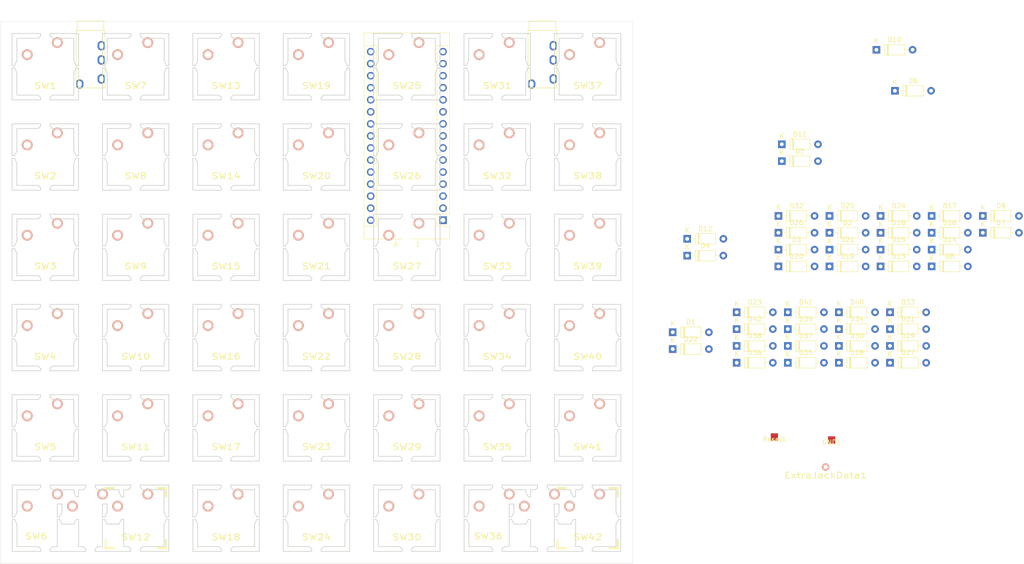
<source format=kicad_pcb>
(kicad_pcb (version 20171130) (host pcbnew "(5.1.6-0-10_14)")
  (layers (0 F.Cu signal) (31 B.Cu signal) (34 B.Paste user hide) (35 F.Paste user hide) (36 B.SilkS user hide) (37 F.SilkS user) (38 B.Mask user hide) (39 F.Mask user hide) (44 Edge.Cuts user))
  (net 0 "")
  (net 1 "Net-(ANano1-Pad16)")
  (net 2 /Row0)
  (net 3 "Net-(ANano1-Pad30)")
  (net 4 /Row1)
  (net 5 "Net-(ANano1-Pad29)")
  (net 6 /Row2)
  (net 7 /Reset)
  (net 8 /Row3)
  (net 9 VCC)
  (net 10 /Row4)
  (net 11 "Net-(ANano1-Pad26)")
  (net 12 /Row5)
  (net 13 /Col6)
  (net 14 "Net-(ANano1-Pad9)")
  (net 15 /Col5)
  (net 16 "Net-(ANano1-Pad8)")
  (net 17 /Col4)
  (net 18 "Net-(ANano1-Pad7)")
  (net 19 /Col3)
  (net 20 "Net-(ANano1-Pad6)")
  (net 21 /Col2)
  (net 22 "Net-(ANano1-Pad5)")
  (net 23 /Col1)
  (net 24 GND)
  (net 25 /Col0)
  (net 26 "Net-(ANano1-Pad3)")
  (net 27 "Net-(ANano1-Pad18)")
  (net 28 "Net-(ANano1-Pad2)")
  (net 29 "Net-(ANano1-Pad17)")
  (net 30 /Data)
  (net 31 "Net-(D1-Pad2)")
  (net 32 "Net-(D2-Pad2)")
  (net 33 "Net-(D3-Pad2)")
  (net 34 "Net-(D4-Pad2)")
  (net 35 "Net-(D5-Pad2)")
  (net 36 "Net-(D6-Pad2)")
  (net 37 "Net-(D7-Pad2)")
  (net 38 "Net-(D8-Pad2)")
  (net 39 "Net-(D9-Pad2)")
  (net 40 "Net-(D10-Pad2)")
  (net 41 "Net-(D11-Pad2)")
  (net 42 "Net-(D12-Pad2)")
  (net 43 "Net-(D13-Pad2)")
  (net 44 "Net-(D14-Pad2)")
  (net 45 "Net-(D15-Pad2)")
  (net 46 "Net-(D16-Pad2)")
  (net 47 "Net-(D17-Pad2)")
  (net 48 "Net-(D18-Pad2)")
  (net 49 "Net-(D19-Pad2)")
  (net 50 "Net-(D20-Pad2)")
  (net 51 "Net-(D21-Pad2)")
  (net 52 "Net-(D22-Pad2)")
  (net 53 "Net-(D23-Pad2)")
  (net 54 "Net-(D24-Pad2)")
  (net 55 "Net-(D25-Pad2)")
  (net 56 "Net-(D26-Pad2)")
  (net 57 "Net-(D27-Pad2)")
  (net 58 "Net-(D28-Pad2)")
  (net 59 "Net-(D29-Pad2)")
  (net 60 "Net-(D30-Pad2)")
  (net 61 "Net-(D31-Pad2)")
  (net 62 "Net-(D32-Pad2)")
  (net 63 "Net-(D33-Pad2)")
  (net 64 "Net-(D34-Pad2)")
  (net 65 "Net-(D35-Pad2)")
  (net 66 "Net-(D36-Pad2)")
  (net 67 "Net-(D37-Pad2)")
  (net 68 "Net-(D38-Pad2)")
  (net 69 "Net-(D39-Pad2)")
  (net 70 "Net-(D40-Pad2)")
  (net 71 "Net-(D41-Pad2)")
  (net 72 "Net-(D42-Pad2)")
  (net 73 "Net-(ExtraJackData1-Pad1)")
  (module "Peej Footprints:MX" (layer F.Cu) (at 161.29 129.54)
    (fp_text reference SW42 (at 0 4) (layer F.SilkS) (effects (font (size 1.27 1.524) (thickness 0.2032))))
    (fp_text value SW_Push hide)
    (pad "" np_thru_hole circle (at 5.08 0) (size 1.7018 1.7018) (drill 1.7018) (layers *.Cu *.Mask))
    (pad "" np_thru_hole circle (at -5.08 0) (size 1.7018 1.7018) (drill 1.7018) (layers *.Cu *.Mask))
    (pad HOLE np_thru_hole circle (at 0 0) (size 3.9878 3.9878) (drill 3.9878) (layers *.Cu))
    (pad 2 thru_hole circle (at -3.81 -2.54) (size 2.286 2.286) (drill 1.4986) (layers *.Cu *.SilkS *.Mask) (net 72 "Net-(D42-Pad2)"))
    (pad 1 thru_hole circle (at 2.54 -5.08) (size 2.286 2.286) (drill 1.4986) (layers *.Cu *.SilkS *.Mask) (net 13 /Col6))
  )
  (module "Peej Footprints:MX2U_CUTOUT" (layer F.Cu) (at 151.765 129.54)
    (fp_text reference SW36 (at -11.43 3.81) (layer F.SilkS) (effects (font (size 1.27 1.524) (thickness 0.2032))))
    (fp_text value SW_Push hide)
    (fp_line (start -8.5 -6.5) (end -8.5 -7) (layer Edge.Cuts) (width 0.15))
    (fp_line (start -8 -6) (end -8.5 -6.5) (layer Edge.Cuts) (width 0.15))
    (fp_line (start -1 -6.5) (end -1.5 -6) (layer Edge.Cuts) (width 0.15))
    (fp_line (start -1 -7) (end -1 -6.5) (layer Edge.Cuts) (width 0.15))
    (fp_line (start -8.5 -7) (end -1 -7) (layer Edge.Cuts) (width 0.15))
    (fp_line (start -16 -0.25) (end -16.5 -0.25) (layer Edge.Cuts) (width 0.15))
    (fp_line (start -11 -6) (end -15.5 -6) (layer Edge.Cuts) (width 0.15))
    (fp_line (start -10.5 -6.5) (end -11 -6) (layer Edge.Cuts) (width 0.15))
    (fp_line (start -10.5 -7) (end -10.5 -6.5) (layer Edge.Cuts) (width 0.15))
    (fp_line (start -16.5 -7) (end -10.5 -7) (layer Edge.Cuts) (width 0.15))
    (fp_line (start -16.5 -0.25) (end -16.5 -7) (layer Edge.Cuts) (width 0.15))
    (fp_line (start -16 -0.25) (end -15.5 -1.25) (layer Edge.Cuts) (width 0.15))
    (fp_line (start -15.5 -1.25) (end -15.5 -6) (layer Edge.Cuts) (width 0.15))
    (fp_line (start -15.5 1.25) (end -15.5 6) (layer Edge.Cuts) (width 0.15))
    (fp_line (start -16 0.25) (end -15.5 1.25) (layer Edge.Cuts) (width 0.15))
    (fp_line (start -16.5 0.25) (end -16 0.25) (layer Edge.Cuts) (width 0.15))
    (fp_line (start -16.5 7) (end -16.5 0.25) (layer Edge.Cuts) (width 0.15))
    (fp_line (start -10.5 6.5) (end -11 6) (layer Edge.Cuts) (width 0.15))
    (fp_line (start -10.5 7) (end -10.5 6.5) (layer Edge.Cuts) (width 0.15))
    (fp_line (start -16.5 7) (end -10.5 7) (layer Edge.Cuts) (width 0.15))
    (fp_line (start -11 6) (end -15.5 6) (layer Edge.Cuts) (width 0.15))
    (fp_line (start -8.5 6.5) (end -8 6) (layer Edge.Cuts) (width 0.15))
    (fp_line (start -8.5 7) (end -8.5 6.5) (layer Edge.Cuts) (width 0.15))
    (fp_line (start -1 6.5) (end -1.5 6) (layer Edge.Cuts) (width 0.15))
    (fp_line (start -1 7) (end -1 6.5) (layer Edge.Cuts) (width 0.15))
    (fp_line (start -8.5 7) (end -1 7) (layer Edge.Cuts) (width 0.15))
    (fp_line (start -6.5 0.25) (end -6 1.25) (layer Edge.Cuts) (width 0.15))
    (fp_line (start -7 0.25) (end -6.5 0.25) (layer Edge.Cuts) (width 0.15))
    (fp_line (start -7 6) (end -7 0.25) (layer Edge.Cuts) (width 0.15))
    (fp_line (start -8 6) (end -7 6) (layer Edge.Cuts) (width 0.15))
    (fp_line (start -3 -4.5) (end -2.5 -4.5) (layer Edge.Cuts) (width 0.15))
    (fp_line (start -3 -4.5) (end -3.5 -5.5) (layer Edge.Cuts) (width 0.15))
    (fp_line (start -3 0.25) (end -3.5 1.25) (layer Edge.Cuts) (width 0.15))
    (fp_line (start -2.5 0.25) (end -3 0.25) (layer Edge.Cuts) (width 0.15))
    (fp_line (start 16 -0.25) (end 16.5 -0.25) (layer Edge.Cuts) (width 0.15))
    (fp_line (start 11 -6) (end 15.5 -6) (layer Edge.Cuts) (width 0.15))
    (fp_line (start 10.5 -6.5) (end 11 -6) (layer Edge.Cuts) (width 0.15))
    (fp_line (start 10.5 -7) (end 10.5 -6.5) (layer Edge.Cuts) (width 0.15))
    (fp_line (start 16.5 -7) (end 10.5 -7) (layer Edge.Cuts) (width 0.15))
    (fp_line (start 16.5 -0.25) (end 16.5 -7) (layer Edge.Cuts) (width 0.15))
    (fp_line (start 16 -0.25) (end 15.5 -1.25) (layer Edge.Cuts) (width 0.15))
    (fp_line (start 15.5 -1.25) (end 15.5 -6) (layer Edge.Cuts) (width 0.15))
    (fp_line (start 15.5 1.25) (end 15.5 6) (layer Edge.Cuts) (width 0.15))
    (fp_line (start 16 0.25) (end 15.5 1.25) (layer Edge.Cuts) (width 0.15))
    (fp_line (start 16.5 0.25) (end 16 0.25) (layer Edge.Cuts) (width 0.15))
    (fp_line (start 16.5 7) (end 16.5 0.25) (layer Edge.Cuts) (width 0.15))
    (fp_line (start 10.5 6.5) (end 11 6) (layer Edge.Cuts) (width 0.15))
    (fp_line (start 10.5 7) (end 10.5 6.5) (layer Edge.Cuts) (width 0.15))
    (fp_line (start 16.5 7) (end 10.5 7) (layer Edge.Cuts) (width 0.15))
    (fp_line (start 11 6) (end 15.5 6) (layer Edge.Cuts) (width 0.15))
    (fp_line (start 1.5 -6) (end 6 -6) (layer Edge.Cuts) (width 0.15))
    (fp_line (start 1 -6.5) (end 1.5 -6) (layer Edge.Cuts) (width 0.15))
    (fp_line (start 1 -7) (end 1 -6.5) (layer Edge.Cuts) (width 0.15))
    (fp_line (start 6.5 0.25) (end 6 1.25) (layer Edge.Cuts) (width 0.15))
    (fp_line (start 7 0.25) (end 6.5 0.25) (layer Edge.Cuts) (width 0.15))
    (fp_line (start 1 6.5) (end 1.5 6) (layer Edge.Cuts) (width 0.15))
    (fp_line (start 1 7) (end 1 6.5) (layer Edge.Cuts) (width 0.15))
    (fp_line (start -6.5 -0.25) (end -7 -0.25) (layer Edge.Cuts) (width 0.15))
    (fp_line (start -6.5 -0.25) (end -6 -1.25) (layer Edge.Cuts) (width 0.15))
    (fp_line (start 3 -0.25) (end 2.5 -0.25) (layer Edge.Cuts) (width 0.15))
    (fp_line (start 8.5 -6.5) (end 8 -6) (layer Edge.Cuts) (width 0.15))
    (fp_line (start 8.5 -7) (end 8.5 -6.5) (layer Edge.Cuts) (width 0.15))
    (fp_line (start 3 -0.25) (end 3.5 -1.25) (layer Edge.Cuts) (width 0.15))
    (fp_line (start 3 0.25) (end 3.5 1.25) (layer Edge.Cuts) (width 0.15))
    (fp_line (start 2.5 0.25) (end 3 0.25) (layer Edge.Cuts) (width 0.15))
    (fp_line (start 8.5 6.5) (end 8 6) (layer Edge.Cuts) (width 0.15))
    (fp_line (start 8.5 7) (end 8.5 6.5) (layer Edge.Cuts) (width 0.15))
    (fp_line (start -6 1.25) (end -3.5 1.25) (layer Edge.Cuts) (width 0.15))
    (fp_line (start -2.5 6) (end -1.5 6) (layer Edge.Cuts) (width 0.15))
    (fp_line (start -2.5 6) (end -2.5 0.25) (layer Edge.Cuts) (width 0.15))
    (fp_line (start -7 -3) (end -6 -3) (layer Edge.Cuts) (width 0.15))
    (fp_line (start -6 -3) (end -6 -1.25) (layer Edge.Cuts) (width 0.15))
    (fp_line (start -7 -3) (end -7 -0.25) (layer Edge.Cuts) (width 0.15))
    (fp_line (start -3.5 -6) (end -3.5 -5.5) (layer Edge.Cuts) (width 0.15))
    (fp_line (start -2.5 -6) (end -2.5 -4.5) (layer Edge.Cuts) (width 0.15))
    (fp_line (start -8 -6) (end -3.5 -6) (layer Edge.Cuts) (width 0.15))
    (fp_line (start -2.5 -6) (end -1.5 -6) (layer Edge.Cuts) (width 0.15))
    (fp_line (start 2.5 -3) (end 3.5 -3) (layer Edge.Cuts) (width 0.15))
    (fp_line (start 2.5 -3) (end 2.5 -0.25) (layer Edge.Cuts) (width 0.15))
    (fp_line (start 3.5 -3) (end 3.5 -1.25) (layer Edge.Cuts) (width 0.15))
    (fp_line (start 7 -4.5) (end 7 -6) (layer Edge.Cuts) (width 0.15))
    (fp_line (start 6.5 -4.5) (end 7 -4.5) (layer Edge.Cuts) (width 0.15))
    (fp_line (start 6 -5.5) (end 6.5 -4.5) (layer Edge.Cuts) (width 0.15))
    (fp_line (start 6 -6) (end 6 -5.5) (layer Edge.Cuts) (width 0.15))
    (fp_line (start 7 -6) (end 8 -6) (layer Edge.Cuts) (width 0.15))
    (fp_line (start 7 6) (end 8 6) (layer Edge.Cuts) (width 0.15))
    (fp_line (start 7 6) (end 7 0.25) (layer Edge.Cuts) (width 0.15))
    (fp_line (start 2.5 6) (end 2.5 0.25) (layer Edge.Cuts) (width 0.15))
    (fp_line (start 1.5 6) (end 2.5 6) (layer Edge.Cuts) (width 0.15))
    (fp_line (start 3.5 1.25) (end 6 1.25) (layer Edge.Cuts) (width 0.15))
    (fp_line (start 1 -7) (end 8.5 -7) (layer Edge.Cuts) (width 0.15))
    (fp_line (start 8.5 7) (end 1 7) (layer Edge.Cuts) (width 0.15))
    (pad HOLE np_thru_hole circle (at 5.08 0) (size 1.7018 1.7018) (drill 1.7018) (layers *.Cu))
    (pad HOLE np_thru_hole circle (at -5.08 0) (size 1.7018 1.7018) (drill 1.7018) (layers *.Cu))
    (pad HOLE np_thru_hole circle (at 0 0) (size 3.9878 3.9878) (drill 3.9878) (layers *.Cu))
    (pad "" np_thru_hole circle (at 5.08 0) (size 1.7018 1.7018) (drill 1.7018) (layers *.Cu *.Mask))
    (pad "" np_thru_hole circle (at -5.08 0) (size 1.7018 1.7018) (drill 1.7018) (layers *.Cu *.Mask))
    (pad HOLE np_thru_hole circle (at 0 0) (size 3.9878 3.9878) (drill 3.9878) (layers *.Cu))
    (pad 2 thru_hole circle (at -3.81 -2.54) (size 2.286 2.286) (drill 1.4986) (layers *.Cu *.SilkS *.Mask) (net 66 "Net-(D36-Pad2)"))
    (pad 1 thru_hole circle (at 2.54 -5.08) (size 2.286 2.286) (drill 1.4986) (layers *.Cu *.SilkS *.Mask) (net 15 /Col5))
    (pad 1 thru_hole circle (at -6.985 -5.08) (size 2.286 2.286) (drill 1.4986) (layers *.Cu *.SilkS *.Mask) (net 15 /Col5))
    (pad 2 thru_hole circle (at -13.335 -2.54) (size 2.286 2.286) (drill 1.4986) (layers *.Cu *.SilkS *.Mask) (net 66 "Net-(D36-Pad2)"))
    (pad HOLE np_thru_hole circle (at -9.525 0) (size 3.9878 3.9878) (drill 3.9878) (layers *.Cu))
    (pad "" np_thru_hole circle (at -14.605 0) (size 1.7018 1.7018) (drill 1.7018) (layers *.Cu *.Mask))
    (pad "" np_thru_hole circle (at -4.445 0) (size 1.7018 1.7018) (drill 1.7018) (layers *.Cu *.Mask))
  )
  (module "Peej Footprints:MX" (layer F.Cu) (at 66.04 129.54)
    (fp_text reference SW12 (at 0 4) (layer F.SilkS) (effects (font (size 1.27 1.524) (thickness 0.2032))))
    (fp_text value SW_Push hide)
    (pad "" np_thru_hole circle (at 5.08 0) (size 1.7018 1.7018) (drill 1.7018) (layers *.Cu *.Mask))
    (pad "" np_thru_hole circle (at -5.08 0) (size 1.7018 1.7018) (drill 1.7018) (layers *.Cu *.Mask))
    (pad HOLE np_thru_hole circle (at 0 0) (size 3.9878 3.9878) (drill 3.9878) (layers *.Cu))
    (pad 2 thru_hole circle (at -3.81 -2.54) (size 2.286 2.286) (drill 1.4986) (layers *.Cu *.SilkS *.Mask) (net 42 "Net-(D12-Pad2)"))
    (pad 1 thru_hole circle (at 2.54 -5.08) (size 2.286 2.286) (drill 1.4986) (layers *.Cu *.SilkS *.Mask) (net 23 /Col1))
  )
  (module "Peej Footprints:MX2U_CUTOUT" (layer F.Cu) (at 56.515 129.54)
    (fp_text reference SW6 (at -11.43 3.81) (layer F.SilkS) (effects (font (size 1.27 1.524) (thickness 0.2032))))
    (fp_text value SW_Push hide)
    (fp_line (start 8.5 7) (end 1 7) (layer Edge.Cuts) (width 0.15))
    (fp_line (start 1 -7) (end 8.5 -7) (layer Edge.Cuts) (width 0.15))
    (fp_line (start 3.5 1.25) (end 6 1.25) (layer Edge.Cuts) (width 0.15))
    (fp_line (start 1.5 6) (end 2.5 6) (layer Edge.Cuts) (width 0.15))
    (fp_line (start 2.5 6) (end 2.5 0.25) (layer Edge.Cuts) (width 0.15))
    (fp_line (start 7 6) (end 7 0.25) (layer Edge.Cuts) (width 0.15))
    (fp_line (start 7 6) (end 8 6) (layer Edge.Cuts) (width 0.15))
    (fp_line (start 7 -6) (end 8 -6) (layer Edge.Cuts) (width 0.15))
    (fp_line (start 6 -6) (end 6 -5.5) (layer Edge.Cuts) (width 0.15))
    (fp_line (start 6 -5.5) (end 6.5 -4.5) (layer Edge.Cuts) (width 0.15))
    (fp_line (start 6.5 -4.5) (end 7 -4.5) (layer Edge.Cuts) (width 0.15))
    (fp_line (start 7 -4.5) (end 7 -6) (layer Edge.Cuts) (width 0.15))
    (fp_line (start 3.5 -3) (end 3.5 -1.25) (layer Edge.Cuts) (width 0.15))
    (fp_line (start 2.5 -3) (end 2.5 -0.25) (layer Edge.Cuts) (width 0.15))
    (fp_line (start 2.5 -3) (end 3.5 -3) (layer Edge.Cuts) (width 0.15))
    (fp_line (start -2.5 -6) (end -1.5 -6) (layer Edge.Cuts) (width 0.15))
    (fp_line (start -8 -6) (end -3.5 -6) (layer Edge.Cuts) (width 0.15))
    (fp_line (start -2.5 -6) (end -2.5 -4.5) (layer Edge.Cuts) (width 0.15))
    (fp_line (start -3.5 -6) (end -3.5 -5.5) (layer Edge.Cuts) (width 0.15))
    (fp_line (start -7 -3) (end -7 -0.25) (layer Edge.Cuts) (width 0.15))
    (fp_line (start -6 -3) (end -6 -1.25) (layer Edge.Cuts) (width 0.15))
    (fp_line (start -7 -3) (end -6 -3) (layer Edge.Cuts) (width 0.15))
    (fp_line (start -2.5 6) (end -2.5 0.25) (layer Edge.Cuts) (width 0.15))
    (fp_line (start -2.5 6) (end -1.5 6) (layer Edge.Cuts) (width 0.15))
    (fp_line (start -6 1.25) (end -3.5 1.25) (layer Edge.Cuts) (width 0.15))
    (fp_line (start 8.5 7) (end 8.5 6.5) (layer Edge.Cuts) (width 0.15))
    (fp_line (start 8.5 6.5) (end 8 6) (layer Edge.Cuts) (width 0.15))
    (fp_line (start 2.5 0.25) (end 3 0.25) (layer Edge.Cuts) (width 0.15))
    (fp_line (start 3 0.25) (end 3.5 1.25) (layer Edge.Cuts) (width 0.15))
    (fp_line (start 3 -0.25) (end 3.5 -1.25) (layer Edge.Cuts) (width 0.15))
    (fp_line (start 8.5 -7) (end 8.5 -6.5) (layer Edge.Cuts) (width 0.15))
    (fp_line (start 8.5 -6.5) (end 8 -6) (layer Edge.Cuts) (width 0.15))
    (fp_line (start 3 -0.25) (end 2.5 -0.25) (layer Edge.Cuts) (width 0.15))
    (fp_line (start -6.5 -0.25) (end -6 -1.25) (layer Edge.Cuts) (width 0.15))
    (fp_line (start -6.5 -0.25) (end -7 -0.25) (layer Edge.Cuts) (width 0.15))
    (fp_line (start 1 7) (end 1 6.5) (layer Edge.Cuts) (width 0.15))
    (fp_line (start 1 6.5) (end 1.5 6) (layer Edge.Cuts) (width 0.15))
    (fp_line (start 7 0.25) (end 6.5 0.25) (layer Edge.Cuts) (width 0.15))
    (fp_line (start 6.5 0.25) (end 6 1.25) (layer Edge.Cuts) (width 0.15))
    (fp_line (start 1 -7) (end 1 -6.5) (layer Edge.Cuts) (width 0.15))
    (fp_line (start 1 -6.5) (end 1.5 -6) (layer Edge.Cuts) (width 0.15))
    (fp_line (start 1.5 -6) (end 6 -6) (layer Edge.Cuts) (width 0.15))
    (fp_line (start 11 6) (end 15.5 6) (layer Edge.Cuts) (width 0.15))
    (fp_line (start 16.5 7) (end 10.5 7) (layer Edge.Cuts) (width 0.15))
    (fp_line (start 10.5 7) (end 10.5 6.5) (layer Edge.Cuts) (width 0.15))
    (fp_line (start 10.5 6.5) (end 11 6) (layer Edge.Cuts) (width 0.15))
    (fp_line (start 16.5 7) (end 16.5 0.25) (layer Edge.Cuts) (width 0.15))
    (fp_line (start 16.5 0.25) (end 16 0.25) (layer Edge.Cuts) (width 0.15))
    (fp_line (start 16 0.25) (end 15.5 1.25) (layer Edge.Cuts) (width 0.15))
    (fp_line (start 15.5 1.25) (end 15.5 6) (layer Edge.Cuts) (width 0.15))
    (fp_line (start 15.5 -1.25) (end 15.5 -6) (layer Edge.Cuts) (width 0.15))
    (fp_line (start 16 -0.25) (end 15.5 -1.25) (layer Edge.Cuts) (width 0.15))
    (fp_line (start 16.5 -0.25) (end 16.5 -7) (layer Edge.Cuts) (width 0.15))
    (fp_line (start 16.5 -7) (end 10.5 -7) (layer Edge.Cuts) (width 0.15))
    (fp_line (start 10.5 -7) (end 10.5 -6.5) (layer Edge.Cuts) (width 0.15))
    (fp_line (start 10.5 -6.5) (end 11 -6) (layer Edge.Cuts) (width 0.15))
    (fp_line (start 11 -6) (end 15.5 -6) (layer Edge.Cuts) (width 0.15))
    (fp_line (start 16 -0.25) (end 16.5 -0.25) (layer Edge.Cuts) (width 0.15))
    (fp_line (start -2.5 0.25) (end -3 0.25) (layer Edge.Cuts) (width 0.15))
    (fp_line (start -3 0.25) (end -3.5 1.25) (layer Edge.Cuts) (width 0.15))
    (fp_line (start -3 -4.5) (end -3.5 -5.5) (layer Edge.Cuts) (width 0.15))
    (fp_line (start -3 -4.5) (end -2.5 -4.5) (layer Edge.Cuts) (width 0.15))
    (fp_line (start -8 6) (end -7 6) (layer Edge.Cuts) (width 0.15))
    (fp_line (start -7 6) (end -7 0.25) (layer Edge.Cuts) (width 0.15))
    (fp_line (start -7 0.25) (end -6.5 0.25) (layer Edge.Cuts) (width 0.15))
    (fp_line (start -6.5 0.25) (end -6 1.25) (layer Edge.Cuts) (width 0.15))
    (fp_line (start -8.5 7) (end -1 7) (layer Edge.Cuts) (width 0.15))
    (fp_line (start -1 7) (end -1 6.5) (layer Edge.Cuts) (width 0.15))
    (fp_line (start -1 6.5) (end -1.5 6) (layer Edge.Cuts) (width 0.15))
    (fp_line (start -8.5 7) (end -8.5 6.5) (layer Edge.Cuts) (width 0.15))
    (fp_line (start -8.5 6.5) (end -8 6) (layer Edge.Cuts) (width 0.15))
    (fp_line (start -11 6) (end -15.5 6) (layer Edge.Cuts) (width 0.15))
    (fp_line (start -16.5 7) (end -10.5 7) (layer Edge.Cuts) (width 0.15))
    (fp_line (start -10.5 7) (end -10.5 6.5) (layer Edge.Cuts) (width 0.15))
    (fp_line (start -10.5 6.5) (end -11 6) (layer Edge.Cuts) (width 0.15))
    (fp_line (start -16.5 7) (end -16.5 0.25) (layer Edge.Cuts) (width 0.15))
    (fp_line (start -16.5 0.25) (end -16 0.25) (layer Edge.Cuts) (width 0.15))
    (fp_line (start -16 0.25) (end -15.5 1.25) (layer Edge.Cuts) (width 0.15))
    (fp_line (start -15.5 1.25) (end -15.5 6) (layer Edge.Cuts) (width 0.15))
    (fp_line (start -15.5 -1.25) (end -15.5 -6) (layer Edge.Cuts) (width 0.15))
    (fp_line (start -16 -0.25) (end -15.5 -1.25) (layer Edge.Cuts) (width 0.15))
    (fp_line (start -16.5 -0.25) (end -16.5 -7) (layer Edge.Cuts) (width 0.15))
    (fp_line (start -16.5 -7) (end -10.5 -7) (layer Edge.Cuts) (width 0.15))
    (fp_line (start -10.5 -7) (end -10.5 -6.5) (layer Edge.Cuts) (width 0.15))
    (fp_line (start -10.5 -6.5) (end -11 -6) (layer Edge.Cuts) (width 0.15))
    (fp_line (start -11 -6) (end -15.5 -6) (layer Edge.Cuts) (width 0.15))
    (fp_line (start -16 -0.25) (end -16.5 -0.25) (layer Edge.Cuts) (width 0.15))
    (fp_line (start -8.5 -7) (end -1 -7) (layer Edge.Cuts) (width 0.15))
    (fp_line (start -1 -7) (end -1 -6.5) (layer Edge.Cuts) (width 0.15))
    (fp_line (start -1 -6.5) (end -1.5 -6) (layer Edge.Cuts) (width 0.15))
    (fp_line (start -8 -6) (end -8.5 -6.5) (layer Edge.Cuts) (width 0.15))
    (fp_line (start -8.5 -6.5) (end -8.5 -7) (layer Edge.Cuts) (width 0.15))
    (pad HOLE np_thru_hole circle (at 5.08 0) (size 1.7018 1.7018) (drill 1.7018) (layers *.Cu))
    (pad HOLE np_thru_hole circle (at -5.08 0) (size 1.7018 1.7018) (drill 1.7018) (layers *.Cu))
    (pad HOLE np_thru_hole circle (at 0 0) (size 3.9878 3.9878) (drill 3.9878) (layers *.Cu))
    (pad "" np_thru_hole circle (at 5.08 0) (size 1.7018 1.7018) (drill 1.7018) (layers *.Cu *.Mask))
    (pad "" np_thru_hole circle (at -5.08 0) (size 1.7018 1.7018) (drill 1.7018) (layers *.Cu *.Mask))
    (pad HOLE np_thru_hole circle (at 0 0) (size 3.9878 3.9878) (drill 3.9878) (layers *.Cu))
    (pad 2 thru_hole circle (at -3.81 -2.54) (size 2.286 2.286) (drill 1.4986) (layers *.Cu *.SilkS *.Mask) (net 36 "Net-(D6-Pad2)"))
    (pad 1 thru_hole circle (at 2.54 -5.08) (size 2.286 2.286) (drill 1.4986) (layers *.Cu *.SilkS *.Mask) (net 25 /Col0))
    (pad 1 thru_hole circle (at -6.985 -5.08) (size 2.286 2.286) (drill 1.4986) (layers *.Cu *.SilkS *.Mask) (net 25 /Col0))
    (pad 2 thru_hole circle (at -13.335 -2.54) (size 2.286 2.286) (drill 1.4986) (layers *.Cu *.SilkS *.Mask) (net 36 "Net-(D6-Pad2)"))
    (pad HOLE np_thru_hole circle (at -9.525 0) (size 3.9878 3.9878) (drill 3.9878) (layers *.Cu))
    (pad "" np_thru_hole circle (at -14.605 0) (size 1.7018 1.7018) (drill 1.7018) (layers *.Cu *.Mask))
    (pad "" np_thru_hole circle (at -4.445 0) (size 1.7018 1.7018) (drill 1.7018) (layers *.Cu *.Mask))
  )
  (module "Peej Footprints:MX_CUTOUT" (layer F.Cu) (at 161.29 110.49)
    (fp_text reference SW41 (at 0 4) (layer F.SilkS) (effects (font (size 1.27 1.524) (thickness 0.2032))))
    (fp_text value SW_Push hide)
    (fp_line (start 7 -0.25) (end 7 -7) (layer Edge.Cuts) (width 0.15))
    (fp_line (start 7 -7) (end 1 -7) (layer Edge.Cuts) (width 0.15))
    (fp_line (start 6 -1.25) (end 6 -6) (layer Edge.Cuts) (width 0.15))
    (fp_line (start 7 -0.25) (end 6.5 -0.25) (layer Edge.Cuts) (width 0.15))
    (fp_line (start 1.5 -6) (end 6 -6) (layer Edge.Cuts) (width 0.15))
    (fp_line (start 1 -6.5) (end 1.5 -6) (layer Edge.Cuts) (width 0.15))
    (fp_line (start 1 -7) (end 1 -6.5) (layer Edge.Cuts) (width 0.15))
    (fp_line (start 6.5 -0.25) (end 6 -1.25) (layer Edge.Cuts) (width 0.15))
    (fp_line (start -6.5 -0.25) (end -6 -1.25) (layer Edge.Cuts) (width 0.15))
    (fp_line (start -1 -7) (end -1 -6.5) (layer Edge.Cuts) (width 0.15))
    (fp_line (start -1 -6.5) (end -1.5 -6) (layer Edge.Cuts) (width 0.15))
    (fp_line (start -1.5 -6) (end -6 -6) (layer Edge.Cuts) (width 0.15))
    (fp_line (start -7 -0.25) (end -6.5 -0.25) (layer Edge.Cuts) (width 0.15))
    (fp_line (start -6 -1.25) (end -6 -6) (layer Edge.Cuts) (width 0.15))
    (fp_line (start -7 -7) (end -1 -7) (layer Edge.Cuts) (width 0.15))
    (fp_line (start -7 -0.25) (end -7 -7) (layer Edge.Cuts) (width 0.15))
    (fp_line (start 7 0.25) (end 7 7) (layer Edge.Cuts) (width 0.15))
    (fp_line (start 7 7) (end 1 7) (layer Edge.Cuts) (width 0.15))
    (fp_line (start 6 1.25) (end 6 6) (layer Edge.Cuts) (width 0.15))
    (fp_line (start 7 0.25) (end 6.5 0.25) (layer Edge.Cuts) (width 0.15))
    (fp_line (start 1.5 6) (end 6 6) (layer Edge.Cuts) (width 0.15))
    (fp_line (start 1 6.5) (end 1.5 6) (layer Edge.Cuts) (width 0.15))
    (fp_line (start 1 7) (end 1 6.5) (layer Edge.Cuts) (width 0.15))
    (fp_line (start 6.5 0.25) (end 6 1.25) (layer Edge.Cuts) (width 0.15))
    (fp_line (start -6.5 0.25) (end -6 1.25) (layer Edge.Cuts) (width 0.15))
    (fp_line (start -1 7) (end -1 6.5) (layer Edge.Cuts) (width 0.15))
    (fp_line (start -1 6.5) (end -1.5 6) (layer Edge.Cuts) (width 0.15))
    (fp_line (start -1.5 6) (end -6 6) (layer Edge.Cuts) (width 0.15))
    (fp_line (start -7 0.25) (end -6.5 0.25) (layer Edge.Cuts) (width 0.15))
    (fp_line (start -6 1.25) (end -6 6) (layer Edge.Cuts) (width 0.15))
    (fp_line (start -7 7) (end -1 7) (layer Edge.Cuts) (width 0.15))
    (fp_line (start -7 0.25) (end -7 7) (layer Edge.Cuts) (width 0.15))
    (pad "" np_thru_hole circle (at 5.08 0) (size 1.7018 1.7018) (drill 1.7018) (layers *.Cu *.Mask))
    (pad "" np_thru_hole circle (at -5.08 0) (size 1.7018 1.7018) (drill 1.7018) (layers *.Cu *.Mask))
    (pad HOLE np_thru_hole circle (at 0 0) (size 3.9878 3.9878) (drill 3.9878) (layers *.Cu))
    (pad 2 thru_hole circle (at -3.81 -2.54) (size 2.286 2.286) (drill 1.4986) (layers *.Cu *.SilkS *.Mask) (net 71 "Net-(D41-Pad2)"))
    (pad 1 thru_hole circle (at 2.54 -5.08) (size 2.286 2.286) (drill 1.4986) (layers *.Cu *.SilkS *.Mask) (net 13 /Col6))
  )
  (module "Peej Footprints:MX_CUTOUT" (layer F.Cu) (at 161.29 91.44)
    (fp_text reference SW40 (at 0 4) (layer F.SilkS) (effects (font (size 1.27 1.524) (thickness 0.2032))))
    (fp_text value SW_Push hide)
    (fp_line (start 7 -0.25) (end 7 -7) (layer Edge.Cuts) (width 0.15))
    (fp_line (start 7 -7) (end 1 -7) (layer Edge.Cuts) (width 0.15))
    (fp_line (start 6 -1.25) (end 6 -6) (layer Edge.Cuts) (width 0.15))
    (fp_line (start 7 -0.25) (end 6.5 -0.25) (layer Edge.Cuts) (width 0.15))
    (fp_line (start 1.5 -6) (end 6 -6) (layer Edge.Cuts) (width 0.15))
    (fp_line (start 1 -6.5) (end 1.5 -6) (layer Edge.Cuts) (width 0.15))
    (fp_line (start 1 -7) (end 1 -6.5) (layer Edge.Cuts) (width 0.15))
    (fp_line (start 6.5 -0.25) (end 6 -1.25) (layer Edge.Cuts) (width 0.15))
    (fp_line (start -6.5 -0.25) (end -6 -1.25) (layer Edge.Cuts) (width 0.15))
    (fp_line (start -1 -7) (end -1 -6.5) (layer Edge.Cuts) (width 0.15))
    (fp_line (start -1 -6.5) (end -1.5 -6) (layer Edge.Cuts) (width 0.15))
    (fp_line (start -1.5 -6) (end -6 -6) (layer Edge.Cuts) (width 0.15))
    (fp_line (start -7 -0.25) (end -6.5 -0.25) (layer Edge.Cuts) (width 0.15))
    (fp_line (start -6 -1.25) (end -6 -6) (layer Edge.Cuts) (width 0.15))
    (fp_line (start -7 -7) (end -1 -7) (layer Edge.Cuts) (width 0.15))
    (fp_line (start -7 -0.25) (end -7 -7) (layer Edge.Cuts) (width 0.15))
    (fp_line (start 7 0.25) (end 7 7) (layer Edge.Cuts) (width 0.15))
    (fp_line (start 7 7) (end 1 7) (layer Edge.Cuts) (width 0.15))
    (fp_line (start 6 1.25) (end 6 6) (layer Edge.Cuts) (width 0.15))
    (fp_line (start 7 0.25) (end 6.5 0.25) (layer Edge.Cuts) (width 0.15))
    (fp_line (start 1.5 6) (end 6 6) (layer Edge.Cuts) (width 0.15))
    (fp_line (start 1 6.5) (end 1.5 6) (layer Edge.Cuts) (width 0.15))
    (fp_line (start 1 7) (end 1 6.5) (layer Edge.Cuts) (width 0.15))
    (fp_line (start 6.5 0.25) (end 6 1.25) (layer Edge.Cuts) (width 0.15))
    (fp_line (start -6.5 0.25) (end -6 1.25) (layer Edge.Cuts) (width 0.15))
    (fp_line (start -1 7) (end -1 6.5) (layer Edge.Cuts) (width 0.15))
    (fp_line (start -1 6.5) (end -1.5 6) (layer Edge.Cuts) (width 0.15))
    (fp_line (start -1.5 6) (end -6 6) (layer Edge.Cuts) (width 0.15))
    (fp_line (start -7 0.25) (end -6.5 0.25) (layer Edge.Cuts) (width 0.15))
    (fp_line (start -6 1.25) (end -6 6) (layer Edge.Cuts) (width 0.15))
    (fp_line (start -7 7) (end -1 7) (layer Edge.Cuts) (width 0.15))
    (fp_line (start -7 0.25) (end -7 7) (layer Edge.Cuts) (width 0.15))
    (pad "" np_thru_hole circle (at 5.08 0) (size 1.7018 1.7018) (drill 1.7018) (layers *.Cu *.Mask))
    (pad "" np_thru_hole circle (at -5.08 0) (size 1.7018 1.7018) (drill 1.7018) (layers *.Cu *.Mask))
    (pad HOLE np_thru_hole circle (at 0 0) (size 3.9878 3.9878) (drill 3.9878) (layers *.Cu))
    (pad 2 thru_hole circle (at -3.81 -2.54) (size 2.286 2.286) (drill 1.4986) (layers *.Cu *.SilkS *.Mask) (net 70 "Net-(D40-Pad2)"))
    (pad 1 thru_hole circle (at 2.54 -5.08) (size 2.286 2.286) (drill 1.4986) (layers *.Cu *.SilkS *.Mask) (net 13 /Col6))
  )
  (module "Peej Footprints:MX_CUTOUT" (layer F.Cu) (at 161.29 72.39)
    (fp_text reference SW39 (at 0 4) (layer F.SilkS) (effects (font (size 1.27 1.524) (thickness 0.2032))))
    (fp_text value SW_Push hide)
    (fp_line (start 7 -0.25) (end 7 -7) (layer Edge.Cuts) (width 0.15))
    (fp_line (start 7 -7) (end 1 -7) (layer Edge.Cuts) (width 0.15))
    (fp_line (start 6 -1.25) (end 6 -6) (layer Edge.Cuts) (width 0.15))
    (fp_line (start 7 -0.25) (end 6.5 -0.25) (layer Edge.Cuts) (width 0.15))
    (fp_line (start 1.5 -6) (end 6 -6) (layer Edge.Cuts) (width 0.15))
    (fp_line (start 1 -6.5) (end 1.5 -6) (layer Edge.Cuts) (width 0.15))
    (fp_line (start 1 -7) (end 1 -6.5) (layer Edge.Cuts) (width 0.15))
    (fp_line (start 6.5 -0.25) (end 6 -1.25) (layer Edge.Cuts) (width 0.15))
    (fp_line (start -6.5 -0.25) (end -6 -1.25) (layer Edge.Cuts) (width 0.15))
    (fp_line (start -1 -7) (end -1 -6.5) (layer Edge.Cuts) (width 0.15))
    (fp_line (start -1 -6.5) (end -1.5 -6) (layer Edge.Cuts) (width 0.15))
    (fp_line (start -1.5 -6) (end -6 -6) (layer Edge.Cuts) (width 0.15))
    (fp_line (start -7 -0.25) (end -6.5 -0.25) (layer Edge.Cuts) (width 0.15))
    (fp_line (start -6 -1.25) (end -6 -6) (layer Edge.Cuts) (width 0.15))
    (fp_line (start -7 -7) (end -1 -7) (layer Edge.Cuts) (width 0.15))
    (fp_line (start -7 -0.25) (end -7 -7) (layer Edge.Cuts) (width 0.15))
    (fp_line (start 7 0.25) (end 7 7) (layer Edge.Cuts) (width 0.15))
    (fp_line (start 7 7) (end 1 7) (layer Edge.Cuts) (width 0.15))
    (fp_line (start 6 1.25) (end 6 6) (layer Edge.Cuts) (width 0.15))
    (fp_line (start 7 0.25) (end 6.5 0.25) (layer Edge.Cuts) (width 0.15))
    (fp_line (start 1.5 6) (end 6 6) (layer Edge.Cuts) (width 0.15))
    (fp_line (start 1 6.5) (end 1.5 6) (layer Edge.Cuts) (width 0.15))
    (fp_line (start 1 7) (end 1 6.5) (layer Edge.Cuts) (width 0.15))
    (fp_line (start 6.5 0.25) (end 6 1.25) (layer Edge.Cuts) (width 0.15))
    (fp_line (start -6.5 0.25) (end -6 1.25) (layer Edge.Cuts) (width 0.15))
    (fp_line (start -1 7) (end -1 6.5) (layer Edge.Cuts) (width 0.15))
    (fp_line (start -1 6.5) (end -1.5 6) (layer Edge.Cuts) (width 0.15))
    (fp_line (start -1.5 6) (end -6 6) (layer Edge.Cuts) (width 0.15))
    (fp_line (start -7 0.25) (end -6.5 0.25) (layer Edge.Cuts) (width 0.15))
    (fp_line (start -6 1.25) (end -6 6) (layer Edge.Cuts) (width 0.15))
    (fp_line (start -7 7) (end -1 7) (layer Edge.Cuts) (width 0.15))
    (fp_line (start -7 0.25) (end -7 7) (layer Edge.Cuts) (width 0.15))
    (pad "" np_thru_hole circle (at 5.08 0) (size 1.7018 1.7018) (drill 1.7018) (layers *.Cu *.Mask))
    (pad "" np_thru_hole circle (at -5.08 0) (size 1.7018 1.7018) (drill 1.7018) (layers *.Cu *.Mask))
    (pad HOLE np_thru_hole circle (at 0 0) (size 3.9878 3.9878) (drill 3.9878) (layers *.Cu))
    (pad 2 thru_hole circle (at -3.81 -2.54) (size 2.286 2.286) (drill 1.4986) (layers *.Cu *.SilkS *.Mask) (net 69 "Net-(D39-Pad2)"))
    (pad 1 thru_hole circle (at 2.54 -5.08) (size 2.286 2.286) (drill 1.4986) (layers *.Cu *.SilkS *.Mask) (net 13 /Col6))
  )
  (module "Peej Footprints:MX_CUTOUT" (layer F.Cu) (at 161.29 53.34)
    (fp_text reference SW38 (at 0 4) (layer F.SilkS) (effects (font (size 1.27 1.524) (thickness 0.2032))))
    (fp_text value SW_Push hide)
    (fp_line (start 7 -0.25) (end 7 -7) (layer Edge.Cuts) (width 0.15))
    (fp_line (start 7 -7) (end 1 -7) (layer Edge.Cuts) (width 0.15))
    (fp_line (start 6 -1.25) (end 6 -6) (layer Edge.Cuts) (width 0.15))
    (fp_line (start 7 -0.25) (end 6.5 -0.25) (layer Edge.Cuts) (width 0.15))
    (fp_line (start 1.5 -6) (end 6 -6) (layer Edge.Cuts) (width 0.15))
    (fp_line (start 1 -6.5) (end 1.5 -6) (layer Edge.Cuts) (width 0.15))
    (fp_line (start 1 -7) (end 1 -6.5) (layer Edge.Cuts) (width 0.15))
    (fp_line (start 6.5 -0.25) (end 6 -1.25) (layer Edge.Cuts) (width 0.15))
    (fp_line (start -6.5 -0.25) (end -6 -1.25) (layer Edge.Cuts) (width 0.15))
    (fp_line (start -1 -7) (end -1 -6.5) (layer Edge.Cuts) (width 0.15))
    (fp_line (start -1 -6.5) (end -1.5 -6) (layer Edge.Cuts) (width 0.15))
    (fp_line (start -1.5 -6) (end -6 -6) (layer Edge.Cuts) (width 0.15))
    (fp_line (start -7 -0.25) (end -6.5 -0.25) (layer Edge.Cuts) (width 0.15))
    (fp_line (start -6 -1.25) (end -6 -6) (layer Edge.Cuts) (width 0.15))
    (fp_line (start -7 -7) (end -1 -7) (layer Edge.Cuts) (width 0.15))
    (fp_line (start -7 -0.25) (end -7 -7) (layer Edge.Cuts) (width 0.15))
    (fp_line (start 7 0.25) (end 7 7) (layer Edge.Cuts) (width 0.15))
    (fp_line (start 7 7) (end 1 7) (layer Edge.Cuts) (width 0.15))
    (fp_line (start 6 1.25) (end 6 6) (layer Edge.Cuts) (width 0.15))
    (fp_line (start 7 0.25) (end 6.5 0.25) (layer Edge.Cuts) (width 0.15))
    (fp_line (start 1.5 6) (end 6 6) (layer Edge.Cuts) (width 0.15))
    (fp_line (start 1 6.5) (end 1.5 6) (layer Edge.Cuts) (width 0.15))
    (fp_line (start 1 7) (end 1 6.5) (layer Edge.Cuts) (width 0.15))
    (fp_line (start 6.5 0.25) (end 6 1.25) (layer Edge.Cuts) (width 0.15))
    (fp_line (start -6.5 0.25) (end -6 1.25) (layer Edge.Cuts) (width 0.15))
    (fp_line (start -1 7) (end -1 6.5) (layer Edge.Cuts) (width 0.15))
    (fp_line (start -1 6.5) (end -1.5 6) (layer Edge.Cuts) (width 0.15))
    (fp_line (start -1.5 6) (end -6 6) (layer Edge.Cuts) (width 0.15))
    (fp_line (start -7 0.25) (end -6.5 0.25) (layer Edge.Cuts) (width 0.15))
    (fp_line (start -6 1.25) (end -6 6) (layer Edge.Cuts) (width 0.15))
    (fp_line (start -7 7) (end -1 7) (layer Edge.Cuts) (width 0.15))
    (fp_line (start -7 0.25) (end -7 7) (layer Edge.Cuts) (width 0.15))
    (pad "" np_thru_hole circle (at 5.08 0) (size 1.7018 1.7018) (drill 1.7018) (layers *.Cu *.Mask))
    (pad "" np_thru_hole circle (at -5.08 0) (size 1.7018 1.7018) (drill 1.7018) (layers *.Cu *.Mask))
    (pad HOLE np_thru_hole circle (at 0 0) (size 3.9878 3.9878) (drill 3.9878) (layers *.Cu))
    (pad 2 thru_hole circle (at -3.81 -2.54) (size 2.286 2.286) (drill 1.4986) (layers *.Cu *.SilkS *.Mask) (net 68 "Net-(D38-Pad2)"))
    (pad 1 thru_hole circle (at 2.54 -5.08) (size 2.286 2.286) (drill 1.4986) (layers *.Cu *.SilkS *.Mask) (net 13 /Col6))
  )
  (module "Peej Footprints:MX_CUTOUT" (layer F.Cu) (at 161.29 34.29)
    (fp_text reference SW37 (at 0 4) (layer F.SilkS) (effects (font (size 1.27 1.524) (thickness 0.2032))))
    (fp_text value SW_Push hide)
    (fp_line (start 7 -0.25) (end 7 -7) (layer Edge.Cuts) (width 0.15))
    (fp_line (start 7 -7) (end 1 -7) (layer Edge.Cuts) (width 0.15))
    (fp_line (start 6 -1.25) (end 6 -6) (layer Edge.Cuts) (width 0.15))
    (fp_line (start 7 -0.25) (end 6.5 -0.25) (layer Edge.Cuts) (width 0.15))
    (fp_line (start 1.5 -6) (end 6 -6) (layer Edge.Cuts) (width 0.15))
    (fp_line (start 1 -6.5) (end 1.5 -6) (layer Edge.Cuts) (width 0.15))
    (fp_line (start 1 -7) (end 1 -6.5) (layer Edge.Cuts) (width 0.15))
    (fp_line (start 6.5 -0.25) (end 6 -1.25) (layer Edge.Cuts) (width 0.15))
    (fp_line (start -6.5 -0.25) (end -6 -1.25) (layer Edge.Cuts) (width 0.15))
    (fp_line (start -1 -7) (end -1 -6.5) (layer Edge.Cuts) (width 0.15))
    (fp_line (start -1 -6.5) (end -1.5 -6) (layer Edge.Cuts) (width 0.15))
    (fp_line (start -1.5 -6) (end -6 -6) (layer Edge.Cuts) (width 0.15))
    (fp_line (start -7 -0.25) (end -6.5 -0.25) (layer Edge.Cuts) (width 0.15))
    (fp_line (start -6 -1.25) (end -6 -6) (layer Edge.Cuts) (width 0.15))
    (fp_line (start -7 -7) (end -1 -7) (layer Edge.Cuts) (width 0.15))
    (fp_line (start -7 -0.25) (end -7 -7) (layer Edge.Cuts) (width 0.15))
    (fp_line (start 7 0.25) (end 7 7) (layer Edge.Cuts) (width 0.15))
    (fp_line (start 7 7) (end 1 7) (layer Edge.Cuts) (width 0.15))
    (fp_line (start 6 1.25) (end 6 6) (layer Edge.Cuts) (width 0.15))
    (fp_line (start 7 0.25) (end 6.5 0.25) (layer Edge.Cuts) (width 0.15))
    (fp_line (start 1.5 6) (end 6 6) (layer Edge.Cuts) (width 0.15))
    (fp_line (start 1 6.5) (end 1.5 6) (layer Edge.Cuts) (width 0.15))
    (fp_line (start 1 7) (end 1 6.5) (layer Edge.Cuts) (width 0.15))
    (fp_line (start 6.5 0.25) (end 6 1.25) (layer Edge.Cuts) (width 0.15))
    (fp_line (start -6.5 0.25) (end -6 1.25) (layer Edge.Cuts) (width 0.15))
    (fp_line (start -1 7) (end -1 6.5) (layer Edge.Cuts) (width 0.15))
    (fp_line (start -1 6.5) (end -1.5 6) (layer Edge.Cuts) (width 0.15))
    (fp_line (start -1.5 6) (end -6 6) (layer Edge.Cuts) (width 0.15))
    (fp_line (start -7 0.25) (end -6.5 0.25) (layer Edge.Cuts) (width 0.15))
    (fp_line (start -6 1.25) (end -6 6) (layer Edge.Cuts) (width 0.15))
    (fp_line (start -7 7) (end -1 7) (layer Edge.Cuts) (width 0.15))
    (fp_line (start -7 0.25) (end -7 7) (layer Edge.Cuts) (width 0.15))
    (pad "" np_thru_hole circle (at 5.08 0) (size 1.7018 1.7018) (drill 1.7018) (layers *.Cu *.Mask))
    (pad "" np_thru_hole circle (at -5.08 0) (size 1.7018 1.7018) (drill 1.7018) (layers *.Cu *.Mask))
    (pad HOLE np_thru_hole circle (at 0 0) (size 3.9878 3.9878) (drill 3.9878) (layers *.Cu))
    (pad 2 thru_hole circle (at -3.81 -2.54) (size 2.286 2.286) (drill 1.4986) (layers *.Cu *.SilkS *.Mask) (net 67 "Net-(D37-Pad2)"))
    (pad 1 thru_hole circle (at 2.54 -5.08) (size 2.286 2.286) (drill 1.4986) (layers *.Cu *.SilkS *.Mask) (net 13 /Col6))
  )
  (module "Peej Footprints:MX_CUTOUT" (layer F.Cu) (at 142.24 110.49)
    (fp_text reference SW35 (at 0 4) (layer F.SilkS) (effects (font (size 1.27 1.524) (thickness 0.2032))))
    (fp_text value SW_Push hide)
    (fp_line (start 7 -0.25) (end 7 -7) (layer Edge.Cuts) (width 0.15))
    (fp_line (start 7 -7) (end 1 -7) (layer Edge.Cuts) (width 0.15))
    (fp_line (start 6 -1.25) (end 6 -6) (layer Edge.Cuts) (width 0.15))
    (fp_line (start 7 -0.25) (end 6.5 -0.25) (layer Edge.Cuts) (width 0.15))
    (fp_line (start 1.5 -6) (end 6 -6) (layer Edge.Cuts) (width 0.15))
    (fp_line (start 1 -6.5) (end 1.5 -6) (layer Edge.Cuts) (width 0.15))
    (fp_line (start 1 -7) (end 1 -6.5) (layer Edge.Cuts) (width 0.15))
    (fp_line (start 6.5 -0.25) (end 6 -1.25) (layer Edge.Cuts) (width 0.15))
    (fp_line (start -6.5 -0.25) (end -6 -1.25) (layer Edge.Cuts) (width 0.15))
    (fp_line (start -1 -7) (end -1 -6.5) (layer Edge.Cuts) (width 0.15))
    (fp_line (start -1 -6.5) (end -1.5 -6) (layer Edge.Cuts) (width 0.15))
    (fp_line (start -1.5 -6) (end -6 -6) (layer Edge.Cuts) (width 0.15))
    (fp_line (start -7 -0.25) (end -6.5 -0.25) (layer Edge.Cuts) (width 0.15))
    (fp_line (start -6 -1.25) (end -6 -6) (layer Edge.Cuts) (width 0.15))
    (fp_line (start -7 -7) (end -1 -7) (layer Edge.Cuts) (width 0.15))
    (fp_line (start -7 -0.25) (end -7 -7) (layer Edge.Cuts) (width 0.15))
    (fp_line (start 7 0.25) (end 7 7) (layer Edge.Cuts) (width 0.15))
    (fp_line (start 7 7) (end 1 7) (layer Edge.Cuts) (width 0.15))
    (fp_line (start 6 1.25) (end 6 6) (layer Edge.Cuts) (width 0.15))
    (fp_line (start 7 0.25) (end 6.5 0.25) (layer Edge.Cuts) (width 0.15))
    (fp_line (start 1.5 6) (end 6 6) (layer Edge.Cuts) (width 0.15))
    (fp_line (start 1 6.5) (end 1.5 6) (layer Edge.Cuts) (width 0.15))
    (fp_line (start 1 7) (end 1 6.5) (layer Edge.Cuts) (width 0.15))
    (fp_line (start 6.5 0.25) (end 6 1.25) (layer Edge.Cuts) (width 0.15))
    (fp_line (start -6.5 0.25) (end -6 1.25) (layer Edge.Cuts) (width 0.15))
    (fp_line (start -1 7) (end -1 6.5) (layer Edge.Cuts) (width 0.15))
    (fp_line (start -1 6.5) (end -1.5 6) (layer Edge.Cuts) (width 0.15))
    (fp_line (start -1.5 6) (end -6 6) (layer Edge.Cuts) (width 0.15))
    (fp_line (start -7 0.25) (end -6.5 0.25) (layer Edge.Cuts) (width 0.15))
    (fp_line (start -6 1.25) (end -6 6) (layer Edge.Cuts) (width 0.15))
    (fp_line (start -7 7) (end -1 7) (layer Edge.Cuts) (width 0.15))
    (fp_line (start -7 0.25) (end -7 7) (layer Edge.Cuts) (width 0.15))
    (pad "" np_thru_hole circle (at 5.08 0) (size 1.7018 1.7018) (drill 1.7018) (layers *.Cu *.Mask))
    (pad "" np_thru_hole circle (at -5.08 0) (size 1.7018 1.7018) (drill 1.7018) (layers *.Cu *.Mask))
    (pad HOLE np_thru_hole circle (at 0 0) (size 3.9878 3.9878) (drill 3.9878) (layers *.Cu))
    (pad 2 thru_hole circle (at -3.81 -2.54) (size 2.286 2.286) (drill 1.4986) (layers *.Cu *.SilkS *.Mask) (net 65 "Net-(D35-Pad2)"))
    (pad 1 thru_hole circle (at 2.54 -5.08) (size 2.286 2.286) (drill 1.4986) (layers *.Cu *.SilkS *.Mask) (net 15 /Col5))
  )
  (module "Peej Footprints:MX_CUTOUT" (layer F.Cu) (at 142.24 91.44)
    (fp_text reference SW34 (at 0 4) (layer F.SilkS) (effects (font (size 1.27 1.524) (thickness 0.2032))))
    (fp_text value SW_Push hide)
    (fp_line (start 7 -0.25) (end 7 -7) (layer Edge.Cuts) (width 0.15))
    (fp_line (start 7 -7) (end 1 -7) (layer Edge.Cuts) (width 0.15))
    (fp_line (start 6 -1.25) (end 6 -6) (layer Edge.Cuts) (width 0.15))
    (fp_line (start 7 -0.25) (end 6.5 -0.25) (layer Edge.Cuts) (width 0.15))
    (fp_line (start 1.5 -6) (end 6 -6) (layer Edge.Cuts) (width 0.15))
    (fp_line (start 1 -6.5) (end 1.5 -6) (layer Edge.Cuts) (width 0.15))
    (fp_line (start 1 -7) (end 1 -6.5) (layer Edge.Cuts) (width 0.15))
    (fp_line (start 6.5 -0.25) (end 6 -1.25) (layer Edge.Cuts) (width 0.15))
    (fp_line (start -6.5 -0.25) (end -6 -1.25) (layer Edge.Cuts) (width 0.15))
    (fp_line (start -1 -7) (end -1 -6.5) (layer Edge.Cuts) (width 0.15))
    (fp_line (start -1 -6.5) (end -1.5 -6) (layer Edge.Cuts) (width 0.15))
    (fp_line (start -1.5 -6) (end -6 -6) (layer Edge.Cuts) (width 0.15))
    (fp_line (start -7 -0.25) (end -6.5 -0.25) (layer Edge.Cuts) (width 0.15))
    (fp_line (start -6 -1.25) (end -6 -6) (layer Edge.Cuts) (width 0.15))
    (fp_line (start -7 -7) (end -1 -7) (layer Edge.Cuts) (width 0.15))
    (fp_line (start -7 -0.25) (end -7 -7) (layer Edge.Cuts) (width 0.15))
    (fp_line (start 7 0.25) (end 7 7) (layer Edge.Cuts) (width 0.15))
    (fp_line (start 7 7) (end 1 7) (layer Edge.Cuts) (width 0.15))
    (fp_line (start 6 1.25) (end 6 6) (layer Edge.Cuts) (width 0.15))
    (fp_line (start 7 0.25) (end 6.5 0.25) (layer Edge.Cuts) (width 0.15))
    (fp_line (start 1.5 6) (end 6 6) (layer Edge.Cuts) (width 0.15))
    (fp_line (start 1 6.5) (end 1.5 6) (layer Edge.Cuts) (width 0.15))
    (fp_line (start 1 7) (end 1 6.5) (layer Edge.Cuts) (width 0.15))
    (fp_line (start 6.5 0.25) (end 6 1.25) (layer Edge.Cuts) (width 0.15))
    (fp_line (start -6.5 0.25) (end -6 1.25) (layer Edge.Cuts) (width 0.15))
    (fp_line (start -1 7) (end -1 6.5) (layer Edge.Cuts) (width 0.15))
    (fp_line (start -1 6.5) (end -1.5 6) (layer Edge.Cuts) (width 0.15))
    (fp_line (start -1.5 6) (end -6 6) (layer Edge.Cuts) (width 0.15))
    (fp_line (start -7 0.25) (end -6.5 0.25) (layer Edge.Cuts) (width 0.15))
    (fp_line (start -6 1.25) (end -6 6) (layer Edge.Cuts) (width 0.15))
    (fp_line (start -7 7) (end -1 7) (layer Edge.Cuts) (width 0.15))
    (fp_line (start -7 0.25) (end -7 7) (layer Edge.Cuts) (width 0.15))
    (pad "" np_thru_hole circle (at 5.08 0) (size 1.7018 1.7018) (drill 1.7018) (layers *.Cu *.Mask))
    (pad "" np_thru_hole circle (at -5.08 0) (size 1.7018 1.7018) (drill 1.7018) (layers *.Cu *.Mask))
    (pad HOLE np_thru_hole circle (at 0 0) (size 3.9878 3.9878) (drill 3.9878) (layers *.Cu))
    (pad 2 thru_hole circle (at -3.81 -2.54) (size 2.286 2.286) (drill 1.4986) (layers *.Cu *.SilkS *.Mask) (net 64 "Net-(D34-Pad2)"))
    (pad 1 thru_hole circle (at 2.54 -5.08) (size 2.286 2.286) (drill 1.4986) (layers *.Cu *.SilkS *.Mask) (net 15 /Col5))
  )
  (module "Peej Footprints:MX_CUTOUT" (layer F.Cu) (at 142.24 72.39)
    (fp_text reference SW33 (at 0 4) (layer F.SilkS) (effects (font (size 1.27 1.524) (thickness 0.2032))))
    (fp_text value SW_Push hide)
    (fp_line (start 7 -0.25) (end 7 -7) (layer Edge.Cuts) (width 0.15))
    (fp_line (start 7 -7) (end 1 -7) (layer Edge.Cuts) (width 0.15))
    (fp_line (start 6 -1.25) (end 6 -6) (layer Edge.Cuts) (width 0.15))
    (fp_line (start 7 -0.25) (end 6.5 -0.25) (layer Edge.Cuts) (width 0.15))
    (fp_line (start 1.5 -6) (end 6 -6) (layer Edge.Cuts) (width 0.15))
    (fp_line (start 1 -6.5) (end 1.5 -6) (layer Edge.Cuts) (width 0.15))
    (fp_line (start 1 -7) (end 1 -6.5) (layer Edge.Cuts) (width 0.15))
    (fp_line (start 6.5 -0.25) (end 6 -1.25) (layer Edge.Cuts) (width 0.15))
    (fp_line (start -6.5 -0.25) (end -6 -1.25) (layer Edge.Cuts) (width 0.15))
    (fp_line (start -1 -7) (end -1 -6.5) (layer Edge.Cuts) (width 0.15))
    (fp_line (start -1 -6.5) (end -1.5 -6) (layer Edge.Cuts) (width 0.15))
    (fp_line (start -1.5 -6) (end -6 -6) (layer Edge.Cuts) (width 0.15))
    (fp_line (start -7 -0.25) (end -6.5 -0.25) (layer Edge.Cuts) (width 0.15))
    (fp_line (start -6 -1.25) (end -6 -6) (layer Edge.Cuts) (width 0.15))
    (fp_line (start -7 -7) (end -1 -7) (layer Edge.Cuts) (width 0.15))
    (fp_line (start -7 -0.25) (end -7 -7) (layer Edge.Cuts) (width 0.15))
    (fp_line (start 7 0.25) (end 7 7) (layer Edge.Cuts) (width 0.15))
    (fp_line (start 7 7) (end 1 7) (layer Edge.Cuts) (width 0.15))
    (fp_line (start 6 1.25) (end 6 6) (layer Edge.Cuts) (width 0.15))
    (fp_line (start 7 0.25) (end 6.5 0.25) (layer Edge.Cuts) (width 0.15))
    (fp_line (start 1.5 6) (end 6 6) (layer Edge.Cuts) (width 0.15))
    (fp_line (start 1 6.5) (end 1.5 6) (layer Edge.Cuts) (width 0.15))
    (fp_line (start 1 7) (end 1 6.5) (layer Edge.Cuts) (width 0.15))
    (fp_line (start 6.5 0.25) (end 6 1.25) (layer Edge.Cuts) (width 0.15))
    (fp_line (start -6.5 0.25) (end -6 1.25) (layer Edge.Cuts) (width 0.15))
    (fp_line (start -1 7) (end -1 6.5) (layer Edge.Cuts) (width 0.15))
    (fp_line (start -1 6.5) (end -1.5 6) (layer Edge.Cuts) (width 0.15))
    (fp_line (start -1.5 6) (end -6 6) (layer Edge.Cuts) (width 0.15))
    (fp_line (start -7 0.25) (end -6.5 0.25) (layer Edge.Cuts) (width 0.15))
    (fp_line (start -6 1.25) (end -6 6) (layer Edge.Cuts) (width 0.15))
    (fp_line (start -7 7) (end -1 7) (layer Edge.Cuts) (width 0.15))
    (fp_line (start -7 0.25) (end -7 7) (layer Edge.Cuts) (width 0.15))
    (pad "" np_thru_hole circle (at 5.08 0) (size 1.7018 1.7018) (drill 1.7018) (layers *.Cu *.Mask))
    (pad "" np_thru_hole circle (at -5.08 0) (size 1.7018 1.7018) (drill 1.7018) (layers *.Cu *.Mask))
    (pad HOLE np_thru_hole circle (at 0 0) (size 3.9878 3.9878) (drill 3.9878) (layers *.Cu))
    (pad 2 thru_hole circle (at -3.81 -2.54) (size 2.286 2.286) (drill 1.4986) (layers *.Cu *.SilkS *.Mask) (net 63 "Net-(D33-Pad2)"))
    (pad 1 thru_hole circle (at 2.54 -5.08) (size 2.286 2.286) (drill 1.4986) (layers *.Cu *.SilkS *.Mask) (net 15 /Col5))
  )
  (module "Peej Footprints:MX_CUTOUT" (layer F.Cu) (at 142.24 53.34)
    (fp_text reference SW32 (at 0 4) (layer F.SilkS) (effects (font (size 1.27 1.524) (thickness 0.2032))))
    (fp_text value SW_Push hide)
    (fp_line (start 7 -0.25) (end 7 -7) (layer Edge.Cuts) (width 0.15))
    (fp_line (start 7 -7) (end 1 -7) (layer Edge.Cuts) (width 0.15))
    (fp_line (start 6 -1.25) (end 6 -6) (layer Edge.Cuts) (width 0.15))
    (fp_line (start 7 -0.25) (end 6.5 -0.25) (layer Edge.Cuts) (width 0.15))
    (fp_line (start 1.5 -6) (end 6 -6) (layer Edge.Cuts) (width 0.15))
    (fp_line (start 1 -6.5) (end 1.5 -6) (layer Edge.Cuts) (width 0.15))
    (fp_line (start 1 -7) (end 1 -6.5) (layer Edge.Cuts) (width 0.15))
    (fp_line (start 6.5 -0.25) (end 6 -1.25) (layer Edge.Cuts) (width 0.15))
    (fp_line (start -6.5 -0.25) (end -6 -1.25) (layer Edge.Cuts) (width 0.15))
    (fp_line (start -1 -7) (end -1 -6.5) (layer Edge.Cuts) (width 0.15))
    (fp_line (start -1 -6.5) (end -1.5 -6) (layer Edge.Cuts) (width 0.15))
    (fp_line (start -1.5 -6) (end -6 -6) (layer Edge.Cuts) (width 0.15))
    (fp_line (start -7 -0.25) (end -6.5 -0.25) (layer Edge.Cuts) (width 0.15))
    (fp_line (start -6 -1.25) (end -6 -6) (layer Edge.Cuts) (width 0.15))
    (fp_line (start -7 -7) (end -1 -7) (layer Edge.Cuts) (width 0.15))
    (fp_line (start -7 -0.25) (end -7 -7) (layer Edge.Cuts) (width 0.15))
    (fp_line (start 7 0.25) (end 7 7) (layer Edge.Cuts) (width 0.15))
    (fp_line (start 7 7) (end 1 7) (layer Edge.Cuts) (width 0.15))
    (fp_line (start 6 1.25) (end 6 6) (layer Edge.Cuts) (width 0.15))
    (fp_line (start 7 0.25) (end 6.5 0.25) (layer Edge.Cuts) (width 0.15))
    (fp_line (start 1.5 6) (end 6 6) (layer Edge.Cuts) (width 0.15))
    (fp_line (start 1 6.5) (end 1.5 6) (layer Edge.Cuts) (width 0.15))
    (fp_line (start 1 7) (end 1 6.5) (layer Edge.Cuts) (width 0.15))
    (fp_line (start 6.5 0.25) (end 6 1.25) (layer Edge.Cuts) (width 0.15))
    (fp_line (start -6.5 0.25) (end -6 1.25) (layer Edge.Cuts) (width 0.15))
    (fp_line (start -1 7) (end -1 6.5) (layer Edge.Cuts) (width 0.15))
    (fp_line (start -1 6.5) (end -1.5 6) (layer Edge.Cuts) (width 0.15))
    (fp_line (start -1.5 6) (end -6 6) (layer Edge.Cuts) (width 0.15))
    (fp_line (start -7 0.25) (end -6.5 0.25) (layer Edge.Cuts) (width 0.15))
    (fp_line (start -6 1.25) (end -6 6) (layer Edge.Cuts) (width 0.15))
    (fp_line (start -7 7) (end -1 7) (layer Edge.Cuts) (width 0.15))
    (fp_line (start -7 0.25) (end -7 7) (layer Edge.Cuts) (width 0.15))
    (pad "" np_thru_hole circle (at 5.08 0) (size 1.7018 1.7018) (drill 1.7018) (layers *.Cu *.Mask))
    (pad "" np_thru_hole circle (at -5.08 0) (size 1.7018 1.7018) (drill 1.7018) (layers *.Cu *.Mask))
    (pad HOLE np_thru_hole circle (at 0 0) (size 3.9878 3.9878) (drill 3.9878) (layers *.Cu))
    (pad 2 thru_hole circle (at -3.81 -2.54) (size 2.286 2.286) (drill 1.4986) (layers *.Cu *.SilkS *.Mask) (net 62 "Net-(D32-Pad2)"))
    (pad 1 thru_hole circle (at 2.54 -5.08) (size 2.286 2.286) (drill 1.4986) (layers *.Cu *.SilkS *.Mask) (net 15 /Col5))
  )
  (module "Peej Footprints:MX_CUTOUT" (layer F.Cu) (at 142.24 34.29)
    (fp_text reference SW31 (at 0 4) (layer F.SilkS) (effects (font (size 1.27 1.524) (thickness 0.2032))))
    (fp_text value SW_Push hide)
    (fp_line (start 7 -0.25) (end 7 -7) (layer Edge.Cuts) (width 0.15))
    (fp_line (start 7 -7) (end 1 -7) (layer Edge.Cuts) (width 0.15))
    (fp_line (start 6 -1.25) (end 6 -6) (layer Edge.Cuts) (width 0.15))
    (fp_line (start 7 -0.25) (end 6.5 -0.25) (layer Edge.Cuts) (width 0.15))
    (fp_line (start 1.5 -6) (end 6 -6) (layer Edge.Cuts) (width 0.15))
    (fp_line (start 1 -6.5) (end 1.5 -6) (layer Edge.Cuts) (width 0.15))
    (fp_line (start 1 -7) (end 1 -6.5) (layer Edge.Cuts) (width 0.15))
    (fp_line (start 6.5 -0.25) (end 6 -1.25) (layer Edge.Cuts) (width 0.15))
    (fp_line (start -6.5 -0.25) (end -6 -1.25) (layer Edge.Cuts) (width 0.15))
    (fp_line (start -1 -7) (end -1 -6.5) (layer Edge.Cuts) (width 0.15))
    (fp_line (start -1 -6.5) (end -1.5 -6) (layer Edge.Cuts) (width 0.15))
    (fp_line (start -1.5 -6) (end -6 -6) (layer Edge.Cuts) (width 0.15))
    (fp_line (start -7 -0.25) (end -6.5 -0.25) (layer Edge.Cuts) (width 0.15))
    (fp_line (start -6 -1.25) (end -6 -6) (layer Edge.Cuts) (width 0.15))
    (fp_line (start -7 -7) (end -1 -7) (layer Edge.Cuts) (width 0.15))
    (fp_line (start -7 -0.25) (end -7 -7) (layer Edge.Cuts) (width 0.15))
    (fp_line (start 7 0.25) (end 7 7) (layer Edge.Cuts) (width 0.15))
    (fp_line (start 7 7) (end 1 7) (layer Edge.Cuts) (width 0.15))
    (fp_line (start 6 1.25) (end 6 6) (layer Edge.Cuts) (width 0.15))
    (fp_line (start 7 0.25) (end 6.5 0.25) (layer Edge.Cuts) (width 0.15))
    (fp_line (start 1.5 6) (end 6 6) (layer Edge.Cuts) (width 0.15))
    (fp_line (start 1 6.5) (end 1.5 6) (layer Edge.Cuts) (width 0.15))
    (fp_line (start 1 7) (end 1 6.5) (layer Edge.Cuts) (width 0.15))
    (fp_line (start 6.5 0.25) (end 6 1.25) (layer Edge.Cuts) (width 0.15))
    (fp_line (start -6.5 0.25) (end -6 1.25) (layer Edge.Cuts) (width 0.15))
    (fp_line (start -1 7) (end -1 6.5) (layer Edge.Cuts) (width 0.15))
    (fp_line (start -1 6.5) (end -1.5 6) (layer Edge.Cuts) (width 0.15))
    (fp_line (start -1.5 6) (end -6 6) (layer Edge.Cuts) (width 0.15))
    (fp_line (start -7 0.25) (end -6.5 0.25) (layer Edge.Cuts) (width 0.15))
    (fp_line (start -6 1.25) (end -6 6) (layer Edge.Cuts) (width 0.15))
    (fp_line (start -7 7) (end -1 7) (layer Edge.Cuts) (width 0.15))
    (fp_line (start -7 0.25) (end -7 7) (layer Edge.Cuts) (width 0.15))
    (pad "" np_thru_hole circle (at 5.08 0) (size 1.7018 1.7018) (drill 1.7018) (layers *.Cu *.Mask))
    (pad "" np_thru_hole circle (at -5.08 0) (size 1.7018 1.7018) (drill 1.7018) (layers *.Cu *.Mask))
    (pad HOLE np_thru_hole circle (at 0 0) (size 3.9878 3.9878) (drill 3.9878) (layers *.Cu))
    (pad 2 thru_hole circle (at -3.81 -2.54) (size 2.286 2.286) (drill 1.4986) (layers *.Cu *.SilkS *.Mask) (net 61 "Net-(D31-Pad2)"))
    (pad 1 thru_hole circle (at 2.54 -5.08) (size 2.286 2.286) (drill 1.4986) (layers *.Cu *.SilkS *.Mask) (net 15 /Col5))
  )
  (module "Peej Footprints:MX_CUTOUT" (layer F.Cu) (at 123.19 129.54)
    (fp_text reference SW30 (at 0 4) (layer F.SilkS) (effects (font (size 1.27 1.524) (thickness 0.2032))))
    (fp_text value SW_Push hide)
    (fp_line (start 7 -0.25) (end 7 -7) (layer Edge.Cuts) (width 0.15))
    (fp_line (start 7 -7) (end 1 -7) (layer Edge.Cuts) (width 0.15))
    (fp_line (start 6 -1.25) (end 6 -6) (layer Edge.Cuts) (width 0.15))
    (fp_line (start 7 -0.25) (end 6.5 -0.25) (layer Edge.Cuts) (width 0.15))
    (fp_line (start 1.5 -6) (end 6 -6) (layer Edge.Cuts) (width 0.15))
    (fp_line (start 1 -6.5) (end 1.5 -6) (layer Edge.Cuts) (width 0.15))
    (fp_line (start 1 -7) (end 1 -6.5) (layer Edge.Cuts) (width 0.15))
    (fp_line (start 6.5 -0.25) (end 6 -1.25) (layer Edge.Cuts) (width 0.15))
    (fp_line (start -6.5 -0.25) (end -6 -1.25) (layer Edge.Cuts) (width 0.15))
    (fp_line (start -1 -7) (end -1 -6.5) (layer Edge.Cuts) (width 0.15))
    (fp_line (start -1 -6.5) (end -1.5 -6) (layer Edge.Cuts) (width 0.15))
    (fp_line (start -1.5 -6) (end -6 -6) (layer Edge.Cuts) (width 0.15))
    (fp_line (start -7 -0.25) (end -6.5 -0.25) (layer Edge.Cuts) (width 0.15))
    (fp_line (start -6 -1.25) (end -6 -6) (layer Edge.Cuts) (width 0.15))
    (fp_line (start -7 -7) (end -1 -7) (layer Edge.Cuts) (width 0.15))
    (fp_line (start -7 -0.25) (end -7 -7) (layer Edge.Cuts) (width 0.15))
    (fp_line (start 7 0.25) (end 7 7) (layer Edge.Cuts) (width 0.15))
    (fp_line (start 7 7) (end 1 7) (layer Edge.Cuts) (width 0.15))
    (fp_line (start 6 1.25) (end 6 6) (layer Edge.Cuts) (width 0.15))
    (fp_line (start 7 0.25) (end 6.5 0.25) (layer Edge.Cuts) (width 0.15))
    (fp_line (start 1.5 6) (end 6 6) (layer Edge.Cuts) (width 0.15))
    (fp_line (start 1 6.5) (end 1.5 6) (layer Edge.Cuts) (width 0.15))
    (fp_line (start 1 7) (end 1 6.5) (layer Edge.Cuts) (width 0.15))
    (fp_line (start 6.5 0.25) (end 6 1.25) (layer Edge.Cuts) (width 0.15))
    (fp_line (start -6.5 0.25) (end -6 1.25) (layer Edge.Cuts) (width 0.15))
    (fp_line (start -1 7) (end -1 6.5) (layer Edge.Cuts) (width 0.15))
    (fp_line (start -1 6.5) (end -1.5 6) (layer Edge.Cuts) (width 0.15))
    (fp_line (start -1.5 6) (end -6 6) (layer Edge.Cuts) (width 0.15))
    (fp_line (start -7 0.25) (end -6.5 0.25) (layer Edge.Cuts) (width 0.15))
    (fp_line (start -6 1.25) (end -6 6) (layer Edge.Cuts) (width 0.15))
    (fp_line (start -7 7) (end -1 7) (layer Edge.Cuts) (width 0.15))
    (fp_line (start -7 0.25) (end -7 7) (layer Edge.Cuts) (width 0.15))
    (pad "" np_thru_hole circle (at 5.08 0) (size 1.7018 1.7018) (drill 1.7018) (layers *.Cu *.Mask))
    (pad "" np_thru_hole circle (at -5.08 0) (size 1.7018 1.7018) (drill 1.7018) (layers *.Cu *.Mask))
    (pad HOLE np_thru_hole circle (at 0 0) (size 3.9878 3.9878) (drill 3.9878) (layers *.Cu))
    (pad 2 thru_hole circle (at -3.81 -2.54) (size 2.286 2.286) (drill 1.4986) (layers *.Cu *.SilkS *.Mask) (net 60 "Net-(D30-Pad2)"))
    (pad 1 thru_hole circle (at 2.54 -5.08) (size 2.286 2.286) (drill 1.4986) (layers *.Cu *.SilkS *.Mask) (net 17 /Col4))
  )
  (module "Peej Footprints:MX_CUTOUT" (layer F.Cu) (at 123.19 110.49)
    (fp_text reference SW29 (at 0 4) (layer F.SilkS) (effects (font (size 1.27 1.524) (thickness 0.2032))))
    (fp_text value SW_Push hide)
    (fp_line (start 7 -0.25) (end 7 -7) (layer Edge.Cuts) (width 0.15))
    (fp_line (start 7 -7) (end 1 -7) (layer Edge.Cuts) (width 0.15))
    (fp_line (start 6 -1.25) (end 6 -6) (layer Edge.Cuts) (width 0.15))
    (fp_line (start 7 -0.25) (end 6.5 -0.25) (layer Edge.Cuts) (width 0.15))
    (fp_line (start 1.5 -6) (end 6 -6) (layer Edge.Cuts) (width 0.15))
    (fp_line (start 1 -6.5) (end 1.5 -6) (layer Edge.Cuts) (width 0.15))
    (fp_line (start 1 -7) (end 1 -6.5) (layer Edge.Cuts) (width 0.15))
    (fp_line (start 6.5 -0.25) (end 6 -1.25) (layer Edge.Cuts) (width 0.15))
    (fp_line (start -6.5 -0.25) (end -6 -1.25) (layer Edge.Cuts) (width 0.15))
    (fp_line (start -1 -7) (end -1 -6.5) (layer Edge.Cuts) (width 0.15))
    (fp_line (start -1 -6.5) (end -1.5 -6) (layer Edge.Cuts) (width 0.15))
    (fp_line (start -1.5 -6) (end -6 -6) (layer Edge.Cuts) (width 0.15))
    (fp_line (start -7 -0.25) (end -6.5 -0.25) (layer Edge.Cuts) (width 0.15))
    (fp_line (start -6 -1.25) (end -6 -6) (layer Edge.Cuts) (width 0.15))
    (fp_line (start -7 -7) (end -1 -7) (layer Edge.Cuts) (width 0.15))
    (fp_line (start -7 -0.25) (end -7 -7) (layer Edge.Cuts) (width 0.15))
    (fp_line (start 7 0.25) (end 7 7) (layer Edge.Cuts) (width 0.15))
    (fp_line (start 7 7) (end 1 7) (layer Edge.Cuts) (width 0.15))
    (fp_line (start 6 1.25) (end 6 6) (layer Edge.Cuts) (width 0.15))
    (fp_line (start 7 0.25) (end 6.5 0.25) (layer Edge.Cuts) (width 0.15))
    (fp_line (start 1.5 6) (end 6 6) (layer Edge.Cuts) (width 0.15))
    (fp_line (start 1 6.5) (end 1.5 6) (layer Edge.Cuts) (width 0.15))
    (fp_line (start 1 7) (end 1 6.5) (layer Edge.Cuts) (width 0.15))
    (fp_line (start 6.5 0.25) (end 6 1.25) (layer Edge.Cuts) (width 0.15))
    (fp_line (start -6.5 0.25) (end -6 1.25) (layer Edge.Cuts) (width 0.15))
    (fp_line (start -1 7) (end -1 6.5) (layer Edge.Cuts) (width 0.15))
    (fp_line (start -1 6.5) (end -1.5 6) (layer Edge.Cuts) (width 0.15))
    (fp_line (start -1.5 6) (end -6 6) (layer Edge.Cuts) (width 0.15))
    (fp_line (start -7 0.25) (end -6.5 0.25) (layer Edge.Cuts) (width 0.15))
    (fp_line (start -6 1.25) (end -6 6) (layer Edge.Cuts) (width 0.15))
    (fp_line (start -7 7) (end -1 7) (layer Edge.Cuts) (width 0.15))
    (fp_line (start -7 0.25) (end -7 7) (layer Edge.Cuts) (width 0.15))
    (pad "" np_thru_hole circle (at 5.08 0) (size 1.7018 1.7018) (drill 1.7018) (layers *.Cu *.Mask))
    (pad "" np_thru_hole circle (at -5.08 0) (size 1.7018 1.7018) (drill 1.7018) (layers *.Cu *.Mask))
    (pad HOLE np_thru_hole circle (at 0 0) (size 3.9878 3.9878) (drill 3.9878) (layers *.Cu))
    (pad 2 thru_hole circle (at -3.81 -2.54) (size 2.286 2.286) (drill 1.4986) (layers *.Cu *.SilkS *.Mask) (net 59 "Net-(D29-Pad2)"))
    (pad 1 thru_hole circle (at 2.54 -5.08) (size 2.286 2.286) (drill 1.4986) (layers *.Cu *.SilkS *.Mask) (net 17 /Col4))
  )
  (module "Peej Footprints:MX_CUTOUT" (layer F.Cu) (at 123.19 91.44)
    (fp_text reference SW28 (at 0 4) (layer F.SilkS) (effects (font (size 1.27 1.524) (thickness 0.2032))))
    (fp_text value SW_Push hide)
    (fp_line (start 7 -0.25) (end 7 -7) (layer Edge.Cuts) (width 0.15))
    (fp_line (start 7 -7) (end 1 -7) (layer Edge.Cuts) (width 0.15))
    (fp_line (start 6 -1.25) (end 6 -6) (layer Edge.Cuts) (width 0.15))
    (fp_line (start 7 -0.25) (end 6.5 -0.25) (layer Edge.Cuts) (width 0.15))
    (fp_line (start 1.5 -6) (end 6 -6) (layer Edge.Cuts) (width 0.15))
    (fp_line (start 1 -6.5) (end 1.5 -6) (layer Edge.Cuts) (width 0.15))
    (fp_line (start 1 -7) (end 1 -6.5) (layer Edge.Cuts) (width 0.15))
    (fp_line (start 6.5 -0.25) (end 6 -1.25) (layer Edge.Cuts) (width 0.15))
    (fp_line (start -6.5 -0.25) (end -6 -1.25) (layer Edge.Cuts) (width 0.15))
    (fp_line (start -1 -7) (end -1 -6.5) (layer Edge.Cuts) (width 0.15))
    (fp_line (start -1 -6.5) (end -1.5 -6) (layer Edge.Cuts) (width 0.15))
    (fp_line (start -1.5 -6) (end -6 -6) (layer Edge.Cuts) (width 0.15))
    (fp_line (start -7 -0.25) (end -6.5 -0.25) (layer Edge.Cuts) (width 0.15))
    (fp_line (start -6 -1.25) (end -6 -6) (layer Edge.Cuts) (width 0.15))
    (fp_line (start -7 -7) (end -1 -7) (layer Edge.Cuts) (width 0.15))
    (fp_line (start -7 -0.25) (end -7 -7) (layer Edge.Cuts) (width 0.15))
    (fp_line (start 7 0.25) (end 7 7) (layer Edge.Cuts) (width 0.15))
    (fp_line (start 7 7) (end 1 7) (layer Edge.Cuts) (width 0.15))
    (fp_line (start 6 1.25) (end 6 6) (layer Edge.Cuts) (width 0.15))
    (fp_line (start 7 0.25) (end 6.5 0.25) (layer Edge.Cuts) (width 0.15))
    (fp_line (start 1.5 6) (end 6 6) (layer Edge.Cuts) (width 0.15))
    (fp_line (start 1 6.5) (end 1.5 6) (layer Edge.Cuts) (width 0.15))
    (fp_line (start 1 7) (end 1 6.5) (layer Edge.Cuts) (width 0.15))
    (fp_line (start 6.5 0.25) (end 6 1.25) (layer Edge.Cuts) (width 0.15))
    (fp_line (start -6.5 0.25) (end -6 1.25) (layer Edge.Cuts) (width 0.15))
    (fp_line (start -1 7) (end -1 6.5) (layer Edge.Cuts) (width 0.15))
    (fp_line (start -1 6.5) (end -1.5 6) (layer Edge.Cuts) (width 0.15))
    (fp_line (start -1.5 6) (end -6 6) (layer Edge.Cuts) (width 0.15))
    (fp_line (start -7 0.25) (end -6.5 0.25) (layer Edge.Cuts) (width 0.15))
    (fp_line (start -6 1.25) (end -6 6) (layer Edge.Cuts) (width 0.15))
    (fp_line (start -7 7) (end -1 7) (layer Edge.Cuts) (width 0.15))
    (fp_line (start -7 0.25) (end -7 7) (layer Edge.Cuts) (width 0.15))
    (pad "" np_thru_hole circle (at 5.08 0) (size 1.7018 1.7018) (drill 1.7018) (layers *.Cu *.Mask))
    (pad "" np_thru_hole circle (at -5.08 0) (size 1.7018 1.7018) (drill 1.7018) (layers *.Cu *.Mask))
    (pad HOLE np_thru_hole circle (at 0 0) (size 3.9878 3.9878) (drill 3.9878) (layers *.Cu))
    (pad 2 thru_hole circle (at -3.81 -2.54) (size 2.286 2.286) (drill 1.4986) (layers *.Cu *.SilkS *.Mask) (net 58 "Net-(D28-Pad2)"))
    (pad 1 thru_hole circle (at 2.54 -5.08) (size 2.286 2.286) (drill 1.4986) (layers *.Cu *.SilkS *.Mask) (net 17 /Col4))
  )
  (module "Peej Footprints:MX_CUTOUT" (layer F.Cu) (at 123.19 72.39)
    (fp_text reference SW27 (at 0 4) (layer F.SilkS) (effects (font (size 1.27 1.524) (thickness 0.2032))))
    (fp_text value SW_Push hide)
    (fp_line (start 7 -0.25) (end 7 -7) (layer Edge.Cuts) (width 0.15))
    (fp_line (start 7 -7) (end 1 -7) (layer Edge.Cuts) (width 0.15))
    (fp_line (start 6 -1.25) (end 6 -6) (layer Edge.Cuts) (width 0.15))
    (fp_line (start 7 -0.25) (end 6.5 -0.25) (layer Edge.Cuts) (width 0.15))
    (fp_line (start 1.5 -6) (end 6 -6) (layer Edge.Cuts) (width 0.15))
    (fp_line (start 1 -6.5) (end 1.5 -6) (layer Edge.Cuts) (width 0.15))
    (fp_line (start 1 -7) (end 1 -6.5) (layer Edge.Cuts) (width 0.15))
    (fp_line (start 6.5 -0.25) (end 6 -1.25) (layer Edge.Cuts) (width 0.15))
    (fp_line (start -6.5 -0.25) (end -6 -1.25) (layer Edge.Cuts) (width 0.15))
    (fp_line (start -1 -7) (end -1 -6.5) (layer Edge.Cuts) (width 0.15))
    (fp_line (start -1 -6.5) (end -1.5 -6) (layer Edge.Cuts) (width 0.15))
    (fp_line (start -1.5 -6) (end -6 -6) (layer Edge.Cuts) (width 0.15))
    (fp_line (start -7 -0.25) (end -6.5 -0.25) (layer Edge.Cuts) (width 0.15))
    (fp_line (start -6 -1.25) (end -6 -6) (layer Edge.Cuts) (width 0.15))
    (fp_line (start -7 -7) (end -1 -7) (layer Edge.Cuts) (width 0.15))
    (fp_line (start -7 -0.25) (end -7 -7) (layer Edge.Cuts) (width 0.15))
    (fp_line (start 7 0.25) (end 7 7) (layer Edge.Cuts) (width 0.15))
    (fp_line (start 7 7) (end 1 7) (layer Edge.Cuts) (width 0.15))
    (fp_line (start 6 1.25) (end 6 6) (layer Edge.Cuts) (width 0.15))
    (fp_line (start 7 0.25) (end 6.5 0.25) (layer Edge.Cuts) (width 0.15))
    (fp_line (start 1.5 6) (end 6 6) (layer Edge.Cuts) (width 0.15))
    (fp_line (start 1 6.5) (end 1.5 6) (layer Edge.Cuts) (width 0.15))
    (fp_line (start 1 7) (end 1 6.5) (layer Edge.Cuts) (width 0.15))
    (fp_line (start 6.5 0.25) (end 6 1.25) (layer Edge.Cuts) (width 0.15))
    (fp_line (start -6.5 0.25) (end -6 1.25) (layer Edge.Cuts) (width 0.15))
    (fp_line (start -1 7) (end -1 6.5) (layer Edge.Cuts) (width 0.15))
    (fp_line (start -1 6.5) (end -1.5 6) (layer Edge.Cuts) (width 0.15))
    (fp_line (start -1.5 6) (end -6 6) (layer Edge.Cuts) (width 0.15))
    (fp_line (start -7 0.25) (end -6.5 0.25) (layer Edge.Cuts) (width 0.15))
    (fp_line (start -6 1.25) (end -6 6) (layer Edge.Cuts) (width 0.15))
    (fp_line (start -7 7) (end -1 7) (layer Edge.Cuts) (width 0.15))
    (fp_line (start -7 0.25) (end -7 7) (layer Edge.Cuts) (width 0.15))
    (pad "" np_thru_hole circle (at 5.08 0) (size 1.7018 1.7018) (drill 1.7018) (layers *.Cu *.Mask))
    (pad "" np_thru_hole circle (at -5.08 0) (size 1.7018 1.7018) (drill 1.7018) (layers *.Cu *.Mask))
    (pad HOLE np_thru_hole circle (at 0 0) (size 3.9878 3.9878) (drill 3.9878) (layers *.Cu))
    (pad 2 thru_hole circle (at -3.81 -2.54) (size 2.286 2.286) (drill 1.4986) (layers *.Cu *.SilkS *.Mask) (net 57 "Net-(D27-Pad2)"))
    (pad 1 thru_hole circle (at 2.54 -5.08) (size 2.286 2.286) (drill 1.4986) (layers *.Cu *.SilkS *.Mask) (net 17 /Col4))
  )
  (module "Peej Footprints:MX_CUTOUT" (layer F.Cu) (at 123.19 53.34)
    (fp_text reference SW26 (at 0 4) (layer F.SilkS) (effects (font (size 1.27 1.524) (thickness 0.2032))))
    (fp_text value SW_Push hide)
    (fp_line (start 7 -0.25) (end 7 -7) (layer Edge.Cuts) (width 0.15))
    (fp_line (start 7 -7) (end 1 -7) (layer Edge.Cuts) (width 0.15))
    (fp_line (start 6 -1.25) (end 6 -6) (layer Edge.Cuts) (width 0.15))
    (fp_line (start 7 -0.25) (end 6.5 -0.25) (layer Edge.Cuts) (width 0.15))
    (fp_line (start 1.5 -6) (end 6 -6) (layer Edge.Cuts) (width 0.15))
    (fp_line (start 1 -6.5) (end 1.5 -6) (layer Edge.Cuts) (width 0.15))
    (fp_line (start 1 -7) (end 1 -6.5) (layer Edge.Cuts) (width 0.15))
    (fp_line (start 6.5 -0.25) (end 6 -1.25) (layer Edge.Cuts) (width 0.15))
    (fp_line (start -6.5 -0.25) (end -6 -1.25) (layer Edge.Cuts) (width 0.15))
    (fp_line (start -1 -7) (end -1 -6.5) (layer Edge.Cuts) (width 0.15))
    (fp_line (start -1 -6.5) (end -1.5 -6) (layer Edge.Cuts) (width 0.15))
    (fp_line (start -1.5 -6) (end -6 -6) (layer Edge.Cuts) (width 0.15))
    (fp_line (start -7 -0.25) (end -6.5 -0.25) (layer Edge.Cuts) (width 0.15))
    (fp_line (start -6 -1.25) (end -6 -6) (layer Edge.Cuts) (width 0.15))
    (fp_line (start -7 -7) (end -1 -7) (layer Edge.Cuts) (width 0.15))
    (fp_line (start -7 -0.25) (end -7 -7) (layer Edge.Cuts) (width 0.15))
    (fp_line (start 7 0.25) (end 7 7) (layer Edge.Cuts) (width 0.15))
    (fp_line (start 7 7) (end 1 7) (layer Edge.Cuts) (width 0.15))
    (fp_line (start 6 1.25) (end 6 6) (layer Edge.Cuts) (width 0.15))
    (fp_line (start 7 0.25) (end 6.5 0.25) (layer Edge.Cuts) (width 0.15))
    (fp_line (start 1.5 6) (end 6 6) (layer Edge.Cuts) (width 0.15))
    (fp_line (start 1 6.5) (end 1.5 6) (layer Edge.Cuts) (width 0.15))
    (fp_line (start 1 7) (end 1 6.5) (layer Edge.Cuts) (width 0.15))
    (fp_line (start 6.5 0.25) (end 6 1.25) (layer Edge.Cuts) (width 0.15))
    (fp_line (start -6.5 0.25) (end -6 1.25) (layer Edge.Cuts) (width 0.15))
    (fp_line (start -1 7) (end -1 6.5) (layer Edge.Cuts) (width 0.15))
    (fp_line (start -1 6.5) (end -1.5 6) (layer Edge.Cuts) (width 0.15))
    (fp_line (start -1.5 6) (end -6 6) (layer Edge.Cuts) (width 0.15))
    (fp_line (start -7 0.25) (end -6.5 0.25) (layer Edge.Cuts) (width 0.15))
    (fp_line (start -6 1.25) (end -6 6) (layer Edge.Cuts) (width 0.15))
    (fp_line (start -7 7) (end -1 7) (layer Edge.Cuts) (width 0.15))
    (fp_line (start -7 0.25) (end -7 7) (layer Edge.Cuts) (width 0.15))
    (pad "" np_thru_hole circle (at 5.08 0) (size 1.7018 1.7018) (drill 1.7018) (layers *.Cu *.Mask))
    (pad "" np_thru_hole circle (at -5.08 0) (size 1.7018 1.7018) (drill 1.7018) (layers *.Cu *.Mask))
    (pad HOLE np_thru_hole circle (at 0 0) (size 3.9878 3.9878) (drill 3.9878) (layers *.Cu))
    (pad 2 thru_hole circle (at -3.81 -2.54) (size 2.286 2.286) (drill 1.4986) (layers *.Cu *.SilkS *.Mask) (net 56 "Net-(D26-Pad2)"))
    (pad 1 thru_hole circle (at 2.54 -5.08) (size 2.286 2.286) (drill 1.4986) (layers *.Cu *.SilkS *.Mask) (net 17 /Col4))
  )
  (module "Peej Footprints:MX_CUTOUT" (layer F.Cu) (at 123.19 34.29)
    (fp_text reference SW25 (at 0 4) (layer F.SilkS) (effects (font (size 1.27 1.524) (thickness 0.2032))))
    (fp_text value SW_Push hide)
    (fp_line (start 7 -0.25) (end 7 -7) (layer Edge.Cuts) (width 0.15))
    (fp_line (start 7 -7) (end 1 -7) (layer Edge.Cuts) (width 0.15))
    (fp_line (start 6 -1.25) (end 6 -6) (layer Edge.Cuts) (width 0.15))
    (fp_line (start 7 -0.25) (end 6.5 -0.25) (layer Edge.Cuts) (width 0.15))
    (fp_line (start 1.5 -6) (end 6 -6) (layer Edge.Cuts) (width 0.15))
    (fp_line (start 1 -6.5) (end 1.5 -6) (layer Edge.Cuts) (width 0.15))
    (fp_line (start 1 -7) (end 1 -6.5) (layer Edge.Cuts) (width 0.15))
    (fp_line (start 6.5 -0.25) (end 6 -1.25) (layer Edge.Cuts) (width 0.15))
    (fp_line (start -6.5 -0.25) (end -6 -1.25) (layer Edge.Cuts) (width 0.15))
    (fp_line (start -1 -7) (end -1 -6.5) (layer Edge.Cuts) (width 0.15))
    (fp_line (start -1 -6.5) (end -1.5 -6) (layer Edge.Cuts) (width 0.15))
    (fp_line (start -1.5 -6) (end -6 -6) (layer Edge.Cuts) (width 0.15))
    (fp_line (start -7 -0.25) (end -6.5 -0.25) (layer Edge.Cuts) (width 0.15))
    (fp_line (start -6 -1.25) (end -6 -6) (layer Edge.Cuts) (width 0.15))
    (fp_line (start -7 -7) (end -1 -7) (layer Edge.Cuts) (width 0.15))
    (fp_line (start -7 -0.25) (end -7 -7) (layer Edge.Cuts) (width 0.15))
    (fp_line (start 7 0.25) (end 7 7) (layer Edge.Cuts) (width 0.15))
    (fp_line (start 7 7) (end 1 7) (layer Edge.Cuts) (width 0.15))
    (fp_line (start 6 1.25) (end 6 6) (layer Edge.Cuts) (width 0.15))
    (fp_line (start 7 0.25) (end 6.5 0.25) (layer Edge.Cuts) (width 0.15))
    (fp_line (start 1.5 6) (end 6 6) (layer Edge.Cuts) (width 0.15))
    (fp_line (start 1 6.5) (end 1.5 6) (layer Edge.Cuts) (width 0.15))
    (fp_line (start 1 7) (end 1 6.5) (layer Edge.Cuts) (width 0.15))
    (fp_line (start 6.5 0.25) (end 6 1.25) (layer Edge.Cuts) (width 0.15))
    (fp_line (start -6.5 0.25) (end -6 1.25) (layer Edge.Cuts) (width 0.15))
    (fp_line (start -1 7) (end -1 6.5) (layer Edge.Cuts) (width 0.15))
    (fp_line (start -1 6.5) (end -1.5 6) (layer Edge.Cuts) (width 0.15))
    (fp_line (start -1.5 6) (end -6 6) (layer Edge.Cuts) (width 0.15))
    (fp_line (start -7 0.25) (end -6.5 0.25) (layer Edge.Cuts) (width 0.15))
    (fp_line (start -6 1.25) (end -6 6) (layer Edge.Cuts) (width 0.15))
    (fp_line (start -7 7) (end -1 7) (layer Edge.Cuts) (width 0.15))
    (fp_line (start -7 0.25) (end -7 7) (layer Edge.Cuts) (width 0.15))
    (pad "" np_thru_hole circle (at 5.08 0) (size 1.7018 1.7018) (drill 1.7018) (layers *.Cu *.Mask))
    (pad "" np_thru_hole circle (at -5.08 0) (size 1.7018 1.7018) (drill 1.7018) (layers *.Cu *.Mask))
    (pad HOLE np_thru_hole circle (at 0 0) (size 3.9878 3.9878) (drill 3.9878) (layers *.Cu))
    (pad 2 thru_hole circle (at -3.81 -2.54) (size 2.286 2.286) (drill 1.4986) (layers *.Cu *.SilkS *.Mask) (net 55 "Net-(D25-Pad2)"))
    (pad 1 thru_hole circle (at 2.54 -5.08) (size 2.286 2.286) (drill 1.4986) (layers *.Cu *.SilkS *.Mask) (net 17 /Col4))
  )
  (module "Peej Footprints:MX_CUTOUT" (layer F.Cu) (at 104.14 129.54)
    (fp_text reference SW24 (at 0 4) (layer F.SilkS) (effects (font (size 1.27 1.524) (thickness 0.2032))))
    (fp_text value SW_Push hide)
    (fp_line (start 7 -0.25) (end 7 -7) (layer Edge.Cuts) (width 0.15))
    (fp_line (start 7 -7) (end 1 -7) (layer Edge.Cuts) (width 0.15))
    (fp_line (start 6 -1.25) (end 6 -6) (layer Edge.Cuts) (width 0.15))
    (fp_line (start 7 -0.25) (end 6.5 -0.25) (layer Edge.Cuts) (width 0.15))
    (fp_line (start 1.5 -6) (end 6 -6) (layer Edge.Cuts) (width 0.15))
    (fp_line (start 1 -6.5) (end 1.5 -6) (layer Edge.Cuts) (width 0.15))
    (fp_line (start 1 -7) (end 1 -6.5) (layer Edge.Cuts) (width 0.15))
    (fp_line (start 6.5 -0.25) (end 6 -1.25) (layer Edge.Cuts) (width 0.15))
    (fp_line (start -6.5 -0.25) (end -6 -1.25) (layer Edge.Cuts) (width 0.15))
    (fp_line (start -1 -7) (end -1 -6.5) (layer Edge.Cuts) (width 0.15))
    (fp_line (start -1 -6.5) (end -1.5 -6) (layer Edge.Cuts) (width 0.15))
    (fp_line (start -1.5 -6) (end -6 -6) (layer Edge.Cuts) (width 0.15))
    (fp_line (start -7 -0.25) (end -6.5 -0.25) (layer Edge.Cuts) (width 0.15))
    (fp_line (start -6 -1.25) (end -6 -6) (layer Edge.Cuts) (width 0.15))
    (fp_line (start -7 -7) (end -1 -7) (layer Edge.Cuts) (width 0.15))
    (fp_line (start -7 -0.25) (end -7 -7) (layer Edge.Cuts) (width 0.15))
    (fp_line (start 7 0.25) (end 7 7) (layer Edge.Cuts) (width 0.15))
    (fp_line (start 7 7) (end 1 7) (layer Edge.Cuts) (width 0.15))
    (fp_line (start 6 1.25) (end 6 6) (layer Edge.Cuts) (width 0.15))
    (fp_line (start 7 0.25) (end 6.5 0.25) (layer Edge.Cuts) (width 0.15))
    (fp_line (start 1.5 6) (end 6 6) (layer Edge.Cuts) (width 0.15))
    (fp_line (start 1 6.5) (end 1.5 6) (layer Edge.Cuts) (width 0.15))
    (fp_line (start 1 7) (end 1 6.5) (layer Edge.Cuts) (width 0.15))
    (fp_line (start 6.5 0.25) (end 6 1.25) (layer Edge.Cuts) (width 0.15))
    (fp_line (start -6.5 0.25) (end -6 1.25) (layer Edge.Cuts) (width 0.15))
    (fp_line (start -1 7) (end -1 6.5) (layer Edge.Cuts) (width 0.15))
    (fp_line (start -1 6.5) (end -1.5 6) (layer Edge.Cuts) (width 0.15))
    (fp_line (start -1.5 6) (end -6 6) (layer Edge.Cuts) (width 0.15))
    (fp_line (start -7 0.25) (end -6.5 0.25) (layer Edge.Cuts) (width 0.15))
    (fp_line (start -6 1.25) (end -6 6) (layer Edge.Cuts) (width 0.15))
    (fp_line (start -7 7) (end -1 7) (layer Edge.Cuts) (width 0.15))
    (fp_line (start -7 0.25) (end -7 7) (layer Edge.Cuts) (width 0.15))
    (pad "" np_thru_hole circle (at 5.08 0) (size 1.7018 1.7018) (drill 1.7018) (layers *.Cu *.Mask))
    (pad "" np_thru_hole circle (at -5.08 0) (size 1.7018 1.7018) (drill 1.7018) (layers *.Cu *.Mask))
    (pad HOLE np_thru_hole circle (at 0 0) (size 3.9878 3.9878) (drill 3.9878) (layers *.Cu))
    (pad 2 thru_hole circle (at -3.81 -2.54) (size 2.286 2.286) (drill 1.4986) (layers *.Cu *.SilkS *.Mask) (net 54 "Net-(D24-Pad2)"))
    (pad 1 thru_hole circle (at 2.54 -5.08) (size 2.286 2.286) (drill 1.4986) (layers *.Cu *.SilkS *.Mask) (net 19 /Col3))
  )
  (module "Peej Footprints:MX_CUTOUT" (layer F.Cu) (at 104.14 110.49)
    (fp_text reference SW23 (at 0 4) (layer F.SilkS) (effects (font (size 1.27 1.524) (thickness 0.2032))))
    (fp_text value SW_Push hide)
    (fp_line (start 7 -0.25) (end 7 -7) (layer Edge.Cuts) (width 0.15))
    (fp_line (start 7 -7) (end 1 -7) (layer Edge.Cuts) (width 0.15))
    (fp_line (start 6 -1.25) (end 6 -6) (layer Edge.Cuts) (width 0.15))
    (fp_line (start 7 -0.25) (end 6.5 -0.25) (layer Edge.Cuts) (width 0.15))
    (fp_line (start 1.5 -6) (end 6 -6) (layer Edge.Cuts) (width 0.15))
    (fp_line (start 1 -6.5) (end 1.5 -6) (layer Edge.Cuts) (width 0.15))
    (fp_line (start 1 -7) (end 1 -6.5) (layer Edge.Cuts) (width 0.15))
    (fp_line (start 6.5 -0.25) (end 6 -1.25) (layer Edge.Cuts) (width 0.15))
    (fp_line (start -6.5 -0.25) (end -6 -1.25) (layer Edge.Cuts) (width 0.15))
    (fp_line (start -1 -7) (end -1 -6.5) (layer Edge.Cuts) (width 0.15))
    (fp_line (start -1 -6.5) (end -1.5 -6) (layer Edge.Cuts) (width 0.15))
    (fp_line (start -1.5 -6) (end -6 -6) (layer Edge.Cuts) (width 0.15))
    (fp_line (start -7 -0.25) (end -6.5 -0.25) (layer Edge.Cuts) (width 0.15))
    (fp_line (start -6 -1.25) (end -6 -6) (layer Edge.Cuts) (width 0.15))
    (fp_line (start -7 -7) (end -1 -7) (layer Edge.Cuts) (width 0.15))
    (fp_line (start -7 -0.25) (end -7 -7) (layer Edge.Cuts) (width 0.15))
    (fp_line (start 7 0.25) (end 7 7) (layer Edge.Cuts) (width 0.15))
    (fp_line (start 7 7) (end 1 7) (layer Edge.Cuts) (width 0.15))
    (fp_line (start 6 1.25) (end 6 6) (layer Edge.Cuts) (width 0.15))
    (fp_line (start 7 0.25) (end 6.5 0.25) (layer Edge.Cuts) (width 0.15))
    (fp_line (start 1.5 6) (end 6 6) (layer Edge.Cuts) (width 0.15))
    (fp_line (start 1 6.5) (end 1.5 6) (layer Edge.Cuts) (width 0.15))
    (fp_line (start 1 7) (end 1 6.5) (layer Edge.Cuts) (width 0.15))
    (fp_line (start 6.5 0.25) (end 6 1.25) (layer Edge.Cuts) (width 0.15))
    (fp_line (start -6.5 0.25) (end -6 1.25) (layer Edge.Cuts) (width 0.15))
    (fp_line (start -1 7) (end -1 6.5) (layer Edge.Cuts) (width 0.15))
    (fp_line (start -1 6.5) (end -1.5 6) (layer Edge.Cuts) (width 0.15))
    (fp_line (start -1.5 6) (end -6 6) (layer Edge.Cuts) (width 0.15))
    (fp_line (start -7 0.25) (end -6.5 0.25) (layer Edge.Cuts) (width 0.15))
    (fp_line (start -6 1.25) (end -6 6) (layer Edge.Cuts) (width 0.15))
    (fp_line (start -7 7) (end -1 7) (layer Edge.Cuts) (width 0.15))
    (fp_line (start -7 0.25) (end -7 7) (layer Edge.Cuts) (width 0.15))
    (pad "" np_thru_hole circle (at 5.08 0) (size 1.7018 1.7018) (drill 1.7018) (layers *.Cu *.Mask))
    (pad "" np_thru_hole circle (at -5.08 0) (size 1.7018 1.7018) (drill 1.7018) (layers *.Cu *.Mask))
    (pad HOLE np_thru_hole circle (at 0 0) (size 3.9878 3.9878) (drill 3.9878) (layers *.Cu))
    (pad 2 thru_hole circle (at -3.81 -2.54) (size 2.286 2.286) (drill 1.4986) (layers *.Cu *.SilkS *.Mask) (net 53 "Net-(D23-Pad2)"))
    (pad 1 thru_hole circle (at 2.54 -5.08) (size 2.286 2.286) (drill 1.4986) (layers *.Cu *.SilkS *.Mask) (net 19 /Col3))
  )
  (module "Peej Footprints:MX_CUTOUT" (layer F.Cu) (at 104.14 91.44)
    (fp_text reference SW22 (at 0 4) (layer F.SilkS) (effects (font (size 1.27 1.524) (thickness 0.2032))))
    (fp_text value SW_Push hide)
    (fp_line (start 7 -0.25) (end 7 -7) (layer Edge.Cuts) (width 0.15))
    (fp_line (start 7 -7) (end 1 -7) (layer Edge.Cuts) (width 0.15))
    (fp_line (start 6 -1.25) (end 6 -6) (layer Edge.Cuts) (width 0.15))
    (fp_line (start 7 -0.25) (end 6.5 -0.25) (layer Edge.Cuts) (width 0.15))
    (fp_line (start 1.5 -6) (end 6 -6) (layer Edge.Cuts) (width 0.15))
    (fp_line (start 1 -6.5) (end 1.5 -6) (layer Edge.Cuts) (width 0.15))
    (fp_line (start 1 -7) (end 1 -6.5) (layer Edge.Cuts) (width 0.15))
    (fp_line (start 6.5 -0.25) (end 6 -1.25) (layer Edge.Cuts) (width 0.15))
    (fp_line (start -6.5 -0.25) (end -6 -1.25) (layer Edge.Cuts) (width 0.15))
    (fp_line (start -1 -7) (end -1 -6.5) (layer Edge.Cuts) (width 0.15))
    (fp_line (start -1 -6.5) (end -1.5 -6) (layer Edge.Cuts) (width 0.15))
    (fp_line (start -1.5 -6) (end -6 -6) (layer Edge.Cuts) (width 0.15))
    (fp_line (start -7 -0.25) (end -6.5 -0.25) (layer Edge.Cuts) (width 0.15))
    (fp_line (start -6 -1.25) (end -6 -6) (layer Edge.Cuts) (width 0.15))
    (fp_line (start -7 -7) (end -1 -7) (layer Edge.Cuts) (width 0.15))
    (fp_line (start -7 -0.25) (end -7 -7) (layer Edge.Cuts) (width 0.15))
    (fp_line (start 7 0.25) (end 7 7) (layer Edge.Cuts) (width 0.15))
    (fp_line (start 7 7) (end 1 7) (layer Edge.Cuts) (width 0.15))
    (fp_line (start 6 1.25) (end 6 6) (layer Edge.Cuts) (width 0.15))
    (fp_line (start 7 0.25) (end 6.5 0.25) (layer Edge.Cuts) (width 0.15))
    (fp_line (start 1.5 6) (end 6 6) (layer Edge.Cuts) (width 0.15))
    (fp_line (start 1 6.5) (end 1.5 6) (layer Edge.Cuts) (width 0.15))
    (fp_line (start 1 7) (end 1 6.5) (layer Edge.Cuts) (width 0.15))
    (fp_line (start 6.5 0.25) (end 6 1.25) (layer Edge.Cuts) (width 0.15))
    (fp_line (start -6.5 0.25) (end -6 1.25) (layer Edge.Cuts) (width 0.15))
    (fp_line (start -1 7) (end -1 6.5) (layer Edge.Cuts) (width 0.15))
    (fp_line (start -1 6.5) (end -1.5 6) (layer Edge.Cuts) (width 0.15))
    (fp_line (start -1.5 6) (end -6 6) (layer Edge.Cuts) (width 0.15))
    (fp_line (start -7 0.25) (end -6.5 0.25) (layer Edge.Cuts) (width 0.15))
    (fp_line (start -6 1.25) (end -6 6) (layer Edge.Cuts) (width 0.15))
    (fp_line (start -7 7) (end -1 7) (layer Edge.Cuts) (width 0.15))
    (fp_line (start -7 0.25) (end -7 7) (layer Edge.Cuts) (width 0.15))
    (pad "" np_thru_hole circle (at 5.08 0) (size 1.7018 1.7018) (drill 1.7018) (layers *.Cu *.Mask))
    (pad "" np_thru_hole circle (at -5.08 0) (size 1.7018 1.7018) (drill 1.7018) (layers *.Cu *.Mask))
    (pad HOLE np_thru_hole circle (at 0 0) (size 3.9878 3.9878) (drill 3.9878) (layers *.Cu))
    (pad 2 thru_hole circle (at -3.81 -2.54) (size 2.286 2.286) (drill 1.4986) (layers *.Cu *.SilkS *.Mask) (net 52 "Net-(D22-Pad2)"))
    (pad 1 thru_hole circle (at 2.54 -5.08) (size 2.286 2.286) (drill 1.4986) (layers *.Cu *.SilkS *.Mask) (net 19 /Col3))
  )
  (module "Peej Footprints:MX_CUTOUT" (layer F.Cu) (at 104.14 72.39)
    (fp_text reference SW21 (at 0 4) (layer F.SilkS) (effects (font (size 1.27 1.524) (thickness 0.2032))))
    (fp_text value SW_Push hide)
    (fp_line (start 7 -0.25) (end 7 -7) (layer Edge.Cuts) (width 0.15))
    (fp_line (start 7 -7) (end 1 -7) (layer Edge.Cuts) (width 0.15))
    (fp_line (start 6 -1.25) (end 6 -6) (layer Edge.Cuts) (width 0.15))
    (fp_line (start 7 -0.25) (end 6.5 -0.25) (layer Edge.Cuts) (width 0.15))
    (fp_line (start 1.5 -6) (end 6 -6) (layer Edge.Cuts) (width 0.15))
    (fp_line (start 1 -6.5) (end 1.5 -6) (layer Edge.Cuts) (width 0.15))
    (fp_line (start 1 -7) (end 1 -6.5) (layer Edge.Cuts) (width 0.15))
    (fp_line (start 6.5 -0.25) (end 6 -1.25) (layer Edge.Cuts) (width 0.15))
    (fp_line (start -6.5 -0.25) (end -6 -1.25) (layer Edge.Cuts) (width 0.15))
    (fp_line (start -1 -7) (end -1 -6.5) (layer Edge.Cuts) (width 0.15))
    (fp_line (start -1 -6.5) (end -1.5 -6) (layer Edge.Cuts) (width 0.15))
    (fp_line (start -1.5 -6) (end -6 -6) (layer Edge.Cuts) (width 0.15))
    (fp_line (start -7 -0.25) (end -6.5 -0.25) (layer Edge.Cuts) (width 0.15))
    (fp_line (start -6 -1.25) (end -6 -6) (layer Edge.Cuts) (width 0.15))
    (fp_line (start -7 -7) (end -1 -7) (layer Edge.Cuts) (width 0.15))
    (fp_line (start -7 -0.25) (end -7 -7) (layer Edge.Cuts) (width 0.15))
    (fp_line (start 7 0.25) (end 7 7) (layer Edge.Cuts) (width 0.15))
    (fp_line (start 7 7) (end 1 7) (layer Edge.Cuts) (width 0.15))
    (fp_line (start 6 1.25) (end 6 6) (layer Edge.Cuts) (width 0.15))
    (fp_line (start 7 0.25) (end 6.5 0.25) (layer Edge.Cuts) (width 0.15))
    (fp_line (start 1.5 6) (end 6 6) (layer Edge.Cuts) (width 0.15))
    (fp_line (start 1 6.5) (end 1.5 6) (layer Edge.Cuts) (width 0.15))
    (fp_line (start 1 7) (end 1 6.5) (layer Edge.Cuts) (width 0.15))
    (fp_line (start 6.5 0.25) (end 6 1.25) (layer Edge.Cuts) (width 0.15))
    (fp_line (start -6.5 0.25) (end -6 1.25) (layer Edge.Cuts) (width 0.15))
    (fp_line (start -1 7) (end -1 6.5) (layer Edge.Cuts) (width 0.15))
    (fp_line (start -1 6.5) (end -1.5 6) (layer Edge.Cuts) (width 0.15))
    (fp_line (start -1.5 6) (end -6 6) (layer Edge.Cuts) (width 0.15))
    (fp_line (start -7 0.25) (end -6.5 0.25) (layer Edge.Cuts) (width 0.15))
    (fp_line (start -6 1.25) (end -6 6) (layer Edge.Cuts) (width 0.15))
    (fp_line (start -7 7) (end -1 7) (layer Edge.Cuts) (width 0.15))
    (fp_line (start -7 0.25) (end -7 7) (layer Edge.Cuts) (width 0.15))
    (pad "" np_thru_hole circle (at 5.08 0) (size 1.7018 1.7018) (drill 1.7018) (layers *.Cu *.Mask))
    (pad "" np_thru_hole circle (at -5.08 0) (size 1.7018 1.7018) (drill 1.7018) (layers *.Cu *.Mask))
    (pad HOLE np_thru_hole circle (at 0 0) (size 3.9878 3.9878) (drill 3.9878) (layers *.Cu))
    (pad 2 thru_hole circle (at -3.81 -2.54) (size 2.286 2.286) (drill 1.4986) (layers *.Cu *.SilkS *.Mask) (net 51 "Net-(D21-Pad2)"))
    (pad 1 thru_hole circle (at 2.54 -5.08) (size 2.286 2.286) (drill 1.4986) (layers *.Cu *.SilkS *.Mask) (net 19 /Col3))
  )
  (module "Peej Footprints:MX_CUTOUT" (layer F.Cu) (at 104.14 53.34)
    (fp_text reference SW20 (at 0 4) (layer F.SilkS) (effects (font (size 1.27 1.524) (thickness 0.2032))))
    (fp_text value SW_Push hide)
    (fp_line (start 7 -0.25) (end 7 -7) (layer Edge.Cuts) (width 0.15))
    (fp_line (start 7 -7) (end 1 -7) (layer Edge.Cuts) (width 0.15))
    (fp_line (start 6 -1.25) (end 6 -6) (layer Edge.Cuts) (width 0.15))
    (fp_line (start 7 -0.25) (end 6.5 -0.25) (layer Edge.Cuts) (width 0.15))
    (fp_line (start 1.5 -6) (end 6 -6) (layer Edge.Cuts) (width 0.15))
    (fp_line (start 1 -6.5) (end 1.5 -6) (layer Edge.Cuts) (width 0.15))
    (fp_line (start 1 -7) (end 1 -6.5) (layer Edge.Cuts) (width 0.15))
    (fp_line (start 6.5 -0.25) (end 6 -1.25) (layer Edge.Cuts) (width 0.15))
    (fp_line (start -6.5 -0.25) (end -6 -1.25) (layer Edge.Cuts) (width 0.15))
    (fp_line (start -1 -7) (end -1 -6.5) (layer Edge.Cuts) (width 0.15))
    (fp_line (start -1 -6.5) (end -1.5 -6) (layer Edge.Cuts) (width 0.15))
    (fp_line (start -1.5 -6) (end -6 -6) (layer Edge.Cuts) (width 0.15))
    (fp_line (start -7 -0.25) (end -6.5 -0.25) (layer Edge.Cuts) (width 0.15))
    (fp_line (start -6 -1.25) (end -6 -6) (layer Edge.Cuts) (width 0.15))
    (fp_line (start -7 -7) (end -1 -7) (layer Edge.Cuts) (width 0.15))
    (fp_line (start -7 -0.25) (end -7 -7) (layer Edge.Cuts) (width 0.15))
    (fp_line (start 7 0.25) (end 7 7) (layer Edge.Cuts) (width 0.15))
    (fp_line (start 7 7) (end 1 7) (layer Edge.Cuts) (width 0.15))
    (fp_line (start 6 1.25) (end 6 6) (layer Edge.Cuts) (width 0.15))
    (fp_line (start 7 0.25) (end 6.5 0.25) (layer Edge.Cuts) (width 0.15))
    (fp_line (start 1.5 6) (end 6 6) (layer Edge.Cuts) (width 0.15))
    (fp_line (start 1 6.5) (end 1.5 6) (layer Edge.Cuts) (width 0.15))
    (fp_line (start 1 7) (end 1 6.5) (layer Edge.Cuts) (width 0.15))
    (fp_line (start 6.5 0.25) (end 6 1.25) (layer Edge.Cuts) (width 0.15))
    (fp_line (start -6.5 0.25) (end -6 1.25) (layer Edge.Cuts) (width 0.15))
    (fp_line (start -1 7) (end -1 6.5) (layer Edge.Cuts) (width 0.15))
    (fp_line (start -1 6.5) (end -1.5 6) (layer Edge.Cuts) (width 0.15))
    (fp_line (start -1.5 6) (end -6 6) (layer Edge.Cuts) (width 0.15))
    (fp_line (start -7 0.25) (end -6.5 0.25) (layer Edge.Cuts) (width 0.15))
    (fp_line (start -6 1.25) (end -6 6) (layer Edge.Cuts) (width 0.15))
    (fp_line (start -7 7) (end -1 7) (layer Edge.Cuts) (width 0.15))
    (fp_line (start -7 0.25) (end -7 7) (layer Edge.Cuts) (width 0.15))
    (pad "" np_thru_hole circle (at 5.08 0) (size 1.7018 1.7018) (drill 1.7018) (layers *.Cu *.Mask))
    (pad "" np_thru_hole circle (at -5.08 0) (size 1.7018 1.7018) (drill 1.7018) (layers *.Cu *.Mask))
    (pad HOLE np_thru_hole circle (at 0 0) (size 3.9878 3.9878) (drill 3.9878) (layers *.Cu))
    (pad 2 thru_hole circle (at -3.81 -2.54) (size 2.286 2.286) (drill 1.4986) (layers *.Cu *.SilkS *.Mask) (net 50 "Net-(D20-Pad2)"))
    (pad 1 thru_hole circle (at 2.54 -5.08) (size 2.286 2.286) (drill 1.4986) (layers *.Cu *.SilkS *.Mask) (net 19 /Col3))
  )
  (module "Peej Footprints:MX_CUTOUT" (layer F.Cu) (at 104.14 34.29)
    (fp_text reference SW19 (at 0 4) (layer F.SilkS) (effects (font (size 1.27 1.524) (thickness 0.2032))))
    (fp_text value SW_Push hide)
    (fp_line (start 7 -0.25) (end 7 -7) (layer Edge.Cuts) (width 0.15))
    (fp_line (start 7 -7) (end 1 -7) (layer Edge.Cuts) (width 0.15))
    (fp_line (start 6 -1.25) (end 6 -6) (layer Edge.Cuts) (width 0.15))
    (fp_line (start 7 -0.25) (end 6.5 -0.25) (layer Edge.Cuts) (width 0.15))
    (fp_line (start 1.5 -6) (end 6 -6) (layer Edge.Cuts) (width 0.15))
    (fp_line (start 1 -6.5) (end 1.5 -6) (layer Edge.Cuts) (width 0.15))
    (fp_line (start 1 -7) (end 1 -6.5) (layer Edge.Cuts) (width 0.15))
    (fp_line (start 6.5 -0.25) (end 6 -1.25) (layer Edge.Cuts) (width 0.15))
    (fp_line (start -6.5 -0.25) (end -6 -1.25) (layer Edge.Cuts) (width 0.15))
    (fp_line (start -1 -7) (end -1 -6.5) (layer Edge.Cuts) (width 0.15))
    (fp_line (start -1 -6.5) (end -1.5 -6) (layer Edge.Cuts) (width 0.15))
    (fp_line (start -1.5 -6) (end -6 -6) (layer Edge.Cuts) (width 0.15))
    (fp_line (start -7 -0.25) (end -6.5 -0.25) (layer Edge.Cuts) (width 0.15))
    (fp_line (start -6 -1.25) (end -6 -6) (layer Edge.Cuts) (width 0.15))
    (fp_line (start -7 -7) (end -1 -7) (layer Edge.Cuts) (width 0.15))
    (fp_line (start -7 -0.25) (end -7 -7) (layer Edge.Cuts) (width 0.15))
    (fp_line (start 7 0.25) (end 7 7) (layer Edge.Cuts) (width 0.15))
    (fp_line (start 7 7) (end 1 7) (layer Edge.Cuts) (width 0.15))
    (fp_line (start 6 1.25) (end 6 6) (layer Edge.Cuts) (width 0.15))
    (fp_line (start 7 0.25) (end 6.5 0.25) (layer Edge.Cuts) (width 0.15))
    (fp_line (start 1.5 6) (end 6 6) (layer Edge.Cuts) (width 0.15))
    (fp_line (start 1 6.5) (end 1.5 6) (layer Edge.Cuts) (width 0.15))
    (fp_line (start 1 7) (end 1 6.5) (layer Edge.Cuts) (width 0.15))
    (fp_line (start 6.5 0.25) (end 6 1.25) (layer Edge.Cuts) (width 0.15))
    (fp_line (start -6.5 0.25) (end -6 1.25) (layer Edge.Cuts) (width 0.15))
    (fp_line (start -1 7) (end -1 6.5) (layer Edge.Cuts) (width 0.15))
    (fp_line (start -1 6.5) (end -1.5 6) (layer Edge.Cuts) (width 0.15))
    (fp_line (start -1.5 6) (end -6 6) (layer Edge.Cuts) (width 0.15))
    (fp_line (start -7 0.25) (end -6.5 0.25) (layer Edge.Cuts) (width 0.15))
    (fp_line (start -6 1.25) (end -6 6) (layer Edge.Cuts) (width 0.15))
    (fp_line (start -7 7) (end -1 7) (layer Edge.Cuts) (width 0.15))
    (fp_line (start -7 0.25) (end -7 7) (layer Edge.Cuts) (width 0.15))
    (pad "" np_thru_hole circle (at 5.08 0) (size 1.7018 1.7018) (drill 1.7018) (layers *.Cu *.Mask))
    (pad "" np_thru_hole circle (at -5.08 0) (size 1.7018 1.7018) (drill 1.7018) (layers *.Cu *.Mask))
    (pad HOLE np_thru_hole circle (at 0 0) (size 3.9878 3.9878) (drill 3.9878) (layers *.Cu))
    (pad 2 thru_hole circle (at -3.81 -2.54) (size 2.286 2.286) (drill 1.4986) (layers *.Cu *.SilkS *.Mask) (net 49 "Net-(D19-Pad2)"))
    (pad 1 thru_hole circle (at 2.54 -5.08) (size 2.286 2.286) (drill 1.4986) (layers *.Cu *.SilkS *.Mask) (net 19 /Col3))
  )
  (module "Peej Footprints:MX_CUTOUT" (layer F.Cu) (at 85.09 129.54)
    (fp_text reference SW18 (at 0 4) (layer F.SilkS) (effects (font (size 1.27 1.524) (thickness 0.2032))))
    (fp_text value SW_Push hide)
    (fp_line (start 7 -0.25) (end 7 -7) (layer Edge.Cuts) (width 0.15))
    (fp_line (start 7 -7) (end 1 -7) (layer Edge.Cuts) (width 0.15))
    (fp_line (start 6 -1.25) (end 6 -6) (layer Edge.Cuts) (width 0.15))
    (fp_line (start 7 -0.25) (end 6.5 -0.25) (layer Edge.Cuts) (width 0.15))
    (fp_line (start 1.5 -6) (end 6 -6) (layer Edge.Cuts) (width 0.15))
    (fp_line (start 1 -6.5) (end 1.5 -6) (layer Edge.Cuts) (width 0.15))
    (fp_line (start 1 -7) (end 1 -6.5) (layer Edge.Cuts) (width 0.15))
    (fp_line (start 6.5 -0.25) (end 6 -1.25) (layer Edge.Cuts) (width 0.15))
    (fp_line (start -6.5 -0.25) (end -6 -1.25) (layer Edge.Cuts) (width 0.15))
    (fp_line (start -1 -7) (end -1 -6.5) (layer Edge.Cuts) (width 0.15))
    (fp_line (start -1 -6.5) (end -1.5 -6) (layer Edge.Cuts) (width 0.15))
    (fp_line (start -1.5 -6) (end -6 -6) (layer Edge.Cuts) (width 0.15))
    (fp_line (start -7 -0.25) (end -6.5 -0.25) (layer Edge.Cuts) (width 0.15))
    (fp_line (start -6 -1.25) (end -6 -6) (layer Edge.Cuts) (width 0.15))
    (fp_line (start -7 -7) (end -1 -7) (layer Edge.Cuts) (width 0.15))
    (fp_line (start -7 -0.25) (end -7 -7) (layer Edge.Cuts) (width 0.15))
    (fp_line (start 7 0.25) (end 7 7) (layer Edge.Cuts) (width 0.15))
    (fp_line (start 7 7) (end 1 7) (layer Edge.Cuts) (width 0.15))
    (fp_line (start 6 1.25) (end 6 6) (layer Edge.Cuts) (width 0.15))
    (fp_line (start 7 0.25) (end 6.5 0.25) (layer Edge.Cuts) (width 0.15))
    (fp_line (start 1.5 6) (end 6 6) (layer Edge.Cuts) (width 0.15))
    (fp_line (start 1 6.5) (end 1.5 6) (layer Edge.Cuts) (width 0.15))
    (fp_line (start 1 7) (end 1 6.5) (layer Edge.Cuts) (width 0.15))
    (fp_line (start 6.5 0.25) (end 6 1.25) (layer Edge.Cuts) (width 0.15))
    (fp_line (start -6.5 0.25) (end -6 1.25) (layer Edge.Cuts) (width 0.15))
    (fp_line (start -1 7) (end -1 6.5) (layer Edge.Cuts) (width 0.15))
    (fp_line (start -1 6.5) (end -1.5 6) (layer Edge.Cuts) (width 0.15))
    (fp_line (start -1.5 6) (end -6 6) (layer Edge.Cuts) (width 0.15))
    (fp_line (start -7 0.25) (end -6.5 0.25) (layer Edge.Cuts) (width 0.15))
    (fp_line (start -6 1.25) (end -6 6) (layer Edge.Cuts) (width 0.15))
    (fp_line (start -7 7) (end -1 7) (layer Edge.Cuts) (width 0.15))
    (fp_line (start -7 0.25) (end -7 7) (layer Edge.Cuts) (width 0.15))
    (pad "" np_thru_hole circle (at 5.08 0) (size 1.7018 1.7018) (drill 1.7018) (layers *.Cu *.Mask))
    (pad "" np_thru_hole circle (at -5.08 0) (size 1.7018 1.7018) (drill 1.7018) (layers *.Cu *.Mask))
    (pad HOLE np_thru_hole circle (at 0 0) (size 3.9878 3.9878) (drill 3.9878) (layers *.Cu))
    (pad 2 thru_hole circle (at -3.81 -2.54) (size 2.286 2.286) (drill 1.4986) (layers *.Cu *.SilkS *.Mask) (net 48 "Net-(D18-Pad2)"))
    (pad 1 thru_hole circle (at 2.54 -5.08) (size 2.286 2.286) (drill 1.4986) (layers *.Cu *.SilkS *.Mask) (net 21 /Col2))
  )
  (module "Peej Footprints:MX_CUTOUT" (layer F.Cu) (at 85.09 110.49)
    (fp_text reference SW17 (at 0 4) (layer F.SilkS) (effects (font (size 1.27 1.524) (thickness 0.2032))))
    (fp_text value SW_Push hide)
    (fp_line (start 7 -0.25) (end 7 -7) (layer Edge.Cuts) (width 0.15))
    (fp_line (start 7 -7) (end 1 -7) (layer Edge.Cuts) (width 0.15))
    (fp_line (start 6 -1.25) (end 6 -6) (layer Edge.Cuts) (width 0.15))
    (fp_line (start 7 -0.25) (end 6.5 -0.25) (layer Edge.Cuts) (width 0.15))
    (fp_line (start 1.5 -6) (end 6 -6) (layer Edge.Cuts) (width 0.15))
    (fp_line (start 1 -6.5) (end 1.5 -6) (layer Edge.Cuts) (width 0.15))
    (fp_line (start 1 -7) (end 1 -6.5) (layer Edge.Cuts) (width 0.15))
    (fp_line (start 6.5 -0.25) (end 6 -1.25) (layer Edge.Cuts) (width 0.15))
    (fp_line (start -6.5 -0.25) (end -6 -1.25) (layer Edge.Cuts) (width 0.15))
    (fp_line (start -1 -7) (end -1 -6.5) (layer Edge.Cuts) (width 0.15))
    (fp_line (start -1 -6.5) (end -1.5 -6) (layer Edge.Cuts) (width 0.15))
    (fp_line (start -1.5 -6) (end -6 -6) (layer Edge.Cuts) (width 0.15))
    (fp_line (start -7 -0.25) (end -6.5 -0.25) (layer Edge.Cuts) (width 0.15))
    (fp_line (start -6 -1.25) (end -6 -6) (layer Edge.Cuts) (width 0.15))
    (fp_line (start -7 -7) (end -1 -7) (layer Edge.Cuts) (width 0.15))
    (fp_line (start -7 -0.25) (end -7 -7) (layer Edge.Cuts) (width 0.15))
    (fp_line (start 7 0.25) (end 7 7) (layer Edge.Cuts) (width 0.15))
    (fp_line (start 7 7) (end 1 7) (layer Edge.Cuts) (width 0.15))
    (fp_line (start 6 1.25) (end 6 6) (layer Edge.Cuts) (width 0.15))
    (fp_line (start 7 0.25) (end 6.5 0.25) (layer Edge.Cuts) (width 0.15))
    (fp_line (start 1.5 6) (end 6 6) (layer Edge.Cuts) (width 0.15))
    (fp_line (start 1 6.5) (end 1.5 6) (layer Edge.Cuts) (width 0.15))
    (fp_line (start 1 7) (end 1 6.5) (layer Edge.Cuts) (width 0.15))
    (fp_line (start 6.5 0.25) (end 6 1.25) (layer Edge.Cuts) (width 0.15))
    (fp_line (start -6.5 0.25) (end -6 1.25) (layer Edge.Cuts) (width 0.15))
    (fp_line (start -1 7) (end -1 6.5) (layer Edge.Cuts) (width 0.15))
    (fp_line (start -1 6.5) (end -1.5 6) (layer Edge.Cuts) (width 0.15))
    (fp_line (start -1.5 6) (end -6 6) (layer Edge.Cuts) (width 0.15))
    (fp_line (start -7 0.25) (end -6.5 0.25) (layer Edge.Cuts) (width 0.15))
    (fp_line (start -6 1.25) (end -6 6) (layer Edge.Cuts) (width 0.15))
    (fp_line (start -7 7) (end -1 7) (layer Edge.Cuts) (width 0.15))
    (fp_line (start -7 0.25) (end -7 7) (layer Edge.Cuts) (width 0.15))
    (pad "" np_thru_hole circle (at 5.08 0) (size 1.7018 1.7018) (drill 1.7018) (layers *.Cu *.Mask))
    (pad "" np_thru_hole circle (at -5.08 0) (size 1.7018 1.7018) (drill 1.7018) (layers *.Cu *.Mask))
    (pad HOLE np_thru_hole circle (at 0 0) (size 3.9878 3.9878) (drill 3.9878) (layers *.Cu))
    (pad 2 thru_hole circle (at -3.81 -2.54) (size 2.286 2.286) (drill 1.4986) (layers *.Cu *.SilkS *.Mask) (net 47 "Net-(D17-Pad2)"))
    (pad 1 thru_hole circle (at 2.54 -5.08) (size 2.286 2.286) (drill 1.4986) (layers *.Cu *.SilkS *.Mask) (net 21 /Col2))
  )
  (module "Peej Footprints:MX_CUTOUT" (layer F.Cu) (at 85.09 91.44)
    (fp_text reference SW16 (at 0 4) (layer F.SilkS) (effects (font (size 1.27 1.524) (thickness 0.2032))))
    (fp_text value SW_Push hide)
    (fp_line (start 7 -0.25) (end 7 -7) (layer Edge.Cuts) (width 0.15))
    (fp_line (start 7 -7) (end 1 -7) (layer Edge.Cuts) (width 0.15))
    (fp_line (start 6 -1.25) (end 6 -6) (layer Edge.Cuts) (width 0.15))
    (fp_line (start 7 -0.25) (end 6.5 -0.25) (layer Edge.Cuts) (width 0.15))
    (fp_line (start 1.5 -6) (end 6 -6) (layer Edge.Cuts) (width 0.15))
    (fp_line (start 1 -6.5) (end 1.5 -6) (layer Edge.Cuts) (width 0.15))
    (fp_line (start 1 -7) (end 1 -6.5) (layer Edge.Cuts) (width 0.15))
    (fp_line (start 6.5 -0.25) (end 6 -1.25) (layer Edge.Cuts) (width 0.15))
    (fp_line (start -6.5 -0.25) (end -6 -1.25) (layer Edge.Cuts) (width 0.15))
    (fp_line (start -1 -7) (end -1 -6.5) (layer Edge.Cuts) (width 0.15))
    (fp_line (start -1 -6.5) (end -1.5 -6) (layer Edge.Cuts) (width 0.15))
    (fp_line (start -1.5 -6) (end -6 -6) (layer Edge.Cuts) (width 0.15))
    (fp_line (start -7 -0.25) (end -6.5 -0.25) (layer Edge.Cuts) (width 0.15))
    (fp_line (start -6 -1.25) (end -6 -6) (layer Edge.Cuts) (width 0.15))
    (fp_line (start -7 -7) (end -1 -7) (layer Edge.Cuts) (width 0.15))
    (fp_line (start -7 -0.25) (end -7 -7) (layer Edge.Cuts) (width 0.15))
    (fp_line (start 7 0.25) (end 7 7) (layer Edge.Cuts) (width 0.15))
    (fp_line (start 7 7) (end 1 7) (layer Edge.Cuts) (width 0.15))
    (fp_line (start 6 1.25) (end 6 6) (layer Edge.Cuts) (width 0.15))
    (fp_line (start 7 0.25) (end 6.5 0.25) (layer Edge.Cuts) (width 0.15))
    (fp_line (start 1.5 6) (end 6 6) (layer Edge.Cuts) (width 0.15))
    (fp_line (start 1 6.5) (end 1.5 6) (layer Edge.Cuts) (width 0.15))
    (fp_line (start 1 7) (end 1 6.5) (layer Edge.Cuts) (width 0.15))
    (fp_line (start 6.5 0.25) (end 6 1.25) (layer Edge.Cuts) (width 0.15))
    (fp_line (start -6.5 0.25) (end -6 1.25) (layer Edge.Cuts) (width 0.15))
    (fp_line (start -1 7) (end -1 6.5) (layer Edge.Cuts) (width 0.15))
    (fp_line (start -1 6.5) (end -1.5 6) (layer Edge.Cuts) (width 0.15))
    (fp_line (start -1.5 6) (end -6 6) (layer Edge.Cuts) (width 0.15))
    (fp_line (start -7 0.25) (end -6.5 0.25) (layer Edge.Cuts) (width 0.15))
    (fp_line (start -6 1.25) (end -6 6) (layer Edge.Cuts) (width 0.15))
    (fp_line (start -7 7) (end -1 7) (layer Edge.Cuts) (width 0.15))
    (fp_line (start -7 0.25) (end -7 7) (layer Edge.Cuts) (width 0.15))
    (pad "" np_thru_hole circle (at 5.08 0) (size 1.7018 1.7018) (drill 1.7018) (layers *.Cu *.Mask))
    (pad "" np_thru_hole circle (at -5.08 0) (size 1.7018 1.7018) (drill 1.7018) (layers *.Cu *.Mask))
    (pad HOLE np_thru_hole circle (at 0 0) (size 3.9878 3.9878) (drill 3.9878) (layers *.Cu))
    (pad 2 thru_hole circle (at -3.81 -2.54) (size 2.286 2.286) (drill 1.4986) (layers *.Cu *.SilkS *.Mask) (net 46 "Net-(D16-Pad2)"))
    (pad 1 thru_hole circle (at 2.54 -5.08) (size 2.286 2.286) (drill 1.4986) (layers *.Cu *.SilkS *.Mask) (net 21 /Col2))
  )
  (module "Peej Footprints:MX_CUTOUT" (layer F.Cu) (at 85.09 72.39)
    (fp_text reference SW15 (at 0 4) (layer F.SilkS) (effects (font (size 1.27 1.524) (thickness 0.2032))))
    (fp_text value SW_Push hide)
    (fp_line (start 7 -0.25) (end 7 -7) (layer Edge.Cuts) (width 0.15))
    (fp_line (start 7 -7) (end 1 -7) (layer Edge.Cuts) (width 0.15))
    (fp_line (start 6 -1.25) (end 6 -6) (layer Edge.Cuts) (width 0.15))
    (fp_line (start 7 -0.25) (end 6.5 -0.25) (layer Edge.Cuts) (width 0.15))
    (fp_line (start 1.5 -6) (end 6 -6) (layer Edge.Cuts) (width 0.15))
    (fp_line (start 1 -6.5) (end 1.5 -6) (layer Edge.Cuts) (width 0.15))
    (fp_line (start 1 -7) (end 1 -6.5) (layer Edge.Cuts) (width 0.15))
    (fp_line (start 6.5 -0.25) (end 6 -1.25) (layer Edge.Cuts) (width 0.15))
    (fp_line (start -6.5 -0.25) (end -6 -1.25) (layer Edge.Cuts) (width 0.15))
    (fp_line (start -1 -7) (end -1 -6.5) (layer Edge.Cuts) (width 0.15))
    (fp_line (start -1 -6.5) (end -1.5 -6) (layer Edge.Cuts) (width 0.15))
    (fp_line (start -1.5 -6) (end -6 -6) (layer Edge.Cuts) (width 0.15))
    (fp_line (start -7 -0.25) (end -6.5 -0.25) (layer Edge.Cuts) (width 0.15))
    (fp_line (start -6 -1.25) (end -6 -6) (layer Edge.Cuts) (width 0.15))
    (fp_line (start -7 -7) (end -1 -7) (layer Edge.Cuts) (width 0.15))
    (fp_line (start -7 -0.25) (end -7 -7) (layer Edge.Cuts) (width 0.15))
    (fp_line (start 7 0.25) (end 7 7) (layer Edge.Cuts) (width 0.15))
    (fp_line (start 7 7) (end 1 7) (layer Edge.Cuts) (width 0.15))
    (fp_line (start 6 1.25) (end 6 6) (layer Edge.Cuts) (width 0.15))
    (fp_line (start 7 0.25) (end 6.5 0.25) (layer Edge.Cuts) (width 0.15))
    (fp_line (start 1.5 6) (end 6 6) (layer Edge.Cuts) (width 0.15))
    (fp_line (start 1 6.5) (end 1.5 6) (layer Edge.Cuts) (width 0.15))
    (fp_line (start 1 7) (end 1 6.5) (layer Edge.Cuts) (width 0.15))
    (fp_line (start 6.5 0.25) (end 6 1.25) (layer Edge.Cuts) (width 0.15))
    (fp_line (start -6.5 0.25) (end -6 1.25) (layer Edge.Cuts) (width 0.15))
    (fp_line (start -1 7) (end -1 6.5) (layer Edge.Cuts) (width 0.15))
    (fp_line (start -1 6.5) (end -1.5 6) (layer Edge.Cuts) (width 0.15))
    (fp_line (start -1.5 6) (end -6 6) (layer Edge.Cuts) (width 0.15))
    (fp_line (start -7 0.25) (end -6.5 0.25) (layer Edge.Cuts) (width 0.15))
    (fp_line (start -6 1.25) (end -6 6) (layer Edge.Cuts) (width 0.15))
    (fp_line (start -7 7) (end -1 7) (layer Edge.Cuts) (width 0.15))
    (fp_line (start -7 0.25) (end -7 7) (layer Edge.Cuts) (width 0.15))
    (pad "" np_thru_hole circle (at 5.08 0) (size 1.7018 1.7018) (drill 1.7018) (layers *.Cu *.Mask))
    (pad "" np_thru_hole circle (at -5.08 0) (size 1.7018 1.7018) (drill 1.7018) (layers *.Cu *.Mask))
    (pad HOLE np_thru_hole circle (at 0 0) (size 3.9878 3.9878) (drill 3.9878) (layers *.Cu))
    (pad 2 thru_hole circle (at -3.81 -2.54) (size 2.286 2.286) (drill 1.4986) (layers *.Cu *.SilkS *.Mask) (net 45 "Net-(D15-Pad2)"))
    (pad 1 thru_hole circle (at 2.54 -5.08) (size 2.286 2.286) (drill 1.4986) (layers *.Cu *.SilkS *.Mask) (net 21 /Col2))
  )
  (module "Peej Footprints:MX_CUTOUT" (layer F.Cu) (at 85.09 53.34)
    (fp_text reference SW14 (at 0 4) (layer F.SilkS) (effects (font (size 1.27 1.524) (thickness 0.2032))))
    (fp_text value SW_Push hide)
    (fp_line (start 7 -0.25) (end 7 -7) (layer Edge.Cuts) (width 0.15))
    (fp_line (start 7 -7) (end 1 -7) (layer Edge.Cuts) (width 0.15))
    (fp_line (start 6 -1.25) (end 6 -6) (layer Edge.Cuts) (width 0.15))
    (fp_line (start 7 -0.25) (end 6.5 -0.25) (layer Edge.Cuts) (width 0.15))
    (fp_line (start 1.5 -6) (end 6 -6) (layer Edge.Cuts) (width 0.15))
    (fp_line (start 1 -6.5) (end 1.5 -6) (layer Edge.Cuts) (width 0.15))
    (fp_line (start 1 -7) (end 1 -6.5) (layer Edge.Cuts) (width 0.15))
    (fp_line (start 6.5 -0.25) (end 6 -1.25) (layer Edge.Cuts) (width 0.15))
    (fp_line (start -6.5 -0.25) (end -6 -1.25) (layer Edge.Cuts) (width 0.15))
    (fp_line (start -1 -7) (end -1 -6.5) (layer Edge.Cuts) (width 0.15))
    (fp_line (start -1 -6.5) (end -1.5 -6) (layer Edge.Cuts) (width 0.15))
    (fp_line (start -1.5 -6) (end -6 -6) (layer Edge.Cuts) (width 0.15))
    (fp_line (start -7 -0.25) (end -6.5 -0.25) (layer Edge.Cuts) (width 0.15))
    (fp_line (start -6 -1.25) (end -6 -6) (layer Edge.Cuts) (width 0.15))
    (fp_line (start -7 -7) (end -1 -7) (layer Edge.Cuts) (width 0.15))
    (fp_line (start -7 -0.25) (end -7 -7) (layer Edge.Cuts) (width 0.15))
    (fp_line (start 7 0.25) (end 7 7) (layer Edge.Cuts) (width 0.15))
    (fp_line (start 7 7) (end 1 7) (layer Edge.Cuts) (width 0.15))
    (fp_line (start 6 1.25) (end 6 6) (layer Edge.Cuts) (width 0.15))
    (fp_line (start 7 0.25) (end 6.5 0.25) (layer Edge.Cuts) (width 0.15))
    (fp_line (start 1.5 6) (end 6 6) (layer Edge.Cuts) (width 0.15))
    (fp_line (start 1 6.5) (end 1.5 6) (layer Edge.Cuts) (width 0.15))
    (fp_line (start 1 7) (end 1 6.5) (layer Edge.Cuts) (width 0.15))
    (fp_line (start 6.5 0.25) (end 6 1.25) (layer Edge.Cuts) (width 0.15))
    (fp_line (start -6.5 0.25) (end -6 1.25) (layer Edge.Cuts) (width 0.15))
    (fp_line (start -1 7) (end -1 6.5) (layer Edge.Cuts) (width 0.15))
    (fp_line (start -1 6.5) (end -1.5 6) (layer Edge.Cuts) (width 0.15))
    (fp_line (start -1.5 6) (end -6 6) (layer Edge.Cuts) (width 0.15))
    (fp_line (start -7 0.25) (end -6.5 0.25) (layer Edge.Cuts) (width 0.15))
    (fp_line (start -6 1.25) (end -6 6) (layer Edge.Cuts) (width 0.15))
    (fp_line (start -7 7) (end -1 7) (layer Edge.Cuts) (width 0.15))
    (fp_line (start -7 0.25) (end -7 7) (layer Edge.Cuts) (width 0.15))
    (pad "" np_thru_hole circle (at 5.08 0) (size 1.7018 1.7018) (drill 1.7018) (layers *.Cu *.Mask))
    (pad "" np_thru_hole circle (at -5.08 0) (size 1.7018 1.7018) (drill 1.7018) (layers *.Cu *.Mask))
    (pad HOLE np_thru_hole circle (at 0 0) (size 3.9878 3.9878) (drill 3.9878) (layers *.Cu))
    (pad 2 thru_hole circle (at -3.81 -2.54) (size 2.286 2.286) (drill 1.4986) (layers *.Cu *.SilkS *.Mask) (net 44 "Net-(D14-Pad2)"))
    (pad 1 thru_hole circle (at 2.54 -5.08) (size 2.286 2.286) (drill 1.4986) (layers *.Cu *.SilkS *.Mask) (net 21 /Col2))
  )
  (module "Peej Footprints:MX_CUTOUT" (layer F.Cu) (at 85.09 34.29)
    (fp_text reference SW13 (at 0 4) (layer F.SilkS) (effects (font (size 1.27 1.524) (thickness 0.2032))))
    (fp_text value SW_Push hide)
    (fp_line (start 7 -0.25) (end 7 -7) (layer Edge.Cuts) (width 0.15))
    (fp_line (start 7 -7) (end 1 -7) (layer Edge.Cuts) (width 0.15))
    (fp_line (start 6 -1.25) (end 6 -6) (layer Edge.Cuts) (width 0.15))
    (fp_line (start 7 -0.25) (end 6.5 -0.25) (layer Edge.Cuts) (width 0.15))
    (fp_line (start 1.5 -6) (end 6 -6) (layer Edge.Cuts) (width 0.15))
    (fp_line (start 1 -6.5) (end 1.5 -6) (layer Edge.Cuts) (width 0.15))
    (fp_line (start 1 -7) (end 1 -6.5) (layer Edge.Cuts) (width 0.15))
    (fp_line (start 6.5 -0.25) (end 6 -1.25) (layer Edge.Cuts) (width 0.15))
    (fp_line (start -6.5 -0.25) (end -6 -1.25) (layer Edge.Cuts) (width 0.15))
    (fp_line (start -1 -7) (end -1 -6.5) (layer Edge.Cuts) (width 0.15))
    (fp_line (start -1 -6.5) (end -1.5 -6) (layer Edge.Cuts) (width 0.15))
    (fp_line (start -1.5 -6) (end -6 -6) (layer Edge.Cuts) (width 0.15))
    (fp_line (start -7 -0.25) (end -6.5 -0.25) (layer Edge.Cuts) (width 0.15))
    (fp_line (start -6 -1.25) (end -6 -6) (layer Edge.Cuts) (width 0.15))
    (fp_line (start -7 -7) (end -1 -7) (layer Edge.Cuts) (width 0.15))
    (fp_line (start -7 -0.25) (end -7 -7) (layer Edge.Cuts) (width 0.15))
    (fp_line (start 7 0.25) (end 7 7) (layer Edge.Cuts) (width 0.15))
    (fp_line (start 7 7) (end 1 7) (layer Edge.Cuts) (width 0.15))
    (fp_line (start 6 1.25) (end 6 6) (layer Edge.Cuts) (width 0.15))
    (fp_line (start 7 0.25) (end 6.5 0.25) (layer Edge.Cuts) (width 0.15))
    (fp_line (start 1.5 6) (end 6 6) (layer Edge.Cuts) (width 0.15))
    (fp_line (start 1 6.5) (end 1.5 6) (layer Edge.Cuts) (width 0.15))
    (fp_line (start 1 7) (end 1 6.5) (layer Edge.Cuts) (width 0.15))
    (fp_line (start 6.5 0.25) (end 6 1.25) (layer Edge.Cuts) (width 0.15))
    (fp_line (start -6.5 0.25) (end -6 1.25) (layer Edge.Cuts) (width 0.15))
    (fp_line (start -1 7) (end -1 6.5) (layer Edge.Cuts) (width 0.15))
    (fp_line (start -1 6.5) (end -1.5 6) (layer Edge.Cuts) (width 0.15))
    (fp_line (start -1.5 6) (end -6 6) (layer Edge.Cuts) (width 0.15))
    (fp_line (start -7 0.25) (end -6.5 0.25) (layer Edge.Cuts) (width 0.15))
    (fp_line (start -6 1.25) (end -6 6) (layer Edge.Cuts) (width 0.15))
    (fp_line (start -7 7) (end -1 7) (layer Edge.Cuts) (width 0.15))
    (fp_line (start -7 0.25) (end -7 7) (layer Edge.Cuts) (width 0.15))
    (pad "" np_thru_hole circle (at 5.08 0) (size 1.7018 1.7018) (drill 1.7018) (layers *.Cu *.Mask))
    (pad "" np_thru_hole circle (at -5.08 0) (size 1.7018 1.7018) (drill 1.7018) (layers *.Cu *.Mask))
    (pad HOLE np_thru_hole circle (at 0 0) (size 3.9878 3.9878) (drill 3.9878) (layers *.Cu))
    (pad 2 thru_hole circle (at -3.81 -2.54) (size 2.286 2.286) (drill 1.4986) (layers *.Cu *.SilkS *.Mask) (net 43 "Net-(D13-Pad2)"))
    (pad 1 thru_hole circle (at 2.54 -5.08) (size 2.286 2.286) (drill 1.4986) (layers *.Cu *.SilkS *.Mask) (net 21 /Col2))
  )
  (module "Peej Footprints:MX_CUTOUT" (layer F.Cu) (at 66.04 110.49)
    (fp_text reference SW11 (at 0 4) (layer F.SilkS) (effects (font (size 1.27 1.524) (thickness 0.2032))))
    (fp_text value SW_Push hide)
    (fp_line (start 7 -0.25) (end 7 -7) (layer Edge.Cuts) (width 0.15))
    (fp_line (start 7 -7) (end 1 -7) (layer Edge.Cuts) (width 0.15))
    (fp_line (start 6 -1.25) (end 6 -6) (layer Edge.Cuts) (width 0.15))
    (fp_line (start 7 -0.25) (end 6.5 -0.25) (layer Edge.Cuts) (width 0.15))
    (fp_line (start 1.5 -6) (end 6 -6) (layer Edge.Cuts) (width 0.15))
    (fp_line (start 1 -6.5) (end 1.5 -6) (layer Edge.Cuts) (width 0.15))
    (fp_line (start 1 -7) (end 1 -6.5) (layer Edge.Cuts) (width 0.15))
    (fp_line (start 6.5 -0.25) (end 6 -1.25) (layer Edge.Cuts) (width 0.15))
    (fp_line (start -6.5 -0.25) (end -6 -1.25) (layer Edge.Cuts) (width 0.15))
    (fp_line (start -1 -7) (end -1 -6.5) (layer Edge.Cuts) (width 0.15))
    (fp_line (start -1 -6.5) (end -1.5 -6) (layer Edge.Cuts) (width 0.15))
    (fp_line (start -1.5 -6) (end -6 -6) (layer Edge.Cuts) (width 0.15))
    (fp_line (start -7 -0.25) (end -6.5 -0.25) (layer Edge.Cuts) (width 0.15))
    (fp_line (start -6 -1.25) (end -6 -6) (layer Edge.Cuts) (width 0.15))
    (fp_line (start -7 -7) (end -1 -7) (layer Edge.Cuts) (width 0.15))
    (fp_line (start -7 -0.25) (end -7 -7) (layer Edge.Cuts) (width 0.15))
    (fp_line (start 7 0.25) (end 7 7) (layer Edge.Cuts) (width 0.15))
    (fp_line (start 7 7) (end 1 7) (layer Edge.Cuts) (width 0.15))
    (fp_line (start 6 1.25) (end 6 6) (layer Edge.Cuts) (width 0.15))
    (fp_line (start 7 0.25) (end 6.5 0.25) (layer Edge.Cuts) (width 0.15))
    (fp_line (start 1.5 6) (end 6 6) (layer Edge.Cuts) (width 0.15))
    (fp_line (start 1 6.5) (end 1.5 6) (layer Edge.Cuts) (width 0.15))
    (fp_line (start 1 7) (end 1 6.5) (layer Edge.Cuts) (width 0.15))
    (fp_line (start 6.5 0.25) (end 6 1.25) (layer Edge.Cuts) (width 0.15))
    (fp_line (start -6.5 0.25) (end -6 1.25) (layer Edge.Cuts) (width 0.15))
    (fp_line (start -1 7) (end -1 6.5) (layer Edge.Cuts) (width 0.15))
    (fp_line (start -1 6.5) (end -1.5 6) (layer Edge.Cuts) (width 0.15))
    (fp_line (start -1.5 6) (end -6 6) (layer Edge.Cuts) (width 0.15))
    (fp_line (start -7 0.25) (end -6.5 0.25) (layer Edge.Cuts) (width 0.15))
    (fp_line (start -6 1.25) (end -6 6) (layer Edge.Cuts) (width 0.15))
    (fp_line (start -7 7) (end -1 7) (layer Edge.Cuts) (width 0.15))
    (fp_line (start -7 0.25) (end -7 7) (layer Edge.Cuts) (width 0.15))
    (pad "" np_thru_hole circle (at 5.08 0) (size 1.7018 1.7018) (drill 1.7018) (layers *.Cu *.Mask))
    (pad "" np_thru_hole circle (at -5.08 0) (size 1.7018 1.7018) (drill 1.7018) (layers *.Cu *.Mask))
    (pad HOLE np_thru_hole circle (at 0 0) (size 3.9878 3.9878) (drill 3.9878) (layers *.Cu))
    (pad 2 thru_hole circle (at -3.81 -2.54) (size 2.286 2.286) (drill 1.4986) (layers *.Cu *.SilkS *.Mask) (net 41 "Net-(D11-Pad2)"))
    (pad 1 thru_hole circle (at 2.54 -5.08) (size 2.286 2.286) (drill 1.4986) (layers *.Cu *.SilkS *.Mask) (net 23 /Col1))
  )
  (module "Peej Footprints:MX_CUTOUT" (layer F.Cu) (at 66.04 91.44)
    (fp_text reference SW10 (at 0 4) (layer F.SilkS) (effects (font (size 1.27 1.524) (thickness 0.2032))))
    (fp_text value SW_Push hide)
    (fp_line (start 7 -0.25) (end 7 -7) (layer Edge.Cuts) (width 0.15))
    (fp_line (start 7 -7) (end 1 -7) (layer Edge.Cuts) (width 0.15))
    (fp_line (start 6 -1.25) (end 6 -6) (layer Edge.Cuts) (width 0.15))
    (fp_line (start 7 -0.25) (end 6.5 -0.25) (layer Edge.Cuts) (width 0.15))
    (fp_line (start 1.5 -6) (end 6 -6) (layer Edge.Cuts) (width 0.15))
    (fp_line (start 1 -6.5) (end 1.5 -6) (layer Edge.Cuts) (width 0.15))
    (fp_line (start 1 -7) (end 1 -6.5) (layer Edge.Cuts) (width 0.15))
    (fp_line (start 6.5 -0.25) (end 6 -1.25) (layer Edge.Cuts) (width 0.15))
    (fp_line (start -6.5 -0.25) (end -6 -1.25) (layer Edge.Cuts) (width 0.15))
    (fp_line (start -1 -7) (end -1 -6.5) (layer Edge.Cuts) (width 0.15))
    (fp_line (start -1 -6.5) (end -1.5 -6) (layer Edge.Cuts) (width 0.15))
    (fp_line (start -1.5 -6) (end -6 -6) (layer Edge.Cuts) (width 0.15))
    (fp_line (start -7 -0.25) (end -6.5 -0.25) (layer Edge.Cuts) (width 0.15))
    (fp_line (start -6 -1.25) (end -6 -6) (layer Edge.Cuts) (width 0.15))
    (fp_line (start -7 -7) (end -1 -7) (layer Edge.Cuts) (width 0.15))
    (fp_line (start -7 -0.25) (end -7 -7) (layer Edge.Cuts) (width 0.15))
    (fp_line (start 7 0.25) (end 7 7) (layer Edge.Cuts) (width 0.15))
    (fp_line (start 7 7) (end 1 7) (layer Edge.Cuts) (width 0.15))
    (fp_line (start 6 1.25) (end 6 6) (layer Edge.Cuts) (width 0.15))
    (fp_line (start 7 0.25) (end 6.5 0.25) (layer Edge.Cuts) (width 0.15))
    (fp_line (start 1.5 6) (end 6 6) (layer Edge.Cuts) (width 0.15))
    (fp_line (start 1 6.5) (end 1.5 6) (layer Edge.Cuts) (width 0.15))
    (fp_line (start 1 7) (end 1 6.5) (layer Edge.Cuts) (width 0.15))
    (fp_line (start 6.5 0.25) (end 6 1.25) (layer Edge.Cuts) (width 0.15))
    (fp_line (start -6.5 0.25) (end -6 1.25) (layer Edge.Cuts) (width 0.15))
    (fp_line (start -1 7) (end -1 6.5) (layer Edge.Cuts) (width 0.15))
    (fp_line (start -1 6.5) (end -1.5 6) (layer Edge.Cuts) (width 0.15))
    (fp_line (start -1.5 6) (end -6 6) (layer Edge.Cuts) (width 0.15))
    (fp_line (start -7 0.25) (end -6.5 0.25) (layer Edge.Cuts) (width 0.15))
    (fp_line (start -6 1.25) (end -6 6) (layer Edge.Cuts) (width 0.15))
    (fp_line (start -7 7) (end -1 7) (layer Edge.Cuts) (width 0.15))
    (fp_line (start -7 0.25) (end -7 7) (layer Edge.Cuts) (width 0.15))
    (pad "" np_thru_hole circle (at 5.08 0) (size 1.7018 1.7018) (drill 1.7018) (layers *.Cu *.Mask))
    (pad "" np_thru_hole circle (at -5.08 0) (size 1.7018 1.7018) (drill 1.7018) (layers *.Cu *.Mask))
    (pad HOLE np_thru_hole circle (at 0 0) (size 3.9878 3.9878) (drill 3.9878) (layers *.Cu))
    (pad 2 thru_hole circle (at -3.81 -2.54) (size 2.286 2.286) (drill 1.4986) (layers *.Cu *.SilkS *.Mask) (net 40 "Net-(D10-Pad2)"))
    (pad 1 thru_hole circle (at 2.54 -5.08) (size 2.286 2.286) (drill 1.4986) (layers *.Cu *.SilkS *.Mask) (net 23 /Col1))
  )
  (module "Peej Footprints:MX_CUTOUT" (layer F.Cu) (at 66.04 72.39)
    (fp_text reference SW9 (at 0 4) (layer F.SilkS) (effects (font (size 1.27 1.524) (thickness 0.2032))))
    (fp_text value SW_Push hide)
    (fp_line (start 7 -0.25) (end 7 -7) (layer Edge.Cuts) (width 0.15))
    (fp_line (start 7 -7) (end 1 -7) (layer Edge.Cuts) (width 0.15))
    (fp_line (start 6 -1.25) (end 6 -6) (layer Edge.Cuts) (width 0.15))
    (fp_line (start 7 -0.25) (end 6.5 -0.25) (layer Edge.Cuts) (width 0.15))
    (fp_line (start 1.5 -6) (end 6 -6) (layer Edge.Cuts) (width 0.15))
    (fp_line (start 1 -6.5) (end 1.5 -6) (layer Edge.Cuts) (width 0.15))
    (fp_line (start 1 -7) (end 1 -6.5) (layer Edge.Cuts) (width 0.15))
    (fp_line (start 6.5 -0.25) (end 6 -1.25) (layer Edge.Cuts) (width 0.15))
    (fp_line (start -6.5 -0.25) (end -6 -1.25) (layer Edge.Cuts) (width 0.15))
    (fp_line (start -1 -7) (end -1 -6.5) (layer Edge.Cuts) (width 0.15))
    (fp_line (start -1 -6.5) (end -1.5 -6) (layer Edge.Cuts) (width 0.15))
    (fp_line (start -1.5 -6) (end -6 -6) (layer Edge.Cuts) (width 0.15))
    (fp_line (start -7 -0.25) (end -6.5 -0.25) (layer Edge.Cuts) (width 0.15))
    (fp_line (start -6 -1.25) (end -6 -6) (layer Edge.Cuts) (width 0.15))
    (fp_line (start -7 -7) (end -1 -7) (layer Edge.Cuts) (width 0.15))
    (fp_line (start -7 -0.25) (end -7 -7) (layer Edge.Cuts) (width 0.15))
    (fp_line (start 7 0.25) (end 7 7) (layer Edge.Cuts) (width 0.15))
    (fp_line (start 7 7) (end 1 7) (layer Edge.Cuts) (width 0.15))
    (fp_line (start 6 1.25) (end 6 6) (layer Edge.Cuts) (width 0.15))
    (fp_line (start 7 0.25) (end 6.5 0.25) (layer Edge.Cuts) (width 0.15))
    (fp_line (start 1.5 6) (end 6 6) (layer Edge.Cuts) (width 0.15))
    (fp_line (start 1 6.5) (end 1.5 6) (layer Edge.Cuts) (width 0.15))
    (fp_line (start 1 7) (end 1 6.5) (layer Edge.Cuts) (width 0.15))
    (fp_line (start 6.5 0.25) (end 6 1.25) (layer Edge.Cuts) (width 0.15))
    (fp_line (start -6.5 0.25) (end -6 1.25) (layer Edge.Cuts) (width 0.15))
    (fp_line (start -1 7) (end -1 6.5) (layer Edge.Cuts) (width 0.15))
    (fp_line (start -1 6.5) (end -1.5 6) (layer Edge.Cuts) (width 0.15))
    (fp_line (start -1.5 6) (end -6 6) (layer Edge.Cuts) (width 0.15))
    (fp_line (start -7 0.25) (end -6.5 0.25) (layer Edge.Cuts) (width 0.15))
    (fp_line (start -6 1.25) (end -6 6) (layer Edge.Cuts) (width 0.15))
    (fp_line (start -7 7) (end -1 7) (layer Edge.Cuts) (width 0.15))
    (fp_line (start -7 0.25) (end -7 7) (layer Edge.Cuts) (width 0.15))
    (pad "" np_thru_hole circle (at 5.08 0) (size 1.7018 1.7018) (drill 1.7018) (layers *.Cu *.Mask))
    (pad "" np_thru_hole circle (at -5.08 0) (size 1.7018 1.7018) (drill 1.7018) (layers *.Cu *.Mask))
    (pad HOLE np_thru_hole circle (at 0 0) (size 3.9878 3.9878) (drill 3.9878) (layers *.Cu))
    (pad 2 thru_hole circle (at -3.81 -2.54) (size 2.286 2.286) (drill 1.4986) (layers *.Cu *.SilkS *.Mask) (net 39 "Net-(D9-Pad2)"))
    (pad 1 thru_hole circle (at 2.54 -5.08) (size 2.286 2.286) (drill 1.4986) (layers *.Cu *.SilkS *.Mask) (net 23 /Col1))
  )
  (module "Peej Footprints:MX_CUTOUT" (layer F.Cu) (at 66.04 53.34)
    (fp_text reference SW8 (at 0 4) (layer F.SilkS) (effects (font (size 1.27 1.524) (thickness 0.2032))))
    (fp_text value SW_Push hide)
    (fp_line (start 7 -0.25) (end 7 -7) (layer Edge.Cuts) (width 0.15))
    (fp_line (start 7 -7) (end 1 -7) (layer Edge.Cuts) (width 0.15))
    (fp_line (start 6 -1.25) (end 6 -6) (layer Edge.Cuts) (width 0.15))
    (fp_line (start 7 -0.25) (end 6.5 -0.25) (layer Edge.Cuts) (width 0.15))
    (fp_line (start 1.5 -6) (end 6 -6) (layer Edge.Cuts) (width 0.15))
    (fp_line (start 1 -6.5) (end 1.5 -6) (layer Edge.Cuts) (width 0.15))
    (fp_line (start 1 -7) (end 1 -6.5) (layer Edge.Cuts) (width 0.15))
    (fp_line (start 6.5 -0.25) (end 6 -1.25) (layer Edge.Cuts) (width 0.15))
    (fp_line (start -6.5 -0.25) (end -6 -1.25) (layer Edge.Cuts) (width 0.15))
    (fp_line (start -1 -7) (end -1 -6.5) (layer Edge.Cuts) (width 0.15))
    (fp_line (start -1 -6.5) (end -1.5 -6) (layer Edge.Cuts) (width 0.15))
    (fp_line (start -1.5 -6) (end -6 -6) (layer Edge.Cuts) (width 0.15))
    (fp_line (start -7 -0.25) (end -6.5 -0.25) (layer Edge.Cuts) (width 0.15))
    (fp_line (start -6 -1.25) (end -6 -6) (layer Edge.Cuts) (width 0.15))
    (fp_line (start -7 -7) (end -1 -7) (layer Edge.Cuts) (width 0.15))
    (fp_line (start -7 -0.25) (end -7 -7) (layer Edge.Cuts) (width 0.15))
    (fp_line (start 7 0.25) (end 7 7) (layer Edge.Cuts) (width 0.15))
    (fp_line (start 7 7) (end 1 7) (layer Edge.Cuts) (width 0.15))
    (fp_line (start 6 1.25) (end 6 6) (layer Edge.Cuts) (width 0.15))
    (fp_line (start 7 0.25) (end 6.5 0.25) (layer Edge.Cuts) (width 0.15))
    (fp_line (start 1.5 6) (end 6 6) (layer Edge.Cuts) (width 0.15))
    (fp_line (start 1 6.5) (end 1.5 6) (layer Edge.Cuts) (width 0.15))
    (fp_line (start 1 7) (end 1 6.5) (layer Edge.Cuts) (width 0.15))
    (fp_line (start 6.5 0.25) (end 6 1.25) (layer Edge.Cuts) (width 0.15))
    (fp_line (start -6.5 0.25) (end -6 1.25) (layer Edge.Cuts) (width 0.15))
    (fp_line (start -1 7) (end -1 6.5) (layer Edge.Cuts) (width 0.15))
    (fp_line (start -1 6.5) (end -1.5 6) (layer Edge.Cuts) (width 0.15))
    (fp_line (start -1.5 6) (end -6 6) (layer Edge.Cuts) (width 0.15))
    (fp_line (start -7 0.25) (end -6.5 0.25) (layer Edge.Cuts) (width 0.15))
    (fp_line (start -6 1.25) (end -6 6) (layer Edge.Cuts) (width 0.15))
    (fp_line (start -7 7) (end -1 7) (layer Edge.Cuts) (width 0.15))
    (fp_line (start -7 0.25) (end -7 7) (layer Edge.Cuts) (width 0.15))
    (pad "" np_thru_hole circle (at 5.08 0) (size 1.7018 1.7018) (drill 1.7018) (layers *.Cu *.Mask))
    (pad "" np_thru_hole circle (at -5.08 0) (size 1.7018 1.7018) (drill 1.7018) (layers *.Cu *.Mask))
    (pad HOLE np_thru_hole circle (at 0 0) (size 3.9878 3.9878) (drill 3.9878) (layers *.Cu))
    (pad 2 thru_hole circle (at -3.81 -2.54) (size 2.286 2.286) (drill 1.4986) (layers *.Cu *.SilkS *.Mask) (net 38 "Net-(D8-Pad2)"))
    (pad 1 thru_hole circle (at 2.54 -5.08) (size 2.286 2.286) (drill 1.4986) (layers *.Cu *.SilkS *.Mask) (net 23 /Col1))
  )
  (module "Peej Footprints:MX_CUTOUT" (layer F.Cu) (at 66.04 34.29)
    (fp_text reference SW7 (at 0 4) (layer F.SilkS) (effects (font (size 1.27 1.524) (thickness 0.2032))))
    (fp_text value SW_Push hide)
    (fp_line (start 7 -0.25) (end 7 -7) (layer Edge.Cuts) (width 0.15))
    (fp_line (start 7 -7) (end 1 -7) (layer Edge.Cuts) (width 0.15))
    (fp_line (start 6 -1.25) (end 6 -6) (layer Edge.Cuts) (width 0.15))
    (fp_line (start 7 -0.25) (end 6.5 -0.25) (layer Edge.Cuts) (width 0.15))
    (fp_line (start 1.5 -6) (end 6 -6) (layer Edge.Cuts) (width 0.15))
    (fp_line (start 1 -6.5) (end 1.5 -6) (layer Edge.Cuts) (width 0.15))
    (fp_line (start 1 -7) (end 1 -6.5) (layer Edge.Cuts) (width 0.15))
    (fp_line (start 6.5 -0.25) (end 6 -1.25) (layer Edge.Cuts) (width 0.15))
    (fp_line (start -6.5 -0.25) (end -6 -1.25) (layer Edge.Cuts) (width 0.15))
    (fp_line (start -1 -7) (end -1 -6.5) (layer Edge.Cuts) (width 0.15))
    (fp_line (start -1 -6.5) (end -1.5 -6) (layer Edge.Cuts) (width 0.15))
    (fp_line (start -1.5 -6) (end -6 -6) (layer Edge.Cuts) (width 0.15))
    (fp_line (start -7 -0.25) (end -6.5 -0.25) (layer Edge.Cuts) (width 0.15))
    (fp_line (start -6 -1.25) (end -6 -6) (layer Edge.Cuts) (width 0.15))
    (fp_line (start -7 -7) (end -1 -7) (layer Edge.Cuts) (width 0.15))
    (fp_line (start -7 -0.25) (end -7 -7) (layer Edge.Cuts) (width 0.15))
    (fp_line (start 7 0.25) (end 7 7) (layer Edge.Cuts) (width 0.15))
    (fp_line (start 7 7) (end 1 7) (layer Edge.Cuts) (width 0.15))
    (fp_line (start 6 1.25) (end 6 6) (layer Edge.Cuts) (width 0.15))
    (fp_line (start 7 0.25) (end 6.5 0.25) (layer Edge.Cuts) (width 0.15))
    (fp_line (start 1.5 6) (end 6 6) (layer Edge.Cuts) (width 0.15))
    (fp_line (start 1 6.5) (end 1.5 6) (layer Edge.Cuts) (width 0.15))
    (fp_line (start 1 7) (end 1 6.5) (layer Edge.Cuts) (width 0.15))
    (fp_line (start 6.5 0.25) (end 6 1.25) (layer Edge.Cuts) (width 0.15))
    (fp_line (start -6.5 0.25) (end -6 1.25) (layer Edge.Cuts) (width 0.15))
    (fp_line (start -1 7) (end -1 6.5) (layer Edge.Cuts) (width 0.15))
    (fp_line (start -1 6.5) (end -1.5 6) (layer Edge.Cuts) (width 0.15))
    (fp_line (start -1.5 6) (end -6 6) (layer Edge.Cuts) (width 0.15))
    (fp_line (start -7 0.25) (end -6.5 0.25) (layer Edge.Cuts) (width 0.15))
    (fp_line (start -6 1.25) (end -6 6) (layer Edge.Cuts) (width 0.15))
    (fp_line (start -7 7) (end -1 7) (layer Edge.Cuts) (width 0.15))
    (fp_line (start -7 0.25) (end -7 7) (layer Edge.Cuts) (width 0.15))
    (pad "" np_thru_hole circle (at 5.08 0) (size 1.7018 1.7018) (drill 1.7018) (layers *.Cu *.Mask))
    (pad "" np_thru_hole circle (at -5.08 0) (size 1.7018 1.7018) (drill 1.7018) (layers *.Cu *.Mask))
    (pad HOLE np_thru_hole circle (at 0 0) (size 3.9878 3.9878) (drill 3.9878) (layers *.Cu))
    (pad 2 thru_hole circle (at -3.81 -2.54) (size 2.286 2.286) (drill 1.4986) (layers *.Cu *.SilkS *.Mask) (net 37 "Net-(D7-Pad2)"))
    (pad 1 thru_hole circle (at 2.54 -5.08) (size 2.286 2.286) (drill 1.4986) (layers *.Cu *.SilkS *.Mask) (net 23 /Col1))
  )
  (module "Peej Footprints:MX_CUTOUT" (layer F.Cu) (at 46.99 110.49)
    (fp_text reference SW5 (at 0 4) (layer F.SilkS) (effects (font (size 1.27 1.524) (thickness 0.2032))))
    (fp_text value SW_Push hide)
    (fp_line (start 7 -0.25) (end 7 -7) (layer Edge.Cuts) (width 0.15))
    (fp_line (start 7 -7) (end 1 -7) (layer Edge.Cuts) (width 0.15))
    (fp_line (start 6 -1.25) (end 6 -6) (layer Edge.Cuts) (width 0.15))
    (fp_line (start 7 -0.25) (end 6.5 -0.25) (layer Edge.Cuts) (width 0.15))
    (fp_line (start 1.5 -6) (end 6 -6) (layer Edge.Cuts) (width 0.15))
    (fp_line (start 1 -6.5) (end 1.5 -6) (layer Edge.Cuts) (width 0.15))
    (fp_line (start 1 -7) (end 1 -6.5) (layer Edge.Cuts) (width 0.15))
    (fp_line (start 6.5 -0.25) (end 6 -1.25) (layer Edge.Cuts) (width 0.15))
    (fp_line (start -6.5 -0.25) (end -6 -1.25) (layer Edge.Cuts) (width 0.15))
    (fp_line (start -1 -7) (end -1 -6.5) (layer Edge.Cuts) (width 0.15))
    (fp_line (start -1 -6.5) (end -1.5 -6) (layer Edge.Cuts) (width 0.15))
    (fp_line (start -1.5 -6) (end -6 -6) (layer Edge.Cuts) (width 0.15))
    (fp_line (start -7 -0.25) (end -6.5 -0.25) (layer Edge.Cuts) (width 0.15))
    (fp_line (start -6 -1.25) (end -6 -6) (layer Edge.Cuts) (width 0.15))
    (fp_line (start -7 -7) (end -1 -7) (layer Edge.Cuts) (width 0.15))
    (fp_line (start -7 -0.25) (end -7 -7) (layer Edge.Cuts) (width 0.15))
    (fp_line (start 7 0.25) (end 7 7) (layer Edge.Cuts) (width 0.15))
    (fp_line (start 7 7) (end 1 7) (layer Edge.Cuts) (width 0.15))
    (fp_line (start 6 1.25) (end 6 6) (layer Edge.Cuts) (width 0.15))
    (fp_line (start 7 0.25) (end 6.5 0.25) (layer Edge.Cuts) (width 0.15))
    (fp_line (start 1.5 6) (end 6 6) (layer Edge.Cuts) (width 0.15))
    (fp_line (start 1 6.5) (end 1.5 6) (layer Edge.Cuts) (width 0.15))
    (fp_line (start 1 7) (end 1 6.5) (layer Edge.Cuts) (width 0.15))
    (fp_line (start 6.5 0.25) (end 6 1.25) (layer Edge.Cuts) (width 0.15))
    (fp_line (start -6.5 0.25) (end -6 1.25) (layer Edge.Cuts) (width 0.15))
    (fp_line (start -1 7) (end -1 6.5) (layer Edge.Cuts) (width 0.15))
    (fp_line (start -1 6.5) (end -1.5 6) (layer Edge.Cuts) (width 0.15))
    (fp_line (start -1.5 6) (end -6 6) (layer Edge.Cuts) (width 0.15))
    (fp_line (start -7 0.25) (end -6.5 0.25) (layer Edge.Cuts) (width 0.15))
    (fp_line (start -6 1.25) (end -6 6) (layer Edge.Cuts) (width 0.15))
    (fp_line (start -7 7) (end -1 7) (layer Edge.Cuts) (width 0.15))
    (fp_line (start -7 0.25) (end -7 7) (layer Edge.Cuts) (width 0.15))
    (pad "" np_thru_hole circle (at 5.08 0) (size 1.7018 1.7018) (drill 1.7018) (layers *.Cu *.Mask))
    (pad "" np_thru_hole circle (at -5.08 0) (size 1.7018 1.7018) (drill 1.7018) (layers *.Cu *.Mask))
    (pad HOLE np_thru_hole circle (at 0 0) (size 3.9878 3.9878) (drill 3.9878) (layers *.Cu))
    (pad 2 thru_hole circle (at -3.81 -2.54) (size 2.286 2.286) (drill 1.4986) (layers *.Cu *.SilkS *.Mask) (net 35 "Net-(D5-Pad2)"))
    (pad 1 thru_hole circle (at 2.54 -5.08) (size 2.286 2.286) (drill 1.4986) (layers *.Cu *.SilkS *.Mask) (net 25 /Col0))
  )
  (module "Peej Footprints:MX_CUTOUT" (layer F.Cu) (at 46.99 91.44)
    (fp_text reference SW4 (at 0 4) (layer F.SilkS) (effects (font (size 1.27 1.524) (thickness 0.2032))))
    (fp_text value SW_Push hide)
    (fp_line (start 7 -0.25) (end 7 -7) (layer Edge.Cuts) (width 0.15))
    (fp_line (start 7 -7) (end 1 -7) (layer Edge.Cuts) (width 0.15))
    (fp_line (start 6 -1.25) (end 6 -6) (layer Edge.Cuts) (width 0.15))
    (fp_line (start 7 -0.25) (end 6.5 -0.25) (layer Edge.Cuts) (width 0.15))
    (fp_line (start 1.5 -6) (end 6 -6) (layer Edge.Cuts) (width 0.15))
    (fp_line (start 1 -6.5) (end 1.5 -6) (layer Edge.Cuts) (width 0.15))
    (fp_line (start 1 -7) (end 1 -6.5) (layer Edge.Cuts) (width 0.15))
    (fp_line (start 6.5 -0.25) (end 6 -1.25) (layer Edge.Cuts) (width 0.15))
    (fp_line (start -6.5 -0.25) (end -6 -1.25) (layer Edge.Cuts) (width 0.15))
    (fp_line (start -1 -7) (end -1 -6.5) (layer Edge.Cuts) (width 0.15))
    (fp_line (start -1 -6.5) (end -1.5 -6) (layer Edge.Cuts) (width 0.15))
    (fp_line (start -1.5 -6) (end -6 -6) (layer Edge.Cuts) (width 0.15))
    (fp_line (start -7 -0.25) (end -6.5 -0.25) (layer Edge.Cuts) (width 0.15))
    (fp_line (start -6 -1.25) (end -6 -6) (layer Edge.Cuts) (width 0.15))
    (fp_line (start -7 -7) (end -1 -7) (layer Edge.Cuts) (width 0.15))
    (fp_line (start -7 -0.25) (end -7 -7) (layer Edge.Cuts) (width 0.15))
    (fp_line (start 7 0.25) (end 7 7) (layer Edge.Cuts) (width 0.15))
    (fp_line (start 7 7) (end 1 7) (layer Edge.Cuts) (width 0.15))
    (fp_line (start 6 1.25) (end 6 6) (layer Edge.Cuts) (width 0.15))
    (fp_line (start 7 0.25) (end 6.5 0.25) (layer Edge.Cuts) (width 0.15))
    (fp_line (start 1.5 6) (end 6 6) (layer Edge.Cuts) (width 0.15))
    (fp_line (start 1 6.5) (end 1.5 6) (layer Edge.Cuts) (width 0.15))
    (fp_line (start 1 7) (end 1 6.5) (layer Edge.Cuts) (width 0.15))
    (fp_line (start 6.5 0.25) (end 6 1.25) (layer Edge.Cuts) (width 0.15))
    (fp_line (start -6.5 0.25) (end -6 1.25) (layer Edge.Cuts) (width 0.15))
    (fp_line (start -1 7) (end -1 6.5) (layer Edge.Cuts) (width 0.15))
    (fp_line (start -1 6.5) (end -1.5 6) (layer Edge.Cuts) (width 0.15))
    (fp_line (start -1.5 6) (end -6 6) (layer Edge.Cuts) (width 0.15))
    (fp_line (start -7 0.25) (end -6.5 0.25) (layer Edge.Cuts) (width 0.15))
    (fp_line (start -6 1.25) (end -6 6) (layer Edge.Cuts) (width 0.15))
    (fp_line (start -7 7) (end -1 7) (layer Edge.Cuts) (width 0.15))
    (fp_line (start -7 0.25) (end -7 7) (layer Edge.Cuts) (width 0.15))
    (pad "" np_thru_hole circle (at 5.08 0) (size 1.7018 1.7018) (drill 1.7018) (layers *.Cu *.Mask))
    (pad "" np_thru_hole circle (at -5.08 0) (size 1.7018 1.7018) (drill 1.7018) (layers *.Cu *.Mask))
    (pad HOLE np_thru_hole circle (at 0 0) (size 3.9878 3.9878) (drill 3.9878) (layers *.Cu))
    (pad 2 thru_hole circle (at -3.81 -2.54) (size 2.286 2.286) (drill 1.4986) (layers *.Cu *.SilkS *.Mask) (net 34 "Net-(D4-Pad2)"))
    (pad 1 thru_hole circle (at 2.54 -5.08) (size 2.286 2.286) (drill 1.4986) (layers *.Cu *.SilkS *.Mask) (net 25 /Col0))
  )
  (module "Peej Footprints:MX_CUTOUT" (layer F.Cu) (at 46.99 72.39)
    (fp_text reference SW3 (at 0 4) (layer F.SilkS) (effects (font (size 1.27 1.524) (thickness 0.2032))))
    (fp_text value SW_Push hide)
    (fp_line (start 7 -0.25) (end 7 -7) (layer Edge.Cuts) (width 0.15))
    (fp_line (start 7 -7) (end 1 -7) (layer Edge.Cuts) (width 0.15))
    (fp_line (start 6 -1.25) (end 6 -6) (layer Edge.Cuts) (width 0.15))
    (fp_line (start 7 -0.25) (end 6.5 -0.25) (layer Edge.Cuts) (width 0.15))
    (fp_line (start 1.5 -6) (end 6 -6) (layer Edge.Cuts) (width 0.15))
    (fp_line (start 1 -6.5) (end 1.5 -6) (layer Edge.Cuts) (width 0.15))
    (fp_line (start 1 -7) (end 1 -6.5) (layer Edge.Cuts) (width 0.15))
    (fp_line (start 6.5 -0.25) (end 6 -1.25) (layer Edge.Cuts) (width 0.15))
    (fp_line (start -6.5 -0.25) (end -6 -1.25) (layer Edge.Cuts) (width 0.15))
    (fp_line (start -1 -7) (end -1 -6.5) (layer Edge.Cuts) (width 0.15))
    (fp_line (start -1 -6.5) (end -1.5 -6) (layer Edge.Cuts) (width 0.15))
    (fp_line (start -1.5 -6) (end -6 -6) (layer Edge.Cuts) (width 0.15))
    (fp_line (start -7 -0.25) (end -6.5 -0.25) (layer Edge.Cuts) (width 0.15))
    (fp_line (start -6 -1.25) (end -6 -6) (layer Edge.Cuts) (width 0.15))
    (fp_line (start -7 -7) (end -1 -7) (layer Edge.Cuts) (width 0.15))
    (fp_line (start -7 -0.25) (end -7 -7) (layer Edge.Cuts) (width 0.15))
    (fp_line (start 7 0.25) (end 7 7) (layer Edge.Cuts) (width 0.15))
    (fp_line (start 7 7) (end 1 7) (layer Edge.Cuts) (width 0.15))
    (fp_line (start 6 1.25) (end 6 6) (layer Edge.Cuts) (width 0.15))
    (fp_line (start 7 0.25) (end 6.5 0.25) (layer Edge.Cuts) (width 0.15))
    (fp_line (start 1.5 6) (end 6 6) (layer Edge.Cuts) (width 0.15))
    (fp_line (start 1 6.5) (end 1.5 6) (layer Edge.Cuts) (width 0.15))
    (fp_line (start 1 7) (end 1 6.5) (layer Edge.Cuts) (width 0.15))
    (fp_line (start 6.5 0.25) (end 6 1.25) (layer Edge.Cuts) (width 0.15))
    (fp_line (start -6.5 0.25) (end -6 1.25) (layer Edge.Cuts) (width 0.15))
    (fp_line (start -1 7) (end -1 6.5) (layer Edge.Cuts) (width 0.15))
    (fp_line (start -1 6.5) (end -1.5 6) (layer Edge.Cuts) (width 0.15))
    (fp_line (start -1.5 6) (end -6 6) (layer Edge.Cuts) (width 0.15))
    (fp_line (start -7 0.25) (end -6.5 0.25) (layer Edge.Cuts) (width 0.15))
    (fp_line (start -6 1.25) (end -6 6) (layer Edge.Cuts) (width 0.15))
    (fp_line (start -7 7) (end -1 7) (layer Edge.Cuts) (width 0.15))
    (fp_line (start -7 0.25) (end -7 7) (layer Edge.Cuts) (width 0.15))
    (pad "" np_thru_hole circle (at 5.08 0) (size 1.7018 1.7018) (drill 1.7018) (layers *.Cu *.Mask))
    (pad "" np_thru_hole circle (at -5.08 0) (size 1.7018 1.7018) (drill 1.7018) (layers *.Cu *.Mask))
    (pad HOLE np_thru_hole circle (at 0 0) (size 3.9878 3.9878) (drill 3.9878) (layers *.Cu))
    (pad 2 thru_hole circle (at -3.81 -2.54) (size 2.286 2.286) (drill 1.4986) (layers *.Cu *.SilkS *.Mask) (net 33 "Net-(D3-Pad2)"))
    (pad 1 thru_hole circle (at 2.54 -5.08) (size 2.286 2.286) (drill 1.4986) (layers *.Cu *.SilkS *.Mask) (net 25 /Col0))
  )
  (module "Peej Footprints:MX_CUTOUT" (layer F.Cu) (at 46.99 53.34)
    (fp_text reference SW2 (at 0 4) (layer F.SilkS) (effects (font (size 1.27 1.524) (thickness 0.2032))))
    (fp_text value SW_Push hide)
    (fp_line (start 7 -0.25) (end 7 -7) (layer Edge.Cuts) (width 0.15))
    (fp_line (start 7 -7) (end 1 -7) (layer Edge.Cuts) (width 0.15))
    (fp_line (start 6 -1.25) (end 6 -6) (layer Edge.Cuts) (width 0.15))
    (fp_line (start 7 -0.25) (end 6.5 -0.25) (layer Edge.Cuts) (width 0.15))
    (fp_line (start 1.5 -6) (end 6 -6) (layer Edge.Cuts) (width 0.15))
    (fp_line (start 1 -6.5) (end 1.5 -6) (layer Edge.Cuts) (width 0.15))
    (fp_line (start 1 -7) (end 1 -6.5) (layer Edge.Cuts) (width 0.15))
    (fp_line (start 6.5 -0.25) (end 6 -1.25) (layer Edge.Cuts) (width 0.15))
    (fp_line (start -6.5 -0.25) (end -6 -1.25) (layer Edge.Cuts) (width 0.15))
    (fp_line (start -1 -7) (end -1 -6.5) (layer Edge.Cuts) (width 0.15))
    (fp_line (start -1 -6.5) (end -1.5 -6) (layer Edge.Cuts) (width 0.15))
    (fp_line (start -1.5 -6) (end -6 -6) (layer Edge.Cuts) (width 0.15))
    (fp_line (start -7 -0.25) (end -6.5 -0.25) (layer Edge.Cuts) (width 0.15))
    (fp_line (start -6 -1.25) (end -6 -6) (layer Edge.Cuts) (width 0.15))
    (fp_line (start -7 -7) (end -1 -7) (layer Edge.Cuts) (width 0.15))
    (fp_line (start -7 -0.25) (end -7 -7) (layer Edge.Cuts) (width 0.15))
    (fp_line (start 7 0.25) (end 7 7) (layer Edge.Cuts) (width 0.15))
    (fp_line (start 7 7) (end 1 7) (layer Edge.Cuts) (width 0.15))
    (fp_line (start 6 1.25) (end 6 6) (layer Edge.Cuts) (width 0.15))
    (fp_line (start 7 0.25) (end 6.5 0.25) (layer Edge.Cuts) (width 0.15))
    (fp_line (start 1.5 6) (end 6 6) (layer Edge.Cuts) (width 0.15))
    (fp_line (start 1 6.5) (end 1.5 6) (layer Edge.Cuts) (width 0.15))
    (fp_line (start 1 7) (end 1 6.5) (layer Edge.Cuts) (width 0.15))
    (fp_line (start 6.5 0.25) (end 6 1.25) (layer Edge.Cuts) (width 0.15))
    (fp_line (start -6.5 0.25) (end -6 1.25) (layer Edge.Cuts) (width 0.15))
    (fp_line (start -1 7) (end -1 6.5) (layer Edge.Cuts) (width 0.15))
    (fp_line (start -1 6.5) (end -1.5 6) (layer Edge.Cuts) (width 0.15))
    (fp_line (start -1.5 6) (end -6 6) (layer Edge.Cuts) (width 0.15))
    (fp_line (start -7 0.25) (end -6.5 0.25) (layer Edge.Cuts) (width 0.15))
    (fp_line (start -6 1.25) (end -6 6) (layer Edge.Cuts) (width 0.15))
    (fp_line (start -7 7) (end -1 7) (layer Edge.Cuts) (width 0.15))
    (fp_line (start -7 0.25) (end -7 7) (layer Edge.Cuts) (width 0.15))
    (pad "" np_thru_hole circle (at 5.08 0) (size 1.7018 1.7018) (drill 1.7018) (layers *.Cu *.Mask))
    (pad "" np_thru_hole circle (at -5.08 0) (size 1.7018 1.7018) (drill 1.7018) (layers *.Cu *.Mask))
    (pad HOLE np_thru_hole circle (at 0 0) (size 3.9878 3.9878) (drill 3.9878) (layers *.Cu))
    (pad 2 thru_hole circle (at -3.81 -2.54) (size 2.286 2.286) (drill 1.4986) (layers *.Cu *.SilkS *.Mask) (net 32 "Net-(D2-Pad2)"))
    (pad 1 thru_hole circle (at 2.54 -5.08) (size 2.286 2.286) (drill 1.4986) (layers *.Cu *.SilkS *.Mask) (net 25 /Col0))
  )
  (module "Peej Footprints:MX_CUTOUT" (layer F.Cu) (at 46.99 34.29)
    (fp_text reference SW1 (at 0 4) (layer F.SilkS) (effects (font (size 1.27 1.524) (thickness 0.2032))))
    (fp_text value SW_Push hide)
    (fp_line (start 7 -0.25) (end 7 -7) (layer Edge.Cuts) (width 0.15))
    (fp_line (start 7 -7) (end 1 -7) (layer Edge.Cuts) (width 0.15))
    (fp_line (start 6 -1.25) (end 6 -6) (layer Edge.Cuts) (width 0.15))
    (fp_line (start 7 -0.25) (end 6.5 -0.25) (layer Edge.Cuts) (width 0.15))
    (fp_line (start 1.5 -6) (end 6 -6) (layer Edge.Cuts) (width 0.15))
    (fp_line (start 1 -6.5) (end 1.5 -6) (layer Edge.Cuts) (width 0.15))
    (fp_line (start 1 -7) (end 1 -6.5) (layer Edge.Cuts) (width 0.15))
    (fp_line (start 6.5 -0.25) (end 6 -1.25) (layer Edge.Cuts) (width 0.15))
    (fp_line (start -6.5 -0.25) (end -6 -1.25) (layer Edge.Cuts) (width 0.15))
    (fp_line (start -1 -7) (end -1 -6.5) (layer Edge.Cuts) (width 0.15))
    (fp_line (start -1 -6.5) (end -1.5 -6) (layer Edge.Cuts) (width 0.15))
    (fp_line (start -1.5 -6) (end -6 -6) (layer Edge.Cuts) (width 0.15))
    (fp_line (start -7 -0.25) (end -6.5 -0.25) (layer Edge.Cuts) (width 0.15))
    (fp_line (start -6 -1.25) (end -6 -6) (layer Edge.Cuts) (width 0.15))
    (fp_line (start -7 -7) (end -1 -7) (layer Edge.Cuts) (width 0.15))
    (fp_line (start -7 -0.25) (end -7 -7) (layer Edge.Cuts) (width 0.15))
    (fp_line (start 7 0.25) (end 7 7) (layer Edge.Cuts) (width 0.15))
    (fp_line (start 7 7) (end 1 7) (layer Edge.Cuts) (width 0.15))
    (fp_line (start 6 1.25) (end 6 6) (layer Edge.Cuts) (width 0.15))
    (fp_line (start 7 0.25) (end 6.5 0.25) (layer Edge.Cuts) (width 0.15))
    (fp_line (start 1.5 6) (end 6 6) (layer Edge.Cuts) (width 0.15))
    (fp_line (start 1 6.5) (end 1.5 6) (layer Edge.Cuts) (width 0.15))
    (fp_line (start 1 7) (end 1 6.5) (layer Edge.Cuts) (width 0.15))
    (fp_line (start 6.5 0.25) (end 6 1.25) (layer Edge.Cuts) (width 0.15))
    (fp_line (start -6.5 0.25) (end -6 1.25) (layer Edge.Cuts) (width 0.15))
    (fp_line (start -1 7) (end -1 6.5) (layer Edge.Cuts) (width 0.15))
    (fp_line (start -1 6.5) (end -1.5 6) (layer Edge.Cuts) (width 0.15))
    (fp_line (start -1.5 6) (end -6 6) (layer Edge.Cuts) (width 0.15))
    (fp_line (start -7 0.25) (end -6.5 0.25) (layer Edge.Cuts) (width 0.15))
    (fp_line (start -6 1.25) (end -6 6) (layer Edge.Cuts) (width 0.15))
    (fp_line (start -7 7) (end -1 7) (layer Edge.Cuts) (width 0.15))
    (fp_line (start -7 0.25) (end -7 7) (layer Edge.Cuts) (width 0.15))
    (pad "" np_thru_hole circle (at 5.08 0) (size 1.7018 1.7018) (drill 1.7018) (layers *.Cu *.Mask))
    (pad "" np_thru_hole circle (at -5.08 0) (size 1.7018 1.7018) (drill 1.7018) (layers *.Cu *.Mask))
    (pad HOLE np_thru_hole circle (at 0 0) (size 3.9878 3.9878) (drill 3.9878) (layers *.Cu))
    (pad 2 thru_hole circle (at -3.81 -2.54) (size 2.286 2.286) (drill 1.4986) (layers *.Cu *.SilkS *.Mask) (net 31 "Net-(D1-Pad2)"))
    (pad 1 thru_hole circle (at 2.54 -5.08) (size 2.286 2.286) (drill 1.4986) (layers *.Cu *.SilkS *.Mask) (net 25 /Col0))
  )
  (module "Peej Footprints:Square_Pad" (layer F.Cu) (at 200.66 112.395)
    (fp_text reference Reset1 (at 0 0.5) (layer F.SilkS))
    (fp_text value Conn_01x01)
    (pad 1 smd rect (at 0 0) (size 1.524 1.524) (layers F.Cu F.Paste F.Mask) (net 7 /Reset))
  )
  (module "Peej Footprints:PJ-320A" (layer F.Cu) (at 56.515 26.67)
    (fp_text reference Jack2)
    (fp_text value AudioJack4)
    (pad R2 thru_hole oval (at 2.3 6.2) (size 1.6 2) (drill oval 0.9 1.3) (layers *.Cu *.Mask) (net 73 "Net-(ExtraJackData1-Pad1)"))
    (pad "" np_thru_hole circle (at 0 1.6) (size 0.8 0.8) (drill 0.8) (layers *.Cu *.Mask))
    (pad "" np_thru_hole circle (at 0 8.6) (size 0.8 0.8) (drill 0.8) (layers *.Cu *.Mask))
    (pad S thru_hole oval (at 2.3 3.2) (size 1.6 2) (drill oval 0.9 1.3) (layers *.Cu *.Mask) (net 9 VCC))
    (pad R1 thru_hole oval (at 2.3 10.2) (size 1.6 2) (drill oval 0.9 1.3) (layers *.Cu *.Mask) (net 30 /Data))
    (pad T thru_hole oval (at -2.3 11.3) (size 1.6 2) (drill oval 0.9 1.3) (layers *.Cu *.Mask) (net 24 GND))
  )
  (module "Peej Footprints:PJ-320A" (layer F.Cu) (at 151.765 26.67)
    (fp_text reference Jack1)
    (fp_text value AudioJack4)
    (pad R2 thru_hole oval (at 2.3 6.2) (size 1.6 2) (drill oval 0.9 1.3) (layers *.Cu *.Mask) (net 73 "Net-(ExtraJackData1-Pad1)"))
    (pad "" np_thru_hole circle (at 0 1.6) (size 0.8 0.8) (drill 0.8) (layers *.Cu *.Mask))
    (pad "" np_thru_hole circle (at 0 8.6) (size 0.8 0.8) (drill 0.8) (layers *.Cu *.Mask))
    (pad S thru_hole oval (at 2.3 3.2) (size 1.6 2) (drill oval 0.9 1.3) (layers *.Cu *.Mask) (net 9 VCC))
    (pad R1 thru_hole oval (at 2.3 10.2) (size 1.6 2) (drill oval 0.9 1.3) (layers *.Cu *.Mask) (net 30 /Data))
    (pad T thru_hole oval (at -2.3 11.3) (size 1.6 2) (drill oval 0.9 1.3) (layers *.Cu *.Mask) (net 24 GND))
  )
  (module "Peej Footprints:Square_Pad" (layer F.Cu) (at 212.725 113.03)
    (fp_text reference GND1 (at 0 0.5) (layer F.SilkS))
    (fp_text value Conn_01x01)
    (pad 1 smd rect (at 0 0) (size 1.524 1.524) (layers F.Cu F.Paste F.Mask) (net 24 GND))
  )
  (module "Peej Footprints:Single_Pad" (layer F.Cu) (at 211.455 118.745)
    (fp_text reference ExtraJackData1 (at 0 1.75) (layer F.SilkS) (effects (font (size 1.27 1.524) (thickness 0.2032))))
    (fp_text value Conn_01x01 hide)
    (pad 1 thru_hole circle (at 0 0) (size 1.6 1.6) (drill 0.8) (layers *.Cu *.SilkS *.Mask) (net 73 "Net-(ExtraJackData1-Pad1)"))
  )
  (module Diode_THT:D_DO-35_SOD27_P7.62mm_Horizontal (layer F.Cu) (at 192.71 89.645)
    (fp_text reference D42 (at 3.81 -2.12) (layer F.SilkS))
    (fp_text value 1N4148)
    (fp_text user K (at 0 -1.8) (layer F.SilkS))
    (pad 2 thru_hole oval (at 7.62 0) (size 1.6 1.6) (drill 0.8) (layers *.Cu *.Mask) (net 72 "Net-(D42-Pad2)"))
    (pad 1 thru_hole rect (at 0 0) (size 1.6 1.6) (drill 0.8) (layers *.Cu *.Mask) (net 12 /Row5))
  )
  (module Diode_THT:D_DO-35_SOD27_P7.62mm_Horizontal (layer F.Cu) (at 203.48 86.095)
    (fp_text reference D41 (at 3.81 -2.12) (layer F.SilkS))
    (fp_text value 1N4148)
    (fp_text user K (at 0 -1.8) (layer F.SilkS))
    (pad 2 thru_hole oval (at 7.62 0) (size 1.6 1.6) (drill 0.8) (layers *.Cu *.Mask) (net 71 "Net-(D41-Pad2)"))
    (pad 1 thru_hole rect (at 0 0) (size 1.6 1.6) (drill 0.8) (layers *.Cu *.Mask) (net 10 /Row4))
  )
  (module Diode_THT:D_DO-35_SOD27_P7.62mm_Horizontal (layer F.Cu) (at 214.25 86.095)
    (fp_text reference D40 (at 3.81 -2.12) (layer F.SilkS))
    (fp_text value 1N4148)
    (fp_text user K (at 0 -1.8) (layer F.SilkS))
    (pad 2 thru_hole oval (at 7.62 0) (size 1.6 1.6) (drill 0.8) (layers *.Cu *.Mask) (net 70 "Net-(D40-Pad2)"))
    (pad 1 thru_hole rect (at 0 0) (size 1.6 1.6) (drill 0.8) (layers *.Cu *.Mask) (net 8 /Row3))
  )
  (module Diode_THT:D_DO-35_SOD27_P7.62mm_Horizontal (layer F.Cu) (at 203.48 89.645)
    (fp_text reference D39 (at 3.81 -2.12) (layer F.SilkS))
    (fp_text value 1N4148)
    (fp_text user K (at 0 -1.8) (layer F.SilkS))
    (pad 2 thru_hole oval (at 7.62 0) (size 1.6 1.6) (drill 0.8) (layers *.Cu *.Mask) (net 69 "Net-(D39-Pad2)"))
    (pad 1 thru_hole rect (at 0 0) (size 1.6 1.6) (drill 0.8) (layers *.Cu *.Mask) (net 6 /Row2))
  )
  (module Diode_THT:D_DO-35_SOD27_P7.62mm_Horizontal (layer F.Cu) (at 192.71 93.195)
    (fp_text reference D38 (at 3.81 -2.12) (layer F.SilkS))
    (fp_text value 1N4148)
    (fp_text user K (at 0 -1.8) (layer F.SilkS))
    (pad 2 thru_hole oval (at 7.62 0) (size 1.6 1.6) (drill 0.8) (layers *.Cu *.Mask) (net 68 "Net-(D38-Pad2)"))
    (pad 1 thru_hole rect (at 0 0) (size 1.6 1.6) (drill 0.8) (layers *.Cu *.Mask) (net 4 /Row1))
  )
  (module Diode_THT:D_DO-35_SOD27_P7.62mm_Horizontal (layer F.Cu) (at 203.48 93.195)
    (fp_text reference D37 (at 3.81 -2.12) (layer F.SilkS))
    (fp_text value 1N4148)
    (fp_text user K (at 0 -1.8) (layer F.SilkS))
    (pad 2 thru_hole oval (at 7.62 0) (size 1.6 1.6) (drill 0.8) (layers *.Cu *.Mask) (net 67 "Net-(D37-Pad2)"))
    (pad 1 thru_hole rect (at 0 0) (size 1.6 1.6) (drill 0.8) (layers *.Cu *.Mask) (net 2 /Row0))
  )
  (module Diode_THT:D_DO-35_SOD27_P7.62mm_Horizontal (layer F.Cu) (at 192.71 96.745)
    (fp_text reference D36 (at 3.81 -2.12) (layer F.SilkS))
    (fp_text value 1N4148)
    (fp_text user K (at 0 -1.8) (layer F.SilkS))
    (pad 2 thru_hole oval (at 7.62 0) (size 1.6 1.6) (drill 0.8) (layers *.Cu *.Mask) (net 66 "Net-(D36-Pad2)"))
    (pad 1 thru_hole rect (at 0 0) (size 1.6 1.6) (drill 0.8) (layers *.Cu *.Mask) (net 12 /Row5))
  )
  (module Diode_THT:D_DO-35_SOD27_P7.62mm_Horizontal (layer F.Cu) (at 203.48 96.745)
    (fp_text reference D35 (at 3.81 -2.12) (layer F.SilkS))
    (fp_text value 1N4148)
    (fp_text user K (at 0 -1.8) (layer F.SilkS))
    (pad 2 thru_hole oval (at 7.62 0) (size 1.6 1.6) (drill 0.8) (layers *.Cu *.Mask) (net 65 "Net-(D35-Pad2)"))
    (pad 1 thru_hole rect (at 0 0) (size 1.6 1.6) (drill 0.8) (layers *.Cu *.Mask) (net 10 /Row4))
  )
  (module Diode_THT:D_DO-35_SOD27_P7.62mm_Horizontal (layer F.Cu) (at 214.25 89.645)
    (fp_text reference D34 (at 3.81 -2.12) (layer F.SilkS))
    (fp_text value 1N4148)
    (fp_text user K (at 0 -1.8) (layer F.SilkS))
    (pad 2 thru_hole oval (at 7.62 0) (size 1.6 1.6) (drill 0.8) (layers *.Cu *.Mask) (net 64 "Net-(D34-Pad2)"))
    (pad 1 thru_hole rect (at 0 0) (size 1.6 1.6) (drill 0.8) (layers *.Cu *.Mask) (net 8 /Row3))
  )
  (module Diode_THT:D_DO-35_SOD27_P7.62mm_Horizontal (layer F.Cu) (at 225.02 86.095)
    (fp_text reference D33 (at 3.81 -2.12) (layer F.SilkS))
    (fp_text value 1N4148)
    (fp_text user K (at 0 -1.8) (layer F.SilkS))
    (pad 2 thru_hole oval (at 7.62 0) (size 1.6 1.6) (drill 0.8) (layers *.Cu *.Mask) (net 63 "Net-(D33-Pad2)"))
    (pad 1 thru_hole rect (at 0 0) (size 1.6 1.6) (drill 0.8) (layers *.Cu *.Mask) (net 6 /Row2))
  )
  (module Diode_THT:D_DO-35_SOD27_P7.62mm_Horizontal (layer F.Cu) (at 201.5 65.775)
    (fp_text reference D32 (at 3.81 -2.12) (layer F.SilkS))
    (fp_text value 1N4148)
    (fp_text user K (at 0 -1.8) (layer F.SilkS))
    (pad 2 thru_hole oval (at 7.62 0) (size 1.6 1.6) (drill 0.8) (layers *.Cu *.Mask) (net 62 "Net-(D32-Pad2)"))
    (pad 1 thru_hole rect (at 0 0) (size 1.6 1.6) (drill 0.8) (layers *.Cu *.Mask) (net 4 /Row1))
  )
  (module Diode_THT:D_DO-35_SOD27_P7.62mm_Horizontal (layer F.Cu) (at 225.02 89.645)
    (fp_text reference D31 (at 3.81 -2.12) (layer F.SilkS))
    (fp_text value 1N4148)
    (fp_text user K (at 0 -1.8) (layer F.SilkS))
    (pad 2 thru_hole oval (at 7.62 0) (size 1.6 1.6) (drill 0.8) (layers *.Cu *.Mask) (net 61 "Net-(D31-Pad2)"))
    (pad 1 thru_hole rect (at 0 0) (size 1.6 1.6) (drill 0.8) (layers *.Cu *.Mask) (net 2 /Row0))
  )
  (module Diode_THT:D_DO-35_SOD27_P7.62mm_Horizontal (layer F.Cu) (at 214.25 93.195)
    (fp_text reference D30 (at 3.81 -2.12) (layer F.SilkS))
    (fp_text value 1N4148)
    (fp_text user K (at 0 -1.8) (layer F.SilkS))
    (pad 2 thru_hole oval (at 7.62 0) (size 1.6 1.6) (drill 0.8) (layers *.Cu *.Mask) (net 60 "Net-(D30-Pad2)"))
    (pad 1 thru_hole rect (at 0 0) (size 1.6 1.6) (drill 0.8) (layers *.Cu *.Mask) (net 12 /Row5))
  )
  (module Diode_THT:D_DO-35_SOD27_P7.62mm_Horizontal (layer F.Cu) (at 225.02 93.195)
    (fp_text reference D29 (at 3.81 -2.12) (layer F.SilkS))
    (fp_text value 1N4148)
    (fp_text user K (at 0 -1.8) (layer F.SilkS))
    (pad 2 thru_hole oval (at 7.62 0) (size 1.6 1.6) (drill 0.8) (layers *.Cu *.Mask) (net 59 "Net-(D29-Pad2)"))
    (pad 1 thru_hole rect (at 0 0) (size 1.6 1.6) (drill 0.8) (layers *.Cu *.Mask) (net 10 /Row4))
  )
  (module Diode_THT:D_DO-35_SOD27_P7.62mm_Horizontal (layer F.Cu) (at 214.25 96.745)
    (fp_text reference D28 (at 3.81 -2.12) (layer F.SilkS))
    (fp_text value 1N4148)
    (fp_text user K (at 0 -1.8) (layer F.SilkS))
    (pad 2 thru_hole oval (at 7.62 0) (size 1.6 1.6) (drill 0.8) (layers *.Cu *.Mask) (net 58 "Net-(D28-Pad2)"))
    (pad 1 thru_hole rect (at 0 0) (size 1.6 1.6) (drill 0.8) (layers *.Cu *.Mask) (net 8 /Row3))
  )
  (module Diode_THT:D_DO-35_SOD27_P7.62mm_Horizontal (layer F.Cu) (at 225.02 96.745)
    (fp_text reference D27 (at 3.81 -2.12) (layer F.SilkS))
    (fp_text value 1N4148)
    (fp_text user K (at 0 -1.8) (layer F.SilkS))
    (pad 2 thru_hole oval (at 7.62 0) (size 1.6 1.6) (drill 0.8) (layers *.Cu *.Mask) (net 57 "Net-(D27-Pad2)"))
    (pad 1 thru_hole rect (at 0 0) (size 1.6 1.6) (drill 0.8) (layers *.Cu *.Mask) (net 6 /Row2))
  )
  (module Diode_THT:D_DO-35_SOD27_P7.62mm_Horizontal (layer F.Cu) (at 201.5 69.325)
    (fp_text reference D26 (at 3.81 -2.12) (layer F.SilkS))
    (fp_text value 1N4148)
    (fp_text user K (at 0 -1.8) (layer F.SilkS))
    (pad 2 thru_hole oval (at 7.62 0) (size 1.6 1.6) (drill 0.8) (layers *.Cu *.Mask) (net 56 "Net-(D26-Pad2)"))
    (pad 1 thru_hole rect (at 0 0) (size 1.6 1.6) (drill 0.8) (layers *.Cu *.Mask) (net 4 /Row1))
  )
  (module Diode_THT:D_DO-35_SOD27_P7.62mm_Horizontal (layer F.Cu) (at 212.27 65.775)
    (fp_text reference D25 (at 3.81 -2.12) (layer F.SilkS))
    (fp_text value 1N4148)
    (fp_text user K (at 0 -1.8) (layer F.SilkS))
    (pad 2 thru_hole oval (at 7.62 0) (size 1.6 1.6) (drill 0.8) (layers *.Cu *.Mask) (net 55 "Net-(D25-Pad2)"))
    (pad 1 thru_hole rect (at 0 0) (size 1.6 1.6) (drill 0.8) (layers *.Cu *.Mask) (net 2 /Row0))
  )
  (module Diode_THT:D_DO-35_SOD27_P7.62mm_Horizontal (layer F.Cu) (at 223.04 65.775)
    (fp_text reference D24 (at 3.81 -2.12) (layer F.SilkS))
    (fp_text value 1N4148)
    (fp_text user K (at 0 -1.8) (layer F.SilkS))
    (pad 2 thru_hole oval (at 7.62 0) (size 1.6 1.6) (drill 0.8) (layers *.Cu *.Mask) (net 54 "Net-(D24-Pad2)"))
    (pad 1 thru_hole rect (at 0 0) (size 1.6 1.6) (drill 0.8) (layers *.Cu *.Mask) (net 12 /Row5))
  )
  (module Diode_THT:D_DO-35_SOD27_P7.62mm_Horizontal (layer F.Cu) (at 192.71 86.095)
    (fp_text reference D23 (at 3.81 -2.12) (layer F.SilkS))
    (fp_text value 1N4148)
    (fp_text user K (at 0 -1.8) (layer F.SilkS))
    (pad 2 thru_hole oval (at 7.62 0) (size 1.6 1.6) (drill 0.8) (layers *.Cu *.Mask) (net 53 "Net-(D23-Pad2)"))
    (pad 1 thru_hole rect (at 0 0) (size 1.6 1.6) (drill 0.8) (layers *.Cu *.Mask) (net 10 /Row4))
  )
  (module Diode_THT:D_DO-35_SOD27_P7.62mm_Horizontal (layer F.Cu) (at 179.225 93.86)
    (fp_text reference D22 (at 3.81 -2.12) (layer F.SilkS))
    (fp_text value 1N4148)
    (fp_text user K (at 0 -1.8) (layer F.SilkS))
    (pad 2 thru_hole oval (at 7.62 0) (size 1.6 1.6) (drill 0.8) (layers *.Cu *.Mask) (net 52 "Net-(D22-Pad2)"))
    (pad 1 thru_hole rect (at 0 0) (size 1.6 1.6) (drill 0.8) (layers *.Cu *.Mask) (net 8 /Row3))
  )
  (module Diode_THT:D_DO-35_SOD27_P7.62mm_Horizontal (layer F.Cu) (at 212.27 72.875)
    (fp_text reference D21 (at 3.81 -2.12) (layer F.SilkS))
    (fp_text value 1N4148)
    (fp_text user K (at 0 -1.8) (layer F.SilkS))
    (pad 2 thru_hole oval (at 7.62 0) (size 1.6 1.6) (drill 0.8) (layers *.Cu *.Mask) (net 51 "Net-(D21-Pad2)"))
    (pad 1 thru_hole rect (at 0 0) (size 1.6 1.6) (drill 0.8) (layers *.Cu *.Mask) (net 6 /Row2))
  )
  (module Diode_THT:D_DO-35_SOD27_P7.62mm_Horizontal (layer F.Cu) (at 201.5 76.425)
    (fp_text reference D20 (at 3.81 -2.12) (layer F.SilkS))
    (fp_text value 1N4148)
    (fp_text user K (at 0 -1.8) (layer F.SilkS))
    (pad 2 thru_hole oval (at 7.62 0) (size 1.6 1.6) (drill 0.8) (layers *.Cu *.Mask) (net 50 "Net-(D20-Pad2)"))
    (pad 1 thru_hole rect (at 0 0) (size 1.6 1.6) (drill 0.8) (layers *.Cu *.Mask) (net 4 /Row1))
  )
  (module Diode_THT:D_DO-35_SOD27_P7.62mm_Horizontal (layer F.Cu) (at 212.27 76.425)
    (fp_text reference D19 (at 3.81 -2.12) (layer F.SilkS))
    (fp_text value 1N4148)
    (fp_text user K (at 0 -1.8) (layer F.SilkS))
    (pad 2 thru_hole oval (at 7.62 0) (size 1.6 1.6) (drill 0.8) (layers *.Cu *.Mask) (net 49 "Net-(D19-Pad2)"))
    (pad 1 thru_hole rect (at 0 0) (size 1.6 1.6) (drill 0.8) (layers *.Cu *.Mask) (net 2 /Row0))
  )
  (module Diode_THT:D_DO-35_SOD27_P7.62mm_Horizontal (layer F.Cu) (at 223.04 69.325)
    (fp_text reference D18 (at 3.81 -2.12) (layer F.SilkS))
    (fp_text value 1N4148)
    (fp_text user K (at 0 -1.8) (layer F.SilkS))
    (pad 2 thru_hole oval (at 7.62 0) (size 1.6 1.6) (drill 0.8) (layers *.Cu *.Mask) (net 48 "Net-(D18-Pad2)"))
    (pad 1 thru_hole rect (at 0 0) (size 1.6 1.6) (drill 0.8) (layers *.Cu *.Mask) (net 12 /Row5))
  )
  (module Diode_THT:D_DO-35_SOD27_P7.62mm_Horizontal (layer F.Cu) (at 233.81 65.775)
    (fp_text reference D17 (at 3.81 -2.12) (layer F.SilkS))
    (fp_text value 1N4148)
    (fp_text user K (at 0 -1.8) (layer F.SilkS))
    (pad 2 thru_hole oval (at 7.62 0) (size 1.6 1.6) (drill 0.8) (layers *.Cu *.Mask) (net 47 "Net-(D17-Pad2)"))
    (pad 1 thru_hole rect (at 0 0) (size 1.6 1.6) (drill 0.8) (layers *.Cu *.Mask) (net 10 /Row4))
  )
  (module Diode_THT:D_DO-35_SOD27_P7.62mm_Horizontal (layer F.Cu) (at 233.81 69.325)
    (fp_text reference D16 (at 3.81 -2.12) (layer F.SilkS))
    (fp_text value 1N4148)
    (fp_text user K (at 0 -1.8) (layer F.SilkS))
    (pad 2 thru_hole oval (at 7.62 0) (size 1.6 1.6) (drill 0.8) (layers *.Cu *.Mask) (net 46 "Net-(D16-Pad2)"))
    (pad 1 thru_hole rect (at 0 0) (size 1.6 1.6) (drill 0.8) (layers *.Cu *.Mask) (net 8 /Row3))
  )
  (module Diode_THT:D_DO-35_SOD27_P7.62mm_Horizontal (layer F.Cu) (at 223.04 72.875)
    (fp_text reference D15 (at 3.81 -2.12) (layer F.SilkS))
    (fp_text value 1N4148)
    (fp_text user K (at 0 -1.8) (layer F.SilkS))
    (pad 2 thru_hole oval (at 7.62 0) (size 1.6 1.6) (drill 0.8) (layers *.Cu *.Mask) (net 45 "Net-(D15-Pad2)"))
    (pad 1 thru_hole rect (at 0 0) (size 1.6 1.6) (drill 0.8) (layers *.Cu *.Mask) (net 6 /Row2))
  )
  (module Diode_THT:D_DO-35_SOD27_P7.62mm_Horizontal (layer F.Cu) (at 233.81 72.875)
    (fp_text reference D14 (at 3.81 -2.12) (layer F.SilkS))
    (fp_text value 1N4148)
    (fp_text user K (at 0 -1.8) (layer F.SilkS))
    (pad 2 thru_hole oval (at 7.62 0) (size 1.6 1.6) (drill 0.8) (layers *.Cu *.Mask) (net 44 "Net-(D14-Pad2)"))
    (pad 1 thru_hole rect (at 0 0) (size 1.6 1.6) (drill 0.8) (layers *.Cu *.Mask) (net 4 /Row1))
  )
  (module Diode_THT:D_DO-35_SOD27_P7.62mm_Horizontal (layer F.Cu) (at 223.04 76.425)
    (fp_text reference D13 (at 3.81 -2.12) (layer F.SilkS))
    (fp_text value 1N4148)
    (fp_text user K (at 0 -1.8) (layer F.SilkS))
    (pad 2 thru_hole oval (at 7.62 0) (size 1.6 1.6) (drill 0.8) (layers *.Cu *.Mask) (net 43 "Net-(D13-Pad2)"))
    (pad 1 thru_hole rect (at 0 0) (size 1.6 1.6) (drill 0.8) (layers *.Cu *.Mask) (net 2 /Row0))
  )
  (module Diode_THT:D_DO-35_SOD27_P7.62mm_Horizontal (layer F.Cu) (at 182.28 70.6)
    (fp_text reference D12 (at 3.81 -2.12) (layer F.SilkS))
    (fp_text value 1N4148)
    (fp_text user K (at 0 -1.8) (layer F.SilkS))
    (pad 2 thru_hole oval (at 7.62 0) (size 1.6 1.6) (drill 0.8) (layers *.Cu *.Mask) (net 42 "Net-(D12-Pad2)"))
    (pad 1 thru_hole rect (at 0 0) (size 1.6 1.6) (drill 0.8) (layers *.Cu *.Mask) (net 12 /Row5))
  )
  (module Diode_THT:D_DO-35_SOD27_P7.62mm_Horizontal (layer F.Cu) (at 202.22 50.66)
    (fp_text reference D11 (at 3.81 -2.12) (layer F.SilkS))
    (fp_text value 1N4148)
    (fp_text user K (at 0 -1.8) (layer F.SilkS))
    (pad 2 thru_hole oval (at 7.62 0) (size 1.6 1.6) (drill 0.8) (layers *.Cu *.Mask) (net 41 "Net-(D11-Pad2)"))
    (pad 1 thru_hole rect (at 0 0) (size 1.6 1.6) (drill 0.8) (layers *.Cu *.Mask) (net 10 /Row4))
  )
  (module Diode_THT:D_DO-35_SOD27_P7.62mm_Horizontal (layer F.Cu) (at 222.16 30.72)
    (fp_text reference D10 (at 3.81 -2.12) (layer F.SilkS))
    (fp_text value 1N4148)
    (fp_text user K (at 0 -1.8) (layer F.SilkS))
    (pad 2 thru_hole oval (at 7.62 0) (size 1.6 1.6) (drill 0.8) (layers *.Cu *.Mask) (net 40 "Net-(D10-Pad2)"))
    (pad 1 thru_hole rect (at 0 0) (size 1.6 1.6) (drill 0.8) (layers *.Cu *.Mask) (net 8 /Row3))
  )
  (module Diode_THT:D_DO-35_SOD27_P7.62mm_Horizontal (layer F.Cu) (at 244.58 65.775)
    (fp_text reference D9 (at 3.81 -2.12) (layer F.SilkS))
    (fp_text value 1N4148)
    (fp_text user K (at 0 -1.8) (layer F.SilkS))
    (pad 2 thru_hole oval (at 7.62 0) (size 1.6 1.6) (drill 0.8) (layers *.Cu *.Mask) (net 39 "Net-(D9-Pad2)"))
    (pad 1 thru_hole rect (at 0 0) (size 1.6 1.6) (drill 0.8) (layers *.Cu *.Mask) (net 6 /Row2))
  )
  (module Diode_THT:D_DO-35_SOD27_P7.62mm_Horizontal (layer F.Cu) (at 233.81 76.425)
    (fp_text reference D8 (at 3.81 -2.12) (layer F.SilkS))
    (fp_text value 1N4148)
    (fp_text user K (at 0 -1.8) (layer F.SilkS))
    (pad 2 thru_hole oval (at 7.62 0) (size 1.6 1.6) (drill 0.8) (layers *.Cu *.Mask) (net 38 "Net-(D8-Pad2)"))
    (pad 1 thru_hole rect (at 0 0) (size 1.6 1.6) (drill 0.8) (layers *.Cu *.Mask) (net 4 /Row1))
  )
  (module Diode_THT:D_DO-35_SOD27_P7.62mm_Horizontal (layer F.Cu) (at 244.58 69.325)
    (fp_text reference D7 (at 3.81 -2.12) (layer F.SilkS))
    (fp_text value 1N4148)
    (fp_text user K (at 0 -1.8) (layer F.SilkS))
    (pad 2 thru_hole oval (at 7.62 0) (size 1.6 1.6) (drill 0.8) (layers *.Cu *.Mask) (net 37 "Net-(D7-Pad2)"))
    (pad 1 thru_hole rect (at 0 0) (size 1.6 1.6) (drill 0.8) (layers *.Cu *.Mask) (net 2 /Row0))
  )
  (module Diode_THT:D_DO-35_SOD27_P7.62mm_Horizontal (layer F.Cu) (at 226.06 39.37)
    (fp_text reference D6 (at 3.81 -2.12) (layer F.SilkS))
    (fp_text value 1N4148)
    (fp_text user K (at 0 -1.8) (layer F.SilkS))
    (pad 2 thru_hole oval (at 7.62 0) (size 1.6 1.6) (drill 0.8) (layers *.Cu *.Mask) (net 36 "Net-(D6-Pad2)"))
    (pad 1 thru_hole rect (at 0 0) (size 1.6 1.6) (drill 0.8) (layers *.Cu *.Mask) (net 12 /Row5))
  )
  (module Diode_THT:D_DO-35_SOD27_P7.62mm_Horizontal (layer F.Cu) (at 202.22 54.21)
    (fp_text reference D5 (at 3.81 -2.12) (layer F.SilkS))
    (fp_text value 1N4148)
    (fp_text user K (at 0 -1.8) (layer F.SilkS))
    (pad 2 thru_hole oval (at 7.62 0) (size 1.6 1.6) (drill 0.8) (layers *.Cu *.Mask) (net 35 "Net-(D5-Pad2)"))
    (pad 1 thru_hole rect (at 0 0) (size 1.6 1.6) (drill 0.8) (layers *.Cu *.Mask) (net 10 /Row4))
  )
  (module Diode_THT:D_DO-35_SOD27_P7.62mm_Horizontal (layer F.Cu) (at 182.28 74.15)
    (fp_text reference D4 (at 3.81 -2.12) (layer F.SilkS))
    (fp_text value 1N4148)
    (fp_text user K (at 0 -1.8) (layer F.SilkS))
    (pad 2 thru_hole oval (at 7.62 0) (size 1.6 1.6) (drill 0.8) (layers *.Cu *.Mask) (net 34 "Net-(D4-Pad2)"))
    (pad 1 thru_hole rect (at 0 0) (size 1.6 1.6) (drill 0.8) (layers *.Cu *.Mask) (net 8 /Row3))
  )
  (module Diode_THT:D_DO-35_SOD27_P7.62mm_Horizontal (layer F.Cu) (at 201.5 72.875)
    (fp_text reference D3 (at 3.81 -2.12) (layer F.SilkS))
    (fp_text value 1N4148)
    (fp_text user K (at 0 -1.8) (layer F.SilkS))
    (pad 2 thru_hole oval (at 7.62 0) (size 1.6 1.6) (drill 0.8) (layers *.Cu *.Mask) (net 33 "Net-(D3-Pad2)"))
    (pad 1 thru_hole rect (at 0 0) (size 1.6 1.6) (drill 0.8) (layers *.Cu *.Mask) (net 6 /Row2))
  )
  (module Diode_THT:D_DO-35_SOD27_P7.62mm_Horizontal (layer F.Cu) (at 212.27 69.325)
    (fp_text reference D2 (at 3.81 -2.12) (layer F.SilkS))
    (fp_text value 1N4148)
    (fp_text user K (at 0 -1.8) (layer F.SilkS))
    (pad 2 thru_hole oval (at 7.62 0) (size 1.6 1.6) (drill 0.8) (layers *.Cu *.Mask) (net 32 "Net-(D2-Pad2)"))
    (pad 1 thru_hole rect (at 0 0) (size 1.6 1.6) (drill 0.8) (layers *.Cu *.Mask) (net 4 /Row1))
  )
  (module Diode_THT:D_DO-35_SOD27_P7.62mm_Horizontal (layer F.Cu) (at 179.225 90.31)
    (fp_text reference D1 (at 3.81 -2.12) (layer F.SilkS))
    (fp_text value 1N4148)
    (fp_text user K (at 0 -1.8) (layer F.SilkS))
    (pad 2 thru_hole oval (at 7.62 0) (size 1.6 1.6) (drill 0.8) (layers *.Cu *.Mask) (net 31 "Net-(D1-Pad2)"))
    (pad 1 thru_hole rect (at 0 0) (size 1.6 1.6) (drill 0.8) (layers *.Cu *.Mask) (net 2 /Row0))
  )
  (module Module:Arduino_Nano (layer F.Cu) (at 130.81 66.675 180)
    (fp_text reference ANano1 (at 7.62 -5.08) (layer F.SilkS))
    (fp_text value Arduino_Nano_v3.x)
    (pad 16 thru_hole oval (at 15.24 35.56 180) (size 1.6 1.6) (drill 1) (layers *.Cu *.Mask) (net 1 "Net-(ANano1-Pad16)"))
    (pad 15 thru_hole oval (at 0 35.56 180) (size 1.6 1.6) (drill 1) (layers *.Cu *.Mask) (net 2 /Row0))
    (pad 30 thru_hole oval (at 15.24 0 180) (size 1.6 1.6) (drill 1) (layers *.Cu *.Mask) (net 3 "Net-(ANano1-Pad30)"))
    (pad 14 thru_hole oval (at 0 33.02 180) (size 1.6 1.6) (drill 1) (layers *.Cu *.Mask) (net 4 /Row1))
    (pad 29 thru_hole oval (at 15.24 2.54 180) (size 1.6 1.6) (drill 1) (layers *.Cu *.Mask) (net 5 "Net-(ANano1-Pad29)"))
    (pad 13 thru_hole oval (at 0 30.48 180) (size 1.6 1.6) (drill 1) (layers *.Cu *.Mask) (net 6 /Row2))
    (pad 28 thru_hole oval (at 15.24 5.08 180) (size 1.6 1.6) (drill 1) (layers *.Cu *.Mask) (net 7 /Reset))
    (pad 12 thru_hole oval (at 0 27.94 180) (size 1.6 1.6) (drill 1) (layers *.Cu *.Mask) (net 8 /Row3))
    (pad 27 thru_hole oval (at 15.24 7.62 180) (size 1.6 1.6) (drill 1) (layers *.Cu *.Mask) (net 9 VCC))
    (pad 11 thru_hole oval (at 0 25.4 180) (size 1.6 1.6) (drill 1) (layers *.Cu *.Mask) (net 10 /Row4))
    (pad 26 thru_hole oval (at 15.24 10.16 180) (size 1.6 1.6) (drill 1) (layers *.Cu *.Mask) (net 11 "Net-(ANano1-Pad26)"))
    (pad 10 thru_hole oval (at 0 22.86 180) (size 1.6 1.6) (drill 1) (layers *.Cu *.Mask) (net 12 /Row5))
    (pad 25 thru_hole oval (at 15.24 12.7 180) (size 1.6 1.6) (drill 1) (layers *.Cu *.Mask) (net 13 /Col6))
    (pad 9 thru_hole oval (at 0 20.32 180) (size 1.6 1.6) (drill 1) (layers *.Cu *.Mask) (net 14 "Net-(ANano1-Pad9)"))
    (pad 24 thru_hole oval (at 15.24 15.24 180) (size 1.6 1.6) (drill 1) (layers *.Cu *.Mask) (net 15 /Col5))
    (pad 8 thru_hole oval (at 0 17.78 180) (size 1.6 1.6) (drill 1) (layers *.Cu *.Mask) (net 16 "Net-(ANano1-Pad8)"))
    (pad 23 thru_hole oval (at 15.24 17.78 180) (size 1.6 1.6) (drill 1) (layers *.Cu *.Mask) (net 17 /Col4))
    (pad 7 thru_hole oval (at 0 15.24 180) (size 1.6 1.6) (drill 1) (layers *.Cu *.Mask) (net 18 "Net-(ANano1-Pad7)"))
    (pad 22 thru_hole oval (at 15.24 20.32 180) (size 1.6 1.6) (drill 1) (layers *.Cu *.Mask) (net 19 /Col3))
    (pad 6 thru_hole oval (at 0 12.7 180) (size 1.6 1.6) (drill 1) (layers *.Cu *.Mask) (net 20 "Net-(ANano1-Pad6)"))
    (pad 21 thru_hole oval (at 15.24 22.86 180) (size 1.6 1.6) (drill 1) (layers *.Cu *.Mask) (net 21 /Col2))
    (pad 5 thru_hole oval (at 0 10.16 180) (size 1.6 1.6) (drill 1) (layers *.Cu *.Mask) (net 22 "Net-(ANano1-Pad5)"))
    (pad 20 thru_hole oval (at 15.24 25.4 180) (size 1.6 1.6) (drill 1) (layers *.Cu *.Mask) (net 23 /Col1))
    (pad 4 thru_hole oval (at 0 7.62 180) (size 1.6 1.6) (drill 1) (layers *.Cu *.Mask) (net 24 GND))
    (pad 19 thru_hole oval (at 15.24 27.94 180) (size 1.6 1.6) (drill 1) (layers *.Cu *.Mask) (net 25 /Col0))
    (pad 3 thru_hole oval (at 0 5.08 180) (size 1.6 1.6) (drill 1) (layers *.Cu *.Mask) (net 26 "Net-(ANano1-Pad3)"))
    (pad 18 thru_hole oval (at 15.24 30.48 180) (size 1.6 1.6) (drill 1) (layers *.Cu *.Mask) (net 27 "Net-(ANano1-Pad18)"))
    (pad 2 thru_hole oval (at 0 2.54 180) (size 1.6 1.6) (drill 1) (layers *.Cu *.Mask) (net 28 "Net-(ANano1-Pad2)"))
    (pad 17 thru_hole oval (at 15.24 33.02 180) (size 1.6 1.6) (drill 1) (layers *.Cu *.Mask) (net 29 "Net-(ANano1-Pad17)"))
    (pad 1 thru_hole rect (at 0 0 180) (size 1.6 1.6) (drill 1) (layers *.Cu *.Mask) (net 30 /Data))
  )
  (gr_line (start 37.465 139.065) (end 37.465 24.765) (layer Edge.Cuts) (width 0.05))
  (gr_line (start 170.815 139.065) (end 37.465 139.065) (layer Edge.Cuts) (width 0.05))
  (gr_line (start 170.815 24.765) (end 170.815 139.065) (layer Edge.Cuts) (width 0.05))
  (gr_line (start 37.465 24.765) (end 170.815 24.765) (layer Edge.Cuts) (width 0.05))
)
</source>
